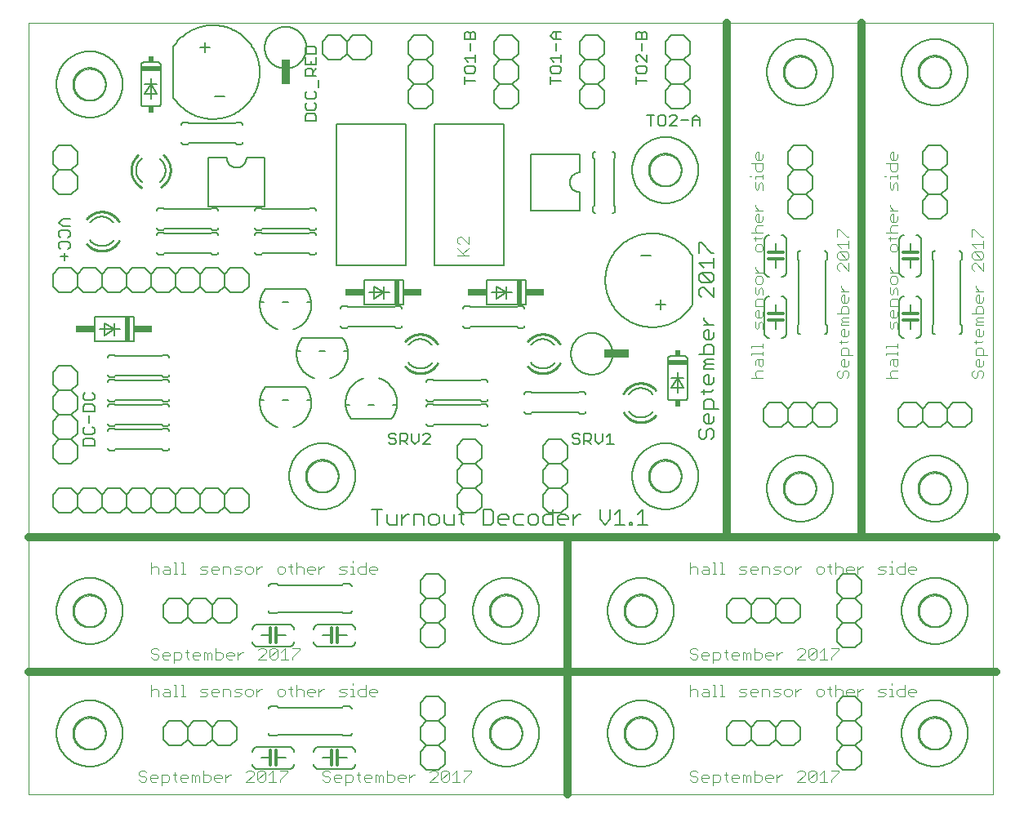
<source format=gto>
G75*
%MOIN*%
%OFA0B0*%
%FSLAX25Y25*%
%IPPOS*%
%LPD*%
%AMOC8*
5,1,8,0,0,1.08239X$1,22.5*
%
%ADD10C,0.00000*%
%ADD11C,0.00500*%
%ADD12C,0.03200*%
%ADD13C,0.00400*%
%ADD14C,0.00600*%
%ADD15R,0.02000X0.10000*%
%ADD16R,0.07500X0.03000*%
%ADD17R,0.08000X0.02000*%
%ADD18R,0.02000X0.02500*%
%ADD19R,0.03200X0.10200*%
%ADD20C,0.00800*%
%ADD21C,0.01000*%
%ADD22R,0.10200X0.03200*%
%ADD23C,0.01200*%
D10*
X0002600Y0002600D02*
X0002600Y0317561D01*
X0396301Y0317561D01*
X0396301Y0002600D01*
X0002600Y0002600D01*
X0021301Y0027600D02*
X0021303Y0027758D01*
X0021309Y0027916D01*
X0021319Y0028074D01*
X0021333Y0028232D01*
X0021351Y0028389D01*
X0021372Y0028546D01*
X0021398Y0028702D01*
X0021428Y0028858D01*
X0021461Y0029013D01*
X0021499Y0029166D01*
X0021540Y0029319D01*
X0021585Y0029471D01*
X0021634Y0029622D01*
X0021687Y0029771D01*
X0021743Y0029919D01*
X0021803Y0030065D01*
X0021867Y0030210D01*
X0021935Y0030353D01*
X0022006Y0030495D01*
X0022080Y0030635D01*
X0022158Y0030772D01*
X0022240Y0030908D01*
X0022324Y0031042D01*
X0022413Y0031173D01*
X0022504Y0031302D01*
X0022599Y0031429D01*
X0022696Y0031554D01*
X0022797Y0031676D01*
X0022901Y0031795D01*
X0023008Y0031912D01*
X0023118Y0032026D01*
X0023231Y0032137D01*
X0023346Y0032246D01*
X0023464Y0032351D01*
X0023585Y0032453D01*
X0023708Y0032553D01*
X0023834Y0032649D01*
X0023962Y0032742D01*
X0024092Y0032832D01*
X0024225Y0032918D01*
X0024360Y0033002D01*
X0024496Y0033081D01*
X0024635Y0033158D01*
X0024776Y0033230D01*
X0024918Y0033300D01*
X0025062Y0033365D01*
X0025208Y0033427D01*
X0025355Y0033485D01*
X0025504Y0033540D01*
X0025654Y0033591D01*
X0025805Y0033638D01*
X0025957Y0033681D01*
X0026110Y0033720D01*
X0026265Y0033756D01*
X0026420Y0033787D01*
X0026576Y0033815D01*
X0026732Y0033839D01*
X0026889Y0033859D01*
X0027047Y0033875D01*
X0027204Y0033887D01*
X0027363Y0033895D01*
X0027521Y0033899D01*
X0027679Y0033899D01*
X0027837Y0033895D01*
X0027996Y0033887D01*
X0028153Y0033875D01*
X0028311Y0033859D01*
X0028468Y0033839D01*
X0028624Y0033815D01*
X0028780Y0033787D01*
X0028935Y0033756D01*
X0029090Y0033720D01*
X0029243Y0033681D01*
X0029395Y0033638D01*
X0029546Y0033591D01*
X0029696Y0033540D01*
X0029845Y0033485D01*
X0029992Y0033427D01*
X0030138Y0033365D01*
X0030282Y0033300D01*
X0030424Y0033230D01*
X0030565Y0033158D01*
X0030704Y0033081D01*
X0030840Y0033002D01*
X0030975Y0032918D01*
X0031108Y0032832D01*
X0031238Y0032742D01*
X0031366Y0032649D01*
X0031492Y0032553D01*
X0031615Y0032453D01*
X0031736Y0032351D01*
X0031854Y0032246D01*
X0031969Y0032137D01*
X0032082Y0032026D01*
X0032192Y0031912D01*
X0032299Y0031795D01*
X0032403Y0031676D01*
X0032504Y0031554D01*
X0032601Y0031429D01*
X0032696Y0031302D01*
X0032787Y0031173D01*
X0032876Y0031042D01*
X0032960Y0030908D01*
X0033042Y0030772D01*
X0033120Y0030635D01*
X0033194Y0030495D01*
X0033265Y0030353D01*
X0033333Y0030210D01*
X0033397Y0030065D01*
X0033457Y0029919D01*
X0033513Y0029771D01*
X0033566Y0029622D01*
X0033615Y0029471D01*
X0033660Y0029319D01*
X0033701Y0029166D01*
X0033739Y0029013D01*
X0033772Y0028858D01*
X0033802Y0028702D01*
X0033828Y0028546D01*
X0033849Y0028389D01*
X0033867Y0028232D01*
X0033881Y0028074D01*
X0033891Y0027916D01*
X0033897Y0027758D01*
X0033899Y0027600D01*
X0033897Y0027442D01*
X0033891Y0027284D01*
X0033881Y0027126D01*
X0033867Y0026968D01*
X0033849Y0026811D01*
X0033828Y0026654D01*
X0033802Y0026498D01*
X0033772Y0026342D01*
X0033739Y0026187D01*
X0033701Y0026034D01*
X0033660Y0025881D01*
X0033615Y0025729D01*
X0033566Y0025578D01*
X0033513Y0025429D01*
X0033457Y0025281D01*
X0033397Y0025135D01*
X0033333Y0024990D01*
X0033265Y0024847D01*
X0033194Y0024705D01*
X0033120Y0024565D01*
X0033042Y0024428D01*
X0032960Y0024292D01*
X0032876Y0024158D01*
X0032787Y0024027D01*
X0032696Y0023898D01*
X0032601Y0023771D01*
X0032504Y0023646D01*
X0032403Y0023524D01*
X0032299Y0023405D01*
X0032192Y0023288D01*
X0032082Y0023174D01*
X0031969Y0023063D01*
X0031854Y0022954D01*
X0031736Y0022849D01*
X0031615Y0022747D01*
X0031492Y0022647D01*
X0031366Y0022551D01*
X0031238Y0022458D01*
X0031108Y0022368D01*
X0030975Y0022282D01*
X0030840Y0022198D01*
X0030704Y0022119D01*
X0030565Y0022042D01*
X0030424Y0021970D01*
X0030282Y0021900D01*
X0030138Y0021835D01*
X0029992Y0021773D01*
X0029845Y0021715D01*
X0029696Y0021660D01*
X0029546Y0021609D01*
X0029395Y0021562D01*
X0029243Y0021519D01*
X0029090Y0021480D01*
X0028935Y0021444D01*
X0028780Y0021413D01*
X0028624Y0021385D01*
X0028468Y0021361D01*
X0028311Y0021341D01*
X0028153Y0021325D01*
X0027996Y0021313D01*
X0027837Y0021305D01*
X0027679Y0021301D01*
X0027521Y0021301D01*
X0027363Y0021305D01*
X0027204Y0021313D01*
X0027047Y0021325D01*
X0026889Y0021341D01*
X0026732Y0021361D01*
X0026576Y0021385D01*
X0026420Y0021413D01*
X0026265Y0021444D01*
X0026110Y0021480D01*
X0025957Y0021519D01*
X0025805Y0021562D01*
X0025654Y0021609D01*
X0025504Y0021660D01*
X0025355Y0021715D01*
X0025208Y0021773D01*
X0025062Y0021835D01*
X0024918Y0021900D01*
X0024776Y0021970D01*
X0024635Y0022042D01*
X0024496Y0022119D01*
X0024360Y0022198D01*
X0024225Y0022282D01*
X0024092Y0022368D01*
X0023962Y0022458D01*
X0023834Y0022551D01*
X0023708Y0022647D01*
X0023585Y0022747D01*
X0023464Y0022849D01*
X0023346Y0022954D01*
X0023231Y0023063D01*
X0023118Y0023174D01*
X0023008Y0023288D01*
X0022901Y0023405D01*
X0022797Y0023524D01*
X0022696Y0023646D01*
X0022599Y0023771D01*
X0022504Y0023898D01*
X0022413Y0024027D01*
X0022324Y0024158D01*
X0022240Y0024292D01*
X0022158Y0024428D01*
X0022080Y0024565D01*
X0022006Y0024705D01*
X0021935Y0024847D01*
X0021867Y0024990D01*
X0021803Y0025135D01*
X0021743Y0025281D01*
X0021687Y0025429D01*
X0021634Y0025578D01*
X0021585Y0025729D01*
X0021540Y0025881D01*
X0021499Y0026034D01*
X0021461Y0026187D01*
X0021428Y0026342D01*
X0021398Y0026498D01*
X0021372Y0026654D01*
X0021351Y0026811D01*
X0021333Y0026968D01*
X0021319Y0027126D01*
X0021309Y0027284D01*
X0021303Y0027442D01*
X0021301Y0027600D01*
X0021301Y0077600D02*
X0021303Y0077758D01*
X0021309Y0077916D01*
X0021319Y0078074D01*
X0021333Y0078232D01*
X0021351Y0078389D01*
X0021372Y0078546D01*
X0021398Y0078702D01*
X0021428Y0078858D01*
X0021461Y0079013D01*
X0021499Y0079166D01*
X0021540Y0079319D01*
X0021585Y0079471D01*
X0021634Y0079622D01*
X0021687Y0079771D01*
X0021743Y0079919D01*
X0021803Y0080065D01*
X0021867Y0080210D01*
X0021935Y0080353D01*
X0022006Y0080495D01*
X0022080Y0080635D01*
X0022158Y0080772D01*
X0022240Y0080908D01*
X0022324Y0081042D01*
X0022413Y0081173D01*
X0022504Y0081302D01*
X0022599Y0081429D01*
X0022696Y0081554D01*
X0022797Y0081676D01*
X0022901Y0081795D01*
X0023008Y0081912D01*
X0023118Y0082026D01*
X0023231Y0082137D01*
X0023346Y0082246D01*
X0023464Y0082351D01*
X0023585Y0082453D01*
X0023708Y0082553D01*
X0023834Y0082649D01*
X0023962Y0082742D01*
X0024092Y0082832D01*
X0024225Y0082918D01*
X0024360Y0083002D01*
X0024496Y0083081D01*
X0024635Y0083158D01*
X0024776Y0083230D01*
X0024918Y0083300D01*
X0025062Y0083365D01*
X0025208Y0083427D01*
X0025355Y0083485D01*
X0025504Y0083540D01*
X0025654Y0083591D01*
X0025805Y0083638D01*
X0025957Y0083681D01*
X0026110Y0083720D01*
X0026265Y0083756D01*
X0026420Y0083787D01*
X0026576Y0083815D01*
X0026732Y0083839D01*
X0026889Y0083859D01*
X0027047Y0083875D01*
X0027204Y0083887D01*
X0027363Y0083895D01*
X0027521Y0083899D01*
X0027679Y0083899D01*
X0027837Y0083895D01*
X0027996Y0083887D01*
X0028153Y0083875D01*
X0028311Y0083859D01*
X0028468Y0083839D01*
X0028624Y0083815D01*
X0028780Y0083787D01*
X0028935Y0083756D01*
X0029090Y0083720D01*
X0029243Y0083681D01*
X0029395Y0083638D01*
X0029546Y0083591D01*
X0029696Y0083540D01*
X0029845Y0083485D01*
X0029992Y0083427D01*
X0030138Y0083365D01*
X0030282Y0083300D01*
X0030424Y0083230D01*
X0030565Y0083158D01*
X0030704Y0083081D01*
X0030840Y0083002D01*
X0030975Y0082918D01*
X0031108Y0082832D01*
X0031238Y0082742D01*
X0031366Y0082649D01*
X0031492Y0082553D01*
X0031615Y0082453D01*
X0031736Y0082351D01*
X0031854Y0082246D01*
X0031969Y0082137D01*
X0032082Y0082026D01*
X0032192Y0081912D01*
X0032299Y0081795D01*
X0032403Y0081676D01*
X0032504Y0081554D01*
X0032601Y0081429D01*
X0032696Y0081302D01*
X0032787Y0081173D01*
X0032876Y0081042D01*
X0032960Y0080908D01*
X0033042Y0080772D01*
X0033120Y0080635D01*
X0033194Y0080495D01*
X0033265Y0080353D01*
X0033333Y0080210D01*
X0033397Y0080065D01*
X0033457Y0079919D01*
X0033513Y0079771D01*
X0033566Y0079622D01*
X0033615Y0079471D01*
X0033660Y0079319D01*
X0033701Y0079166D01*
X0033739Y0079013D01*
X0033772Y0078858D01*
X0033802Y0078702D01*
X0033828Y0078546D01*
X0033849Y0078389D01*
X0033867Y0078232D01*
X0033881Y0078074D01*
X0033891Y0077916D01*
X0033897Y0077758D01*
X0033899Y0077600D01*
X0033897Y0077442D01*
X0033891Y0077284D01*
X0033881Y0077126D01*
X0033867Y0076968D01*
X0033849Y0076811D01*
X0033828Y0076654D01*
X0033802Y0076498D01*
X0033772Y0076342D01*
X0033739Y0076187D01*
X0033701Y0076034D01*
X0033660Y0075881D01*
X0033615Y0075729D01*
X0033566Y0075578D01*
X0033513Y0075429D01*
X0033457Y0075281D01*
X0033397Y0075135D01*
X0033333Y0074990D01*
X0033265Y0074847D01*
X0033194Y0074705D01*
X0033120Y0074565D01*
X0033042Y0074428D01*
X0032960Y0074292D01*
X0032876Y0074158D01*
X0032787Y0074027D01*
X0032696Y0073898D01*
X0032601Y0073771D01*
X0032504Y0073646D01*
X0032403Y0073524D01*
X0032299Y0073405D01*
X0032192Y0073288D01*
X0032082Y0073174D01*
X0031969Y0073063D01*
X0031854Y0072954D01*
X0031736Y0072849D01*
X0031615Y0072747D01*
X0031492Y0072647D01*
X0031366Y0072551D01*
X0031238Y0072458D01*
X0031108Y0072368D01*
X0030975Y0072282D01*
X0030840Y0072198D01*
X0030704Y0072119D01*
X0030565Y0072042D01*
X0030424Y0071970D01*
X0030282Y0071900D01*
X0030138Y0071835D01*
X0029992Y0071773D01*
X0029845Y0071715D01*
X0029696Y0071660D01*
X0029546Y0071609D01*
X0029395Y0071562D01*
X0029243Y0071519D01*
X0029090Y0071480D01*
X0028935Y0071444D01*
X0028780Y0071413D01*
X0028624Y0071385D01*
X0028468Y0071361D01*
X0028311Y0071341D01*
X0028153Y0071325D01*
X0027996Y0071313D01*
X0027837Y0071305D01*
X0027679Y0071301D01*
X0027521Y0071301D01*
X0027363Y0071305D01*
X0027204Y0071313D01*
X0027047Y0071325D01*
X0026889Y0071341D01*
X0026732Y0071361D01*
X0026576Y0071385D01*
X0026420Y0071413D01*
X0026265Y0071444D01*
X0026110Y0071480D01*
X0025957Y0071519D01*
X0025805Y0071562D01*
X0025654Y0071609D01*
X0025504Y0071660D01*
X0025355Y0071715D01*
X0025208Y0071773D01*
X0025062Y0071835D01*
X0024918Y0071900D01*
X0024776Y0071970D01*
X0024635Y0072042D01*
X0024496Y0072119D01*
X0024360Y0072198D01*
X0024225Y0072282D01*
X0024092Y0072368D01*
X0023962Y0072458D01*
X0023834Y0072551D01*
X0023708Y0072647D01*
X0023585Y0072747D01*
X0023464Y0072849D01*
X0023346Y0072954D01*
X0023231Y0073063D01*
X0023118Y0073174D01*
X0023008Y0073288D01*
X0022901Y0073405D01*
X0022797Y0073524D01*
X0022696Y0073646D01*
X0022599Y0073771D01*
X0022504Y0073898D01*
X0022413Y0074027D01*
X0022324Y0074158D01*
X0022240Y0074292D01*
X0022158Y0074428D01*
X0022080Y0074565D01*
X0022006Y0074705D01*
X0021935Y0074847D01*
X0021867Y0074990D01*
X0021803Y0075135D01*
X0021743Y0075281D01*
X0021687Y0075429D01*
X0021634Y0075578D01*
X0021585Y0075729D01*
X0021540Y0075881D01*
X0021499Y0076034D01*
X0021461Y0076187D01*
X0021428Y0076342D01*
X0021398Y0076498D01*
X0021372Y0076654D01*
X0021351Y0076811D01*
X0021333Y0076968D01*
X0021319Y0077126D01*
X0021309Y0077284D01*
X0021303Y0077442D01*
X0021301Y0077600D01*
X0116301Y0132600D02*
X0116303Y0132758D01*
X0116309Y0132916D01*
X0116319Y0133074D01*
X0116333Y0133232D01*
X0116351Y0133389D01*
X0116372Y0133546D01*
X0116398Y0133702D01*
X0116428Y0133858D01*
X0116461Y0134013D01*
X0116499Y0134166D01*
X0116540Y0134319D01*
X0116585Y0134471D01*
X0116634Y0134622D01*
X0116687Y0134771D01*
X0116743Y0134919D01*
X0116803Y0135065D01*
X0116867Y0135210D01*
X0116935Y0135353D01*
X0117006Y0135495D01*
X0117080Y0135635D01*
X0117158Y0135772D01*
X0117240Y0135908D01*
X0117324Y0136042D01*
X0117413Y0136173D01*
X0117504Y0136302D01*
X0117599Y0136429D01*
X0117696Y0136554D01*
X0117797Y0136676D01*
X0117901Y0136795D01*
X0118008Y0136912D01*
X0118118Y0137026D01*
X0118231Y0137137D01*
X0118346Y0137246D01*
X0118464Y0137351D01*
X0118585Y0137453D01*
X0118708Y0137553D01*
X0118834Y0137649D01*
X0118962Y0137742D01*
X0119092Y0137832D01*
X0119225Y0137918D01*
X0119360Y0138002D01*
X0119496Y0138081D01*
X0119635Y0138158D01*
X0119776Y0138230D01*
X0119918Y0138300D01*
X0120062Y0138365D01*
X0120208Y0138427D01*
X0120355Y0138485D01*
X0120504Y0138540D01*
X0120654Y0138591D01*
X0120805Y0138638D01*
X0120957Y0138681D01*
X0121110Y0138720D01*
X0121265Y0138756D01*
X0121420Y0138787D01*
X0121576Y0138815D01*
X0121732Y0138839D01*
X0121889Y0138859D01*
X0122047Y0138875D01*
X0122204Y0138887D01*
X0122363Y0138895D01*
X0122521Y0138899D01*
X0122679Y0138899D01*
X0122837Y0138895D01*
X0122996Y0138887D01*
X0123153Y0138875D01*
X0123311Y0138859D01*
X0123468Y0138839D01*
X0123624Y0138815D01*
X0123780Y0138787D01*
X0123935Y0138756D01*
X0124090Y0138720D01*
X0124243Y0138681D01*
X0124395Y0138638D01*
X0124546Y0138591D01*
X0124696Y0138540D01*
X0124845Y0138485D01*
X0124992Y0138427D01*
X0125138Y0138365D01*
X0125282Y0138300D01*
X0125424Y0138230D01*
X0125565Y0138158D01*
X0125704Y0138081D01*
X0125840Y0138002D01*
X0125975Y0137918D01*
X0126108Y0137832D01*
X0126238Y0137742D01*
X0126366Y0137649D01*
X0126492Y0137553D01*
X0126615Y0137453D01*
X0126736Y0137351D01*
X0126854Y0137246D01*
X0126969Y0137137D01*
X0127082Y0137026D01*
X0127192Y0136912D01*
X0127299Y0136795D01*
X0127403Y0136676D01*
X0127504Y0136554D01*
X0127601Y0136429D01*
X0127696Y0136302D01*
X0127787Y0136173D01*
X0127876Y0136042D01*
X0127960Y0135908D01*
X0128042Y0135772D01*
X0128120Y0135635D01*
X0128194Y0135495D01*
X0128265Y0135353D01*
X0128333Y0135210D01*
X0128397Y0135065D01*
X0128457Y0134919D01*
X0128513Y0134771D01*
X0128566Y0134622D01*
X0128615Y0134471D01*
X0128660Y0134319D01*
X0128701Y0134166D01*
X0128739Y0134013D01*
X0128772Y0133858D01*
X0128802Y0133702D01*
X0128828Y0133546D01*
X0128849Y0133389D01*
X0128867Y0133232D01*
X0128881Y0133074D01*
X0128891Y0132916D01*
X0128897Y0132758D01*
X0128899Y0132600D01*
X0128897Y0132442D01*
X0128891Y0132284D01*
X0128881Y0132126D01*
X0128867Y0131968D01*
X0128849Y0131811D01*
X0128828Y0131654D01*
X0128802Y0131498D01*
X0128772Y0131342D01*
X0128739Y0131187D01*
X0128701Y0131034D01*
X0128660Y0130881D01*
X0128615Y0130729D01*
X0128566Y0130578D01*
X0128513Y0130429D01*
X0128457Y0130281D01*
X0128397Y0130135D01*
X0128333Y0129990D01*
X0128265Y0129847D01*
X0128194Y0129705D01*
X0128120Y0129565D01*
X0128042Y0129428D01*
X0127960Y0129292D01*
X0127876Y0129158D01*
X0127787Y0129027D01*
X0127696Y0128898D01*
X0127601Y0128771D01*
X0127504Y0128646D01*
X0127403Y0128524D01*
X0127299Y0128405D01*
X0127192Y0128288D01*
X0127082Y0128174D01*
X0126969Y0128063D01*
X0126854Y0127954D01*
X0126736Y0127849D01*
X0126615Y0127747D01*
X0126492Y0127647D01*
X0126366Y0127551D01*
X0126238Y0127458D01*
X0126108Y0127368D01*
X0125975Y0127282D01*
X0125840Y0127198D01*
X0125704Y0127119D01*
X0125565Y0127042D01*
X0125424Y0126970D01*
X0125282Y0126900D01*
X0125138Y0126835D01*
X0124992Y0126773D01*
X0124845Y0126715D01*
X0124696Y0126660D01*
X0124546Y0126609D01*
X0124395Y0126562D01*
X0124243Y0126519D01*
X0124090Y0126480D01*
X0123935Y0126444D01*
X0123780Y0126413D01*
X0123624Y0126385D01*
X0123468Y0126361D01*
X0123311Y0126341D01*
X0123153Y0126325D01*
X0122996Y0126313D01*
X0122837Y0126305D01*
X0122679Y0126301D01*
X0122521Y0126301D01*
X0122363Y0126305D01*
X0122204Y0126313D01*
X0122047Y0126325D01*
X0121889Y0126341D01*
X0121732Y0126361D01*
X0121576Y0126385D01*
X0121420Y0126413D01*
X0121265Y0126444D01*
X0121110Y0126480D01*
X0120957Y0126519D01*
X0120805Y0126562D01*
X0120654Y0126609D01*
X0120504Y0126660D01*
X0120355Y0126715D01*
X0120208Y0126773D01*
X0120062Y0126835D01*
X0119918Y0126900D01*
X0119776Y0126970D01*
X0119635Y0127042D01*
X0119496Y0127119D01*
X0119360Y0127198D01*
X0119225Y0127282D01*
X0119092Y0127368D01*
X0118962Y0127458D01*
X0118834Y0127551D01*
X0118708Y0127647D01*
X0118585Y0127747D01*
X0118464Y0127849D01*
X0118346Y0127954D01*
X0118231Y0128063D01*
X0118118Y0128174D01*
X0118008Y0128288D01*
X0117901Y0128405D01*
X0117797Y0128524D01*
X0117696Y0128646D01*
X0117599Y0128771D01*
X0117504Y0128898D01*
X0117413Y0129027D01*
X0117324Y0129158D01*
X0117240Y0129292D01*
X0117158Y0129428D01*
X0117080Y0129565D01*
X0117006Y0129705D01*
X0116935Y0129847D01*
X0116867Y0129990D01*
X0116803Y0130135D01*
X0116743Y0130281D01*
X0116687Y0130429D01*
X0116634Y0130578D01*
X0116585Y0130729D01*
X0116540Y0130881D01*
X0116499Y0131034D01*
X0116461Y0131187D01*
X0116428Y0131342D01*
X0116398Y0131498D01*
X0116372Y0131654D01*
X0116351Y0131811D01*
X0116333Y0131968D01*
X0116319Y0132126D01*
X0116309Y0132284D01*
X0116303Y0132442D01*
X0116301Y0132600D01*
X0191301Y0077600D02*
X0191303Y0077758D01*
X0191309Y0077916D01*
X0191319Y0078074D01*
X0191333Y0078232D01*
X0191351Y0078389D01*
X0191372Y0078546D01*
X0191398Y0078702D01*
X0191428Y0078858D01*
X0191461Y0079013D01*
X0191499Y0079166D01*
X0191540Y0079319D01*
X0191585Y0079471D01*
X0191634Y0079622D01*
X0191687Y0079771D01*
X0191743Y0079919D01*
X0191803Y0080065D01*
X0191867Y0080210D01*
X0191935Y0080353D01*
X0192006Y0080495D01*
X0192080Y0080635D01*
X0192158Y0080772D01*
X0192240Y0080908D01*
X0192324Y0081042D01*
X0192413Y0081173D01*
X0192504Y0081302D01*
X0192599Y0081429D01*
X0192696Y0081554D01*
X0192797Y0081676D01*
X0192901Y0081795D01*
X0193008Y0081912D01*
X0193118Y0082026D01*
X0193231Y0082137D01*
X0193346Y0082246D01*
X0193464Y0082351D01*
X0193585Y0082453D01*
X0193708Y0082553D01*
X0193834Y0082649D01*
X0193962Y0082742D01*
X0194092Y0082832D01*
X0194225Y0082918D01*
X0194360Y0083002D01*
X0194496Y0083081D01*
X0194635Y0083158D01*
X0194776Y0083230D01*
X0194918Y0083300D01*
X0195062Y0083365D01*
X0195208Y0083427D01*
X0195355Y0083485D01*
X0195504Y0083540D01*
X0195654Y0083591D01*
X0195805Y0083638D01*
X0195957Y0083681D01*
X0196110Y0083720D01*
X0196265Y0083756D01*
X0196420Y0083787D01*
X0196576Y0083815D01*
X0196732Y0083839D01*
X0196889Y0083859D01*
X0197047Y0083875D01*
X0197204Y0083887D01*
X0197363Y0083895D01*
X0197521Y0083899D01*
X0197679Y0083899D01*
X0197837Y0083895D01*
X0197996Y0083887D01*
X0198153Y0083875D01*
X0198311Y0083859D01*
X0198468Y0083839D01*
X0198624Y0083815D01*
X0198780Y0083787D01*
X0198935Y0083756D01*
X0199090Y0083720D01*
X0199243Y0083681D01*
X0199395Y0083638D01*
X0199546Y0083591D01*
X0199696Y0083540D01*
X0199845Y0083485D01*
X0199992Y0083427D01*
X0200138Y0083365D01*
X0200282Y0083300D01*
X0200424Y0083230D01*
X0200565Y0083158D01*
X0200704Y0083081D01*
X0200840Y0083002D01*
X0200975Y0082918D01*
X0201108Y0082832D01*
X0201238Y0082742D01*
X0201366Y0082649D01*
X0201492Y0082553D01*
X0201615Y0082453D01*
X0201736Y0082351D01*
X0201854Y0082246D01*
X0201969Y0082137D01*
X0202082Y0082026D01*
X0202192Y0081912D01*
X0202299Y0081795D01*
X0202403Y0081676D01*
X0202504Y0081554D01*
X0202601Y0081429D01*
X0202696Y0081302D01*
X0202787Y0081173D01*
X0202876Y0081042D01*
X0202960Y0080908D01*
X0203042Y0080772D01*
X0203120Y0080635D01*
X0203194Y0080495D01*
X0203265Y0080353D01*
X0203333Y0080210D01*
X0203397Y0080065D01*
X0203457Y0079919D01*
X0203513Y0079771D01*
X0203566Y0079622D01*
X0203615Y0079471D01*
X0203660Y0079319D01*
X0203701Y0079166D01*
X0203739Y0079013D01*
X0203772Y0078858D01*
X0203802Y0078702D01*
X0203828Y0078546D01*
X0203849Y0078389D01*
X0203867Y0078232D01*
X0203881Y0078074D01*
X0203891Y0077916D01*
X0203897Y0077758D01*
X0203899Y0077600D01*
X0203897Y0077442D01*
X0203891Y0077284D01*
X0203881Y0077126D01*
X0203867Y0076968D01*
X0203849Y0076811D01*
X0203828Y0076654D01*
X0203802Y0076498D01*
X0203772Y0076342D01*
X0203739Y0076187D01*
X0203701Y0076034D01*
X0203660Y0075881D01*
X0203615Y0075729D01*
X0203566Y0075578D01*
X0203513Y0075429D01*
X0203457Y0075281D01*
X0203397Y0075135D01*
X0203333Y0074990D01*
X0203265Y0074847D01*
X0203194Y0074705D01*
X0203120Y0074565D01*
X0203042Y0074428D01*
X0202960Y0074292D01*
X0202876Y0074158D01*
X0202787Y0074027D01*
X0202696Y0073898D01*
X0202601Y0073771D01*
X0202504Y0073646D01*
X0202403Y0073524D01*
X0202299Y0073405D01*
X0202192Y0073288D01*
X0202082Y0073174D01*
X0201969Y0073063D01*
X0201854Y0072954D01*
X0201736Y0072849D01*
X0201615Y0072747D01*
X0201492Y0072647D01*
X0201366Y0072551D01*
X0201238Y0072458D01*
X0201108Y0072368D01*
X0200975Y0072282D01*
X0200840Y0072198D01*
X0200704Y0072119D01*
X0200565Y0072042D01*
X0200424Y0071970D01*
X0200282Y0071900D01*
X0200138Y0071835D01*
X0199992Y0071773D01*
X0199845Y0071715D01*
X0199696Y0071660D01*
X0199546Y0071609D01*
X0199395Y0071562D01*
X0199243Y0071519D01*
X0199090Y0071480D01*
X0198935Y0071444D01*
X0198780Y0071413D01*
X0198624Y0071385D01*
X0198468Y0071361D01*
X0198311Y0071341D01*
X0198153Y0071325D01*
X0197996Y0071313D01*
X0197837Y0071305D01*
X0197679Y0071301D01*
X0197521Y0071301D01*
X0197363Y0071305D01*
X0197204Y0071313D01*
X0197047Y0071325D01*
X0196889Y0071341D01*
X0196732Y0071361D01*
X0196576Y0071385D01*
X0196420Y0071413D01*
X0196265Y0071444D01*
X0196110Y0071480D01*
X0195957Y0071519D01*
X0195805Y0071562D01*
X0195654Y0071609D01*
X0195504Y0071660D01*
X0195355Y0071715D01*
X0195208Y0071773D01*
X0195062Y0071835D01*
X0194918Y0071900D01*
X0194776Y0071970D01*
X0194635Y0072042D01*
X0194496Y0072119D01*
X0194360Y0072198D01*
X0194225Y0072282D01*
X0194092Y0072368D01*
X0193962Y0072458D01*
X0193834Y0072551D01*
X0193708Y0072647D01*
X0193585Y0072747D01*
X0193464Y0072849D01*
X0193346Y0072954D01*
X0193231Y0073063D01*
X0193118Y0073174D01*
X0193008Y0073288D01*
X0192901Y0073405D01*
X0192797Y0073524D01*
X0192696Y0073646D01*
X0192599Y0073771D01*
X0192504Y0073898D01*
X0192413Y0074027D01*
X0192324Y0074158D01*
X0192240Y0074292D01*
X0192158Y0074428D01*
X0192080Y0074565D01*
X0192006Y0074705D01*
X0191935Y0074847D01*
X0191867Y0074990D01*
X0191803Y0075135D01*
X0191743Y0075281D01*
X0191687Y0075429D01*
X0191634Y0075578D01*
X0191585Y0075729D01*
X0191540Y0075881D01*
X0191499Y0076034D01*
X0191461Y0076187D01*
X0191428Y0076342D01*
X0191398Y0076498D01*
X0191372Y0076654D01*
X0191351Y0076811D01*
X0191333Y0076968D01*
X0191319Y0077126D01*
X0191309Y0077284D01*
X0191303Y0077442D01*
X0191301Y0077600D01*
X0191301Y0027600D02*
X0191303Y0027758D01*
X0191309Y0027916D01*
X0191319Y0028074D01*
X0191333Y0028232D01*
X0191351Y0028389D01*
X0191372Y0028546D01*
X0191398Y0028702D01*
X0191428Y0028858D01*
X0191461Y0029013D01*
X0191499Y0029166D01*
X0191540Y0029319D01*
X0191585Y0029471D01*
X0191634Y0029622D01*
X0191687Y0029771D01*
X0191743Y0029919D01*
X0191803Y0030065D01*
X0191867Y0030210D01*
X0191935Y0030353D01*
X0192006Y0030495D01*
X0192080Y0030635D01*
X0192158Y0030772D01*
X0192240Y0030908D01*
X0192324Y0031042D01*
X0192413Y0031173D01*
X0192504Y0031302D01*
X0192599Y0031429D01*
X0192696Y0031554D01*
X0192797Y0031676D01*
X0192901Y0031795D01*
X0193008Y0031912D01*
X0193118Y0032026D01*
X0193231Y0032137D01*
X0193346Y0032246D01*
X0193464Y0032351D01*
X0193585Y0032453D01*
X0193708Y0032553D01*
X0193834Y0032649D01*
X0193962Y0032742D01*
X0194092Y0032832D01*
X0194225Y0032918D01*
X0194360Y0033002D01*
X0194496Y0033081D01*
X0194635Y0033158D01*
X0194776Y0033230D01*
X0194918Y0033300D01*
X0195062Y0033365D01*
X0195208Y0033427D01*
X0195355Y0033485D01*
X0195504Y0033540D01*
X0195654Y0033591D01*
X0195805Y0033638D01*
X0195957Y0033681D01*
X0196110Y0033720D01*
X0196265Y0033756D01*
X0196420Y0033787D01*
X0196576Y0033815D01*
X0196732Y0033839D01*
X0196889Y0033859D01*
X0197047Y0033875D01*
X0197204Y0033887D01*
X0197363Y0033895D01*
X0197521Y0033899D01*
X0197679Y0033899D01*
X0197837Y0033895D01*
X0197996Y0033887D01*
X0198153Y0033875D01*
X0198311Y0033859D01*
X0198468Y0033839D01*
X0198624Y0033815D01*
X0198780Y0033787D01*
X0198935Y0033756D01*
X0199090Y0033720D01*
X0199243Y0033681D01*
X0199395Y0033638D01*
X0199546Y0033591D01*
X0199696Y0033540D01*
X0199845Y0033485D01*
X0199992Y0033427D01*
X0200138Y0033365D01*
X0200282Y0033300D01*
X0200424Y0033230D01*
X0200565Y0033158D01*
X0200704Y0033081D01*
X0200840Y0033002D01*
X0200975Y0032918D01*
X0201108Y0032832D01*
X0201238Y0032742D01*
X0201366Y0032649D01*
X0201492Y0032553D01*
X0201615Y0032453D01*
X0201736Y0032351D01*
X0201854Y0032246D01*
X0201969Y0032137D01*
X0202082Y0032026D01*
X0202192Y0031912D01*
X0202299Y0031795D01*
X0202403Y0031676D01*
X0202504Y0031554D01*
X0202601Y0031429D01*
X0202696Y0031302D01*
X0202787Y0031173D01*
X0202876Y0031042D01*
X0202960Y0030908D01*
X0203042Y0030772D01*
X0203120Y0030635D01*
X0203194Y0030495D01*
X0203265Y0030353D01*
X0203333Y0030210D01*
X0203397Y0030065D01*
X0203457Y0029919D01*
X0203513Y0029771D01*
X0203566Y0029622D01*
X0203615Y0029471D01*
X0203660Y0029319D01*
X0203701Y0029166D01*
X0203739Y0029013D01*
X0203772Y0028858D01*
X0203802Y0028702D01*
X0203828Y0028546D01*
X0203849Y0028389D01*
X0203867Y0028232D01*
X0203881Y0028074D01*
X0203891Y0027916D01*
X0203897Y0027758D01*
X0203899Y0027600D01*
X0203897Y0027442D01*
X0203891Y0027284D01*
X0203881Y0027126D01*
X0203867Y0026968D01*
X0203849Y0026811D01*
X0203828Y0026654D01*
X0203802Y0026498D01*
X0203772Y0026342D01*
X0203739Y0026187D01*
X0203701Y0026034D01*
X0203660Y0025881D01*
X0203615Y0025729D01*
X0203566Y0025578D01*
X0203513Y0025429D01*
X0203457Y0025281D01*
X0203397Y0025135D01*
X0203333Y0024990D01*
X0203265Y0024847D01*
X0203194Y0024705D01*
X0203120Y0024565D01*
X0203042Y0024428D01*
X0202960Y0024292D01*
X0202876Y0024158D01*
X0202787Y0024027D01*
X0202696Y0023898D01*
X0202601Y0023771D01*
X0202504Y0023646D01*
X0202403Y0023524D01*
X0202299Y0023405D01*
X0202192Y0023288D01*
X0202082Y0023174D01*
X0201969Y0023063D01*
X0201854Y0022954D01*
X0201736Y0022849D01*
X0201615Y0022747D01*
X0201492Y0022647D01*
X0201366Y0022551D01*
X0201238Y0022458D01*
X0201108Y0022368D01*
X0200975Y0022282D01*
X0200840Y0022198D01*
X0200704Y0022119D01*
X0200565Y0022042D01*
X0200424Y0021970D01*
X0200282Y0021900D01*
X0200138Y0021835D01*
X0199992Y0021773D01*
X0199845Y0021715D01*
X0199696Y0021660D01*
X0199546Y0021609D01*
X0199395Y0021562D01*
X0199243Y0021519D01*
X0199090Y0021480D01*
X0198935Y0021444D01*
X0198780Y0021413D01*
X0198624Y0021385D01*
X0198468Y0021361D01*
X0198311Y0021341D01*
X0198153Y0021325D01*
X0197996Y0021313D01*
X0197837Y0021305D01*
X0197679Y0021301D01*
X0197521Y0021301D01*
X0197363Y0021305D01*
X0197204Y0021313D01*
X0197047Y0021325D01*
X0196889Y0021341D01*
X0196732Y0021361D01*
X0196576Y0021385D01*
X0196420Y0021413D01*
X0196265Y0021444D01*
X0196110Y0021480D01*
X0195957Y0021519D01*
X0195805Y0021562D01*
X0195654Y0021609D01*
X0195504Y0021660D01*
X0195355Y0021715D01*
X0195208Y0021773D01*
X0195062Y0021835D01*
X0194918Y0021900D01*
X0194776Y0021970D01*
X0194635Y0022042D01*
X0194496Y0022119D01*
X0194360Y0022198D01*
X0194225Y0022282D01*
X0194092Y0022368D01*
X0193962Y0022458D01*
X0193834Y0022551D01*
X0193708Y0022647D01*
X0193585Y0022747D01*
X0193464Y0022849D01*
X0193346Y0022954D01*
X0193231Y0023063D01*
X0193118Y0023174D01*
X0193008Y0023288D01*
X0192901Y0023405D01*
X0192797Y0023524D01*
X0192696Y0023646D01*
X0192599Y0023771D01*
X0192504Y0023898D01*
X0192413Y0024027D01*
X0192324Y0024158D01*
X0192240Y0024292D01*
X0192158Y0024428D01*
X0192080Y0024565D01*
X0192006Y0024705D01*
X0191935Y0024847D01*
X0191867Y0024990D01*
X0191803Y0025135D01*
X0191743Y0025281D01*
X0191687Y0025429D01*
X0191634Y0025578D01*
X0191585Y0025729D01*
X0191540Y0025881D01*
X0191499Y0026034D01*
X0191461Y0026187D01*
X0191428Y0026342D01*
X0191398Y0026498D01*
X0191372Y0026654D01*
X0191351Y0026811D01*
X0191333Y0026968D01*
X0191319Y0027126D01*
X0191309Y0027284D01*
X0191303Y0027442D01*
X0191301Y0027600D01*
X0246301Y0027600D02*
X0246303Y0027758D01*
X0246309Y0027916D01*
X0246319Y0028074D01*
X0246333Y0028232D01*
X0246351Y0028389D01*
X0246372Y0028546D01*
X0246398Y0028702D01*
X0246428Y0028858D01*
X0246461Y0029013D01*
X0246499Y0029166D01*
X0246540Y0029319D01*
X0246585Y0029471D01*
X0246634Y0029622D01*
X0246687Y0029771D01*
X0246743Y0029919D01*
X0246803Y0030065D01*
X0246867Y0030210D01*
X0246935Y0030353D01*
X0247006Y0030495D01*
X0247080Y0030635D01*
X0247158Y0030772D01*
X0247240Y0030908D01*
X0247324Y0031042D01*
X0247413Y0031173D01*
X0247504Y0031302D01*
X0247599Y0031429D01*
X0247696Y0031554D01*
X0247797Y0031676D01*
X0247901Y0031795D01*
X0248008Y0031912D01*
X0248118Y0032026D01*
X0248231Y0032137D01*
X0248346Y0032246D01*
X0248464Y0032351D01*
X0248585Y0032453D01*
X0248708Y0032553D01*
X0248834Y0032649D01*
X0248962Y0032742D01*
X0249092Y0032832D01*
X0249225Y0032918D01*
X0249360Y0033002D01*
X0249496Y0033081D01*
X0249635Y0033158D01*
X0249776Y0033230D01*
X0249918Y0033300D01*
X0250062Y0033365D01*
X0250208Y0033427D01*
X0250355Y0033485D01*
X0250504Y0033540D01*
X0250654Y0033591D01*
X0250805Y0033638D01*
X0250957Y0033681D01*
X0251110Y0033720D01*
X0251265Y0033756D01*
X0251420Y0033787D01*
X0251576Y0033815D01*
X0251732Y0033839D01*
X0251889Y0033859D01*
X0252047Y0033875D01*
X0252204Y0033887D01*
X0252363Y0033895D01*
X0252521Y0033899D01*
X0252679Y0033899D01*
X0252837Y0033895D01*
X0252996Y0033887D01*
X0253153Y0033875D01*
X0253311Y0033859D01*
X0253468Y0033839D01*
X0253624Y0033815D01*
X0253780Y0033787D01*
X0253935Y0033756D01*
X0254090Y0033720D01*
X0254243Y0033681D01*
X0254395Y0033638D01*
X0254546Y0033591D01*
X0254696Y0033540D01*
X0254845Y0033485D01*
X0254992Y0033427D01*
X0255138Y0033365D01*
X0255282Y0033300D01*
X0255424Y0033230D01*
X0255565Y0033158D01*
X0255704Y0033081D01*
X0255840Y0033002D01*
X0255975Y0032918D01*
X0256108Y0032832D01*
X0256238Y0032742D01*
X0256366Y0032649D01*
X0256492Y0032553D01*
X0256615Y0032453D01*
X0256736Y0032351D01*
X0256854Y0032246D01*
X0256969Y0032137D01*
X0257082Y0032026D01*
X0257192Y0031912D01*
X0257299Y0031795D01*
X0257403Y0031676D01*
X0257504Y0031554D01*
X0257601Y0031429D01*
X0257696Y0031302D01*
X0257787Y0031173D01*
X0257876Y0031042D01*
X0257960Y0030908D01*
X0258042Y0030772D01*
X0258120Y0030635D01*
X0258194Y0030495D01*
X0258265Y0030353D01*
X0258333Y0030210D01*
X0258397Y0030065D01*
X0258457Y0029919D01*
X0258513Y0029771D01*
X0258566Y0029622D01*
X0258615Y0029471D01*
X0258660Y0029319D01*
X0258701Y0029166D01*
X0258739Y0029013D01*
X0258772Y0028858D01*
X0258802Y0028702D01*
X0258828Y0028546D01*
X0258849Y0028389D01*
X0258867Y0028232D01*
X0258881Y0028074D01*
X0258891Y0027916D01*
X0258897Y0027758D01*
X0258899Y0027600D01*
X0258897Y0027442D01*
X0258891Y0027284D01*
X0258881Y0027126D01*
X0258867Y0026968D01*
X0258849Y0026811D01*
X0258828Y0026654D01*
X0258802Y0026498D01*
X0258772Y0026342D01*
X0258739Y0026187D01*
X0258701Y0026034D01*
X0258660Y0025881D01*
X0258615Y0025729D01*
X0258566Y0025578D01*
X0258513Y0025429D01*
X0258457Y0025281D01*
X0258397Y0025135D01*
X0258333Y0024990D01*
X0258265Y0024847D01*
X0258194Y0024705D01*
X0258120Y0024565D01*
X0258042Y0024428D01*
X0257960Y0024292D01*
X0257876Y0024158D01*
X0257787Y0024027D01*
X0257696Y0023898D01*
X0257601Y0023771D01*
X0257504Y0023646D01*
X0257403Y0023524D01*
X0257299Y0023405D01*
X0257192Y0023288D01*
X0257082Y0023174D01*
X0256969Y0023063D01*
X0256854Y0022954D01*
X0256736Y0022849D01*
X0256615Y0022747D01*
X0256492Y0022647D01*
X0256366Y0022551D01*
X0256238Y0022458D01*
X0256108Y0022368D01*
X0255975Y0022282D01*
X0255840Y0022198D01*
X0255704Y0022119D01*
X0255565Y0022042D01*
X0255424Y0021970D01*
X0255282Y0021900D01*
X0255138Y0021835D01*
X0254992Y0021773D01*
X0254845Y0021715D01*
X0254696Y0021660D01*
X0254546Y0021609D01*
X0254395Y0021562D01*
X0254243Y0021519D01*
X0254090Y0021480D01*
X0253935Y0021444D01*
X0253780Y0021413D01*
X0253624Y0021385D01*
X0253468Y0021361D01*
X0253311Y0021341D01*
X0253153Y0021325D01*
X0252996Y0021313D01*
X0252837Y0021305D01*
X0252679Y0021301D01*
X0252521Y0021301D01*
X0252363Y0021305D01*
X0252204Y0021313D01*
X0252047Y0021325D01*
X0251889Y0021341D01*
X0251732Y0021361D01*
X0251576Y0021385D01*
X0251420Y0021413D01*
X0251265Y0021444D01*
X0251110Y0021480D01*
X0250957Y0021519D01*
X0250805Y0021562D01*
X0250654Y0021609D01*
X0250504Y0021660D01*
X0250355Y0021715D01*
X0250208Y0021773D01*
X0250062Y0021835D01*
X0249918Y0021900D01*
X0249776Y0021970D01*
X0249635Y0022042D01*
X0249496Y0022119D01*
X0249360Y0022198D01*
X0249225Y0022282D01*
X0249092Y0022368D01*
X0248962Y0022458D01*
X0248834Y0022551D01*
X0248708Y0022647D01*
X0248585Y0022747D01*
X0248464Y0022849D01*
X0248346Y0022954D01*
X0248231Y0023063D01*
X0248118Y0023174D01*
X0248008Y0023288D01*
X0247901Y0023405D01*
X0247797Y0023524D01*
X0247696Y0023646D01*
X0247599Y0023771D01*
X0247504Y0023898D01*
X0247413Y0024027D01*
X0247324Y0024158D01*
X0247240Y0024292D01*
X0247158Y0024428D01*
X0247080Y0024565D01*
X0247006Y0024705D01*
X0246935Y0024847D01*
X0246867Y0024990D01*
X0246803Y0025135D01*
X0246743Y0025281D01*
X0246687Y0025429D01*
X0246634Y0025578D01*
X0246585Y0025729D01*
X0246540Y0025881D01*
X0246499Y0026034D01*
X0246461Y0026187D01*
X0246428Y0026342D01*
X0246398Y0026498D01*
X0246372Y0026654D01*
X0246351Y0026811D01*
X0246333Y0026968D01*
X0246319Y0027126D01*
X0246309Y0027284D01*
X0246303Y0027442D01*
X0246301Y0027600D01*
X0246301Y0077600D02*
X0246303Y0077758D01*
X0246309Y0077916D01*
X0246319Y0078074D01*
X0246333Y0078232D01*
X0246351Y0078389D01*
X0246372Y0078546D01*
X0246398Y0078702D01*
X0246428Y0078858D01*
X0246461Y0079013D01*
X0246499Y0079166D01*
X0246540Y0079319D01*
X0246585Y0079471D01*
X0246634Y0079622D01*
X0246687Y0079771D01*
X0246743Y0079919D01*
X0246803Y0080065D01*
X0246867Y0080210D01*
X0246935Y0080353D01*
X0247006Y0080495D01*
X0247080Y0080635D01*
X0247158Y0080772D01*
X0247240Y0080908D01*
X0247324Y0081042D01*
X0247413Y0081173D01*
X0247504Y0081302D01*
X0247599Y0081429D01*
X0247696Y0081554D01*
X0247797Y0081676D01*
X0247901Y0081795D01*
X0248008Y0081912D01*
X0248118Y0082026D01*
X0248231Y0082137D01*
X0248346Y0082246D01*
X0248464Y0082351D01*
X0248585Y0082453D01*
X0248708Y0082553D01*
X0248834Y0082649D01*
X0248962Y0082742D01*
X0249092Y0082832D01*
X0249225Y0082918D01*
X0249360Y0083002D01*
X0249496Y0083081D01*
X0249635Y0083158D01*
X0249776Y0083230D01*
X0249918Y0083300D01*
X0250062Y0083365D01*
X0250208Y0083427D01*
X0250355Y0083485D01*
X0250504Y0083540D01*
X0250654Y0083591D01*
X0250805Y0083638D01*
X0250957Y0083681D01*
X0251110Y0083720D01*
X0251265Y0083756D01*
X0251420Y0083787D01*
X0251576Y0083815D01*
X0251732Y0083839D01*
X0251889Y0083859D01*
X0252047Y0083875D01*
X0252204Y0083887D01*
X0252363Y0083895D01*
X0252521Y0083899D01*
X0252679Y0083899D01*
X0252837Y0083895D01*
X0252996Y0083887D01*
X0253153Y0083875D01*
X0253311Y0083859D01*
X0253468Y0083839D01*
X0253624Y0083815D01*
X0253780Y0083787D01*
X0253935Y0083756D01*
X0254090Y0083720D01*
X0254243Y0083681D01*
X0254395Y0083638D01*
X0254546Y0083591D01*
X0254696Y0083540D01*
X0254845Y0083485D01*
X0254992Y0083427D01*
X0255138Y0083365D01*
X0255282Y0083300D01*
X0255424Y0083230D01*
X0255565Y0083158D01*
X0255704Y0083081D01*
X0255840Y0083002D01*
X0255975Y0082918D01*
X0256108Y0082832D01*
X0256238Y0082742D01*
X0256366Y0082649D01*
X0256492Y0082553D01*
X0256615Y0082453D01*
X0256736Y0082351D01*
X0256854Y0082246D01*
X0256969Y0082137D01*
X0257082Y0082026D01*
X0257192Y0081912D01*
X0257299Y0081795D01*
X0257403Y0081676D01*
X0257504Y0081554D01*
X0257601Y0081429D01*
X0257696Y0081302D01*
X0257787Y0081173D01*
X0257876Y0081042D01*
X0257960Y0080908D01*
X0258042Y0080772D01*
X0258120Y0080635D01*
X0258194Y0080495D01*
X0258265Y0080353D01*
X0258333Y0080210D01*
X0258397Y0080065D01*
X0258457Y0079919D01*
X0258513Y0079771D01*
X0258566Y0079622D01*
X0258615Y0079471D01*
X0258660Y0079319D01*
X0258701Y0079166D01*
X0258739Y0079013D01*
X0258772Y0078858D01*
X0258802Y0078702D01*
X0258828Y0078546D01*
X0258849Y0078389D01*
X0258867Y0078232D01*
X0258881Y0078074D01*
X0258891Y0077916D01*
X0258897Y0077758D01*
X0258899Y0077600D01*
X0258897Y0077442D01*
X0258891Y0077284D01*
X0258881Y0077126D01*
X0258867Y0076968D01*
X0258849Y0076811D01*
X0258828Y0076654D01*
X0258802Y0076498D01*
X0258772Y0076342D01*
X0258739Y0076187D01*
X0258701Y0076034D01*
X0258660Y0075881D01*
X0258615Y0075729D01*
X0258566Y0075578D01*
X0258513Y0075429D01*
X0258457Y0075281D01*
X0258397Y0075135D01*
X0258333Y0074990D01*
X0258265Y0074847D01*
X0258194Y0074705D01*
X0258120Y0074565D01*
X0258042Y0074428D01*
X0257960Y0074292D01*
X0257876Y0074158D01*
X0257787Y0074027D01*
X0257696Y0073898D01*
X0257601Y0073771D01*
X0257504Y0073646D01*
X0257403Y0073524D01*
X0257299Y0073405D01*
X0257192Y0073288D01*
X0257082Y0073174D01*
X0256969Y0073063D01*
X0256854Y0072954D01*
X0256736Y0072849D01*
X0256615Y0072747D01*
X0256492Y0072647D01*
X0256366Y0072551D01*
X0256238Y0072458D01*
X0256108Y0072368D01*
X0255975Y0072282D01*
X0255840Y0072198D01*
X0255704Y0072119D01*
X0255565Y0072042D01*
X0255424Y0071970D01*
X0255282Y0071900D01*
X0255138Y0071835D01*
X0254992Y0071773D01*
X0254845Y0071715D01*
X0254696Y0071660D01*
X0254546Y0071609D01*
X0254395Y0071562D01*
X0254243Y0071519D01*
X0254090Y0071480D01*
X0253935Y0071444D01*
X0253780Y0071413D01*
X0253624Y0071385D01*
X0253468Y0071361D01*
X0253311Y0071341D01*
X0253153Y0071325D01*
X0252996Y0071313D01*
X0252837Y0071305D01*
X0252679Y0071301D01*
X0252521Y0071301D01*
X0252363Y0071305D01*
X0252204Y0071313D01*
X0252047Y0071325D01*
X0251889Y0071341D01*
X0251732Y0071361D01*
X0251576Y0071385D01*
X0251420Y0071413D01*
X0251265Y0071444D01*
X0251110Y0071480D01*
X0250957Y0071519D01*
X0250805Y0071562D01*
X0250654Y0071609D01*
X0250504Y0071660D01*
X0250355Y0071715D01*
X0250208Y0071773D01*
X0250062Y0071835D01*
X0249918Y0071900D01*
X0249776Y0071970D01*
X0249635Y0072042D01*
X0249496Y0072119D01*
X0249360Y0072198D01*
X0249225Y0072282D01*
X0249092Y0072368D01*
X0248962Y0072458D01*
X0248834Y0072551D01*
X0248708Y0072647D01*
X0248585Y0072747D01*
X0248464Y0072849D01*
X0248346Y0072954D01*
X0248231Y0073063D01*
X0248118Y0073174D01*
X0248008Y0073288D01*
X0247901Y0073405D01*
X0247797Y0073524D01*
X0247696Y0073646D01*
X0247599Y0073771D01*
X0247504Y0073898D01*
X0247413Y0074027D01*
X0247324Y0074158D01*
X0247240Y0074292D01*
X0247158Y0074428D01*
X0247080Y0074565D01*
X0247006Y0074705D01*
X0246935Y0074847D01*
X0246867Y0074990D01*
X0246803Y0075135D01*
X0246743Y0075281D01*
X0246687Y0075429D01*
X0246634Y0075578D01*
X0246585Y0075729D01*
X0246540Y0075881D01*
X0246499Y0076034D01*
X0246461Y0076187D01*
X0246428Y0076342D01*
X0246398Y0076498D01*
X0246372Y0076654D01*
X0246351Y0076811D01*
X0246333Y0076968D01*
X0246319Y0077126D01*
X0246309Y0077284D01*
X0246303Y0077442D01*
X0246301Y0077600D01*
X0256301Y0132600D02*
X0256303Y0132758D01*
X0256309Y0132916D01*
X0256319Y0133074D01*
X0256333Y0133232D01*
X0256351Y0133389D01*
X0256372Y0133546D01*
X0256398Y0133702D01*
X0256428Y0133858D01*
X0256461Y0134013D01*
X0256499Y0134166D01*
X0256540Y0134319D01*
X0256585Y0134471D01*
X0256634Y0134622D01*
X0256687Y0134771D01*
X0256743Y0134919D01*
X0256803Y0135065D01*
X0256867Y0135210D01*
X0256935Y0135353D01*
X0257006Y0135495D01*
X0257080Y0135635D01*
X0257158Y0135772D01*
X0257240Y0135908D01*
X0257324Y0136042D01*
X0257413Y0136173D01*
X0257504Y0136302D01*
X0257599Y0136429D01*
X0257696Y0136554D01*
X0257797Y0136676D01*
X0257901Y0136795D01*
X0258008Y0136912D01*
X0258118Y0137026D01*
X0258231Y0137137D01*
X0258346Y0137246D01*
X0258464Y0137351D01*
X0258585Y0137453D01*
X0258708Y0137553D01*
X0258834Y0137649D01*
X0258962Y0137742D01*
X0259092Y0137832D01*
X0259225Y0137918D01*
X0259360Y0138002D01*
X0259496Y0138081D01*
X0259635Y0138158D01*
X0259776Y0138230D01*
X0259918Y0138300D01*
X0260062Y0138365D01*
X0260208Y0138427D01*
X0260355Y0138485D01*
X0260504Y0138540D01*
X0260654Y0138591D01*
X0260805Y0138638D01*
X0260957Y0138681D01*
X0261110Y0138720D01*
X0261265Y0138756D01*
X0261420Y0138787D01*
X0261576Y0138815D01*
X0261732Y0138839D01*
X0261889Y0138859D01*
X0262047Y0138875D01*
X0262204Y0138887D01*
X0262363Y0138895D01*
X0262521Y0138899D01*
X0262679Y0138899D01*
X0262837Y0138895D01*
X0262996Y0138887D01*
X0263153Y0138875D01*
X0263311Y0138859D01*
X0263468Y0138839D01*
X0263624Y0138815D01*
X0263780Y0138787D01*
X0263935Y0138756D01*
X0264090Y0138720D01*
X0264243Y0138681D01*
X0264395Y0138638D01*
X0264546Y0138591D01*
X0264696Y0138540D01*
X0264845Y0138485D01*
X0264992Y0138427D01*
X0265138Y0138365D01*
X0265282Y0138300D01*
X0265424Y0138230D01*
X0265565Y0138158D01*
X0265704Y0138081D01*
X0265840Y0138002D01*
X0265975Y0137918D01*
X0266108Y0137832D01*
X0266238Y0137742D01*
X0266366Y0137649D01*
X0266492Y0137553D01*
X0266615Y0137453D01*
X0266736Y0137351D01*
X0266854Y0137246D01*
X0266969Y0137137D01*
X0267082Y0137026D01*
X0267192Y0136912D01*
X0267299Y0136795D01*
X0267403Y0136676D01*
X0267504Y0136554D01*
X0267601Y0136429D01*
X0267696Y0136302D01*
X0267787Y0136173D01*
X0267876Y0136042D01*
X0267960Y0135908D01*
X0268042Y0135772D01*
X0268120Y0135635D01*
X0268194Y0135495D01*
X0268265Y0135353D01*
X0268333Y0135210D01*
X0268397Y0135065D01*
X0268457Y0134919D01*
X0268513Y0134771D01*
X0268566Y0134622D01*
X0268615Y0134471D01*
X0268660Y0134319D01*
X0268701Y0134166D01*
X0268739Y0134013D01*
X0268772Y0133858D01*
X0268802Y0133702D01*
X0268828Y0133546D01*
X0268849Y0133389D01*
X0268867Y0133232D01*
X0268881Y0133074D01*
X0268891Y0132916D01*
X0268897Y0132758D01*
X0268899Y0132600D01*
X0268897Y0132442D01*
X0268891Y0132284D01*
X0268881Y0132126D01*
X0268867Y0131968D01*
X0268849Y0131811D01*
X0268828Y0131654D01*
X0268802Y0131498D01*
X0268772Y0131342D01*
X0268739Y0131187D01*
X0268701Y0131034D01*
X0268660Y0130881D01*
X0268615Y0130729D01*
X0268566Y0130578D01*
X0268513Y0130429D01*
X0268457Y0130281D01*
X0268397Y0130135D01*
X0268333Y0129990D01*
X0268265Y0129847D01*
X0268194Y0129705D01*
X0268120Y0129565D01*
X0268042Y0129428D01*
X0267960Y0129292D01*
X0267876Y0129158D01*
X0267787Y0129027D01*
X0267696Y0128898D01*
X0267601Y0128771D01*
X0267504Y0128646D01*
X0267403Y0128524D01*
X0267299Y0128405D01*
X0267192Y0128288D01*
X0267082Y0128174D01*
X0266969Y0128063D01*
X0266854Y0127954D01*
X0266736Y0127849D01*
X0266615Y0127747D01*
X0266492Y0127647D01*
X0266366Y0127551D01*
X0266238Y0127458D01*
X0266108Y0127368D01*
X0265975Y0127282D01*
X0265840Y0127198D01*
X0265704Y0127119D01*
X0265565Y0127042D01*
X0265424Y0126970D01*
X0265282Y0126900D01*
X0265138Y0126835D01*
X0264992Y0126773D01*
X0264845Y0126715D01*
X0264696Y0126660D01*
X0264546Y0126609D01*
X0264395Y0126562D01*
X0264243Y0126519D01*
X0264090Y0126480D01*
X0263935Y0126444D01*
X0263780Y0126413D01*
X0263624Y0126385D01*
X0263468Y0126361D01*
X0263311Y0126341D01*
X0263153Y0126325D01*
X0262996Y0126313D01*
X0262837Y0126305D01*
X0262679Y0126301D01*
X0262521Y0126301D01*
X0262363Y0126305D01*
X0262204Y0126313D01*
X0262047Y0126325D01*
X0261889Y0126341D01*
X0261732Y0126361D01*
X0261576Y0126385D01*
X0261420Y0126413D01*
X0261265Y0126444D01*
X0261110Y0126480D01*
X0260957Y0126519D01*
X0260805Y0126562D01*
X0260654Y0126609D01*
X0260504Y0126660D01*
X0260355Y0126715D01*
X0260208Y0126773D01*
X0260062Y0126835D01*
X0259918Y0126900D01*
X0259776Y0126970D01*
X0259635Y0127042D01*
X0259496Y0127119D01*
X0259360Y0127198D01*
X0259225Y0127282D01*
X0259092Y0127368D01*
X0258962Y0127458D01*
X0258834Y0127551D01*
X0258708Y0127647D01*
X0258585Y0127747D01*
X0258464Y0127849D01*
X0258346Y0127954D01*
X0258231Y0128063D01*
X0258118Y0128174D01*
X0258008Y0128288D01*
X0257901Y0128405D01*
X0257797Y0128524D01*
X0257696Y0128646D01*
X0257599Y0128771D01*
X0257504Y0128898D01*
X0257413Y0129027D01*
X0257324Y0129158D01*
X0257240Y0129292D01*
X0257158Y0129428D01*
X0257080Y0129565D01*
X0257006Y0129705D01*
X0256935Y0129847D01*
X0256867Y0129990D01*
X0256803Y0130135D01*
X0256743Y0130281D01*
X0256687Y0130429D01*
X0256634Y0130578D01*
X0256585Y0130729D01*
X0256540Y0130881D01*
X0256499Y0131034D01*
X0256461Y0131187D01*
X0256428Y0131342D01*
X0256398Y0131498D01*
X0256372Y0131654D01*
X0256351Y0131811D01*
X0256333Y0131968D01*
X0256319Y0132126D01*
X0256309Y0132284D01*
X0256303Y0132442D01*
X0256301Y0132600D01*
X0311301Y0127600D02*
X0311303Y0127758D01*
X0311309Y0127916D01*
X0311319Y0128074D01*
X0311333Y0128232D01*
X0311351Y0128389D01*
X0311372Y0128546D01*
X0311398Y0128702D01*
X0311428Y0128858D01*
X0311461Y0129013D01*
X0311499Y0129166D01*
X0311540Y0129319D01*
X0311585Y0129471D01*
X0311634Y0129622D01*
X0311687Y0129771D01*
X0311743Y0129919D01*
X0311803Y0130065D01*
X0311867Y0130210D01*
X0311935Y0130353D01*
X0312006Y0130495D01*
X0312080Y0130635D01*
X0312158Y0130772D01*
X0312240Y0130908D01*
X0312324Y0131042D01*
X0312413Y0131173D01*
X0312504Y0131302D01*
X0312599Y0131429D01*
X0312696Y0131554D01*
X0312797Y0131676D01*
X0312901Y0131795D01*
X0313008Y0131912D01*
X0313118Y0132026D01*
X0313231Y0132137D01*
X0313346Y0132246D01*
X0313464Y0132351D01*
X0313585Y0132453D01*
X0313708Y0132553D01*
X0313834Y0132649D01*
X0313962Y0132742D01*
X0314092Y0132832D01*
X0314225Y0132918D01*
X0314360Y0133002D01*
X0314496Y0133081D01*
X0314635Y0133158D01*
X0314776Y0133230D01*
X0314918Y0133300D01*
X0315062Y0133365D01*
X0315208Y0133427D01*
X0315355Y0133485D01*
X0315504Y0133540D01*
X0315654Y0133591D01*
X0315805Y0133638D01*
X0315957Y0133681D01*
X0316110Y0133720D01*
X0316265Y0133756D01*
X0316420Y0133787D01*
X0316576Y0133815D01*
X0316732Y0133839D01*
X0316889Y0133859D01*
X0317047Y0133875D01*
X0317204Y0133887D01*
X0317363Y0133895D01*
X0317521Y0133899D01*
X0317679Y0133899D01*
X0317837Y0133895D01*
X0317996Y0133887D01*
X0318153Y0133875D01*
X0318311Y0133859D01*
X0318468Y0133839D01*
X0318624Y0133815D01*
X0318780Y0133787D01*
X0318935Y0133756D01*
X0319090Y0133720D01*
X0319243Y0133681D01*
X0319395Y0133638D01*
X0319546Y0133591D01*
X0319696Y0133540D01*
X0319845Y0133485D01*
X0319992Y0133427D01*
X0320138Y0133365D01*
X0320282Y0133300D01*
X0320424Y0133230D01*
X0320565Y0133158D01*
X0320704Y0133081D01*
X0320840Y0133002D01*
X0320975Y0132918D01*
X0321108Y0132832D01*
X0321238Y0132742D01*
X0321366Y0132649D01*
X0321492Y0132553D01*
X0321615Y0132453D01*
X0321736Y0132351D01*
X0321854Y0132246D01*
X0321969Y0132137D01*
X0322082Y0132026D01*
X0322192Y0131912D01*
X0322299Y0131795D01*
X0322403Y0131676D01*
X0322504Y0131554D01*
X0322601Y0131429D01*
X0322696Y0131302D01*
X0322787Y0131173D01*
X0322876Y0131042D01*
X0322960Y0130908D01*
X0323042Y0130772D01*
X0323120Y0130635D01*
X0323194Y0130495D01*
X0323265Y0130353D01*
X0323333Y0130210D01*
X0323397Y0130065D01*
X0323457Y0129919D01*
X0323513Y0129771D01*
X0323566Y0129622D01*
X0323615Y0129471D01*
X0323660Y0129319D01*
X0323701Y0129166D01*
X0323739Y0129013D01*
X0323772Y0128858D01*
X0323802Y0128702D01*
X0323828Y0128546D01*
X0323849Y0128389D01*
X0323867Y0128232D01*
X0323881Y0128074D01*
X0323891Y0127916D01*
X0323897Y0127758D01*
X0323899Y0127600D01*
X0323897Y0127442D01*
X0323891Y0127284D01*
X0323881Y0127126D01*
X0323867Y0126968D01*
X0323849Y0126811D01*
X0323828Y0126654D01*
X0323802Y0126498D01*
X0323772Y0126342D01*
X0323739Y0126187D01*
X0323701Y0126034D01*
X0323660Y0125881D01*
X0323615Y0125729D01*
X0323566Y0125578D01*
X0323513Y0125429D01*
X0323457Y0125281D01*
X0323397Y0125135D01*
X0323333Y0124990D01*
X0323265Y0124847D01*
X0323194Y0124705D01*
X0323120Y0124565D01*
X0323042Y0124428D01*
X0322960Y0124292D01*
X0322876Y0124158D01*
X0322787Y0124027D01*
X0322696Y0123898D01*
X0322601Y0123771D01*
X0322504Y0123646D01*
X0322403Y0123524D01*
X0322299Y0123405D01*
X0322192Y0123288D01*
X0322082Y0123174D01*
X0321969Y0123063D01*
X0321854Y0122954D01*
X0321736Y0122849D01*
X0321615Y0122747D01*
X0321492Y0122647D01*
X0321366Y0122551D01*
X0321238Y0122458D01*
X0321108Y0122368D01*
X0320975Y0122282D01*
X0320840Y0122198D01*
X0320704Y0122119D01*
X0320565Y0122042D01*
X0320424Y0121970D01*
X0320282Y0121900D01*
X0320138Y0121835D01*
X0319992Y0121773D01*
X0319845Y0121715D01*
X0319696Y0121660D01*
X0319546Y0121609D01*
X0319395Y0121562D01*
X0319243Y0121519D01*
X0319090Y0121480D01*
X0318935Y0121444D01*
X0318780Y0121413D01*
X0318624Y0121385D01*
X0318468Y0121361D01*
X0318311Y0121341D01*
X0318153Y0121325D01*
X0317996Y0121313D01*
X0317837Y0121305D01*
X0317679Y0121301D01*
X0317521Y0121301D01*
X0317363Y0121305D01*
X0317204Y0121313D01*
X0317047Y0121325D01*
X0316889Y0121341D01*
X0316732Y0121361D01*
X0316576Y0121385D01*
X0316420Y0121413D01*
X0316265Y0121444D01*
X0316110Y0121480D01*
X0315957Y0121519D01*
X0315805Y0121562D01*
X0315654Y0121609D01*
X0315504Y0121660D01*
X0315355Y0121715D01*
X0315208Y0121773D01*
X0315062Y0121835D01*
X0314918Y0121900D01*
X0314776Y0121970D01*
X0314635Y0122042D01*
X0314496Y0122119D01*
X0314360Y0122198D01*
X0314225Y0122282D01*
X0314092Y0122368D01*
X0313962Y0122458D01*
X0313834Y0122551D01*
X0313708Y0122647D01*
X0313585Y0122747D01*
X0313464Y0122849D01*
X0313346Y0122954D01*
X0313231Y0123063D01*
X0313118Y0123174D01*
X0313008Y0123288D01*
X0312901Y0123405D01*
X0312797Y0123524D01*
X0312696Y0123646D01*
X0312599Y0123771D01*
X0312504Y0123898D01*
X0312413Y0124027D01*
X0312324Y0124158D01*
X0312240Y0124292D01*
X0312158Y0124428D01*
X0312080Y0124565D01*
X0312006Y0124705D01*
X0311935Y0124847D01*
X0311867Y0124990D01*
X0311803Y0125135D01*
X0311743Y0125281D01*
X0311687Y0125429D01*
X0311634Y0125578D01*
X0311585Y0125729D01*
X0311540Y0125881D01*
X0311499Y0126034D01*
X0311461Y0126187D01*
X0311428Y0126342D01*
X0311398Y0126498D01*
X0311372Y0126654D01*
X0311351Y0126811D01*
X0311333Y0126968D01*
X0311319Y0127126D01*
X0311309Y0127284D01*
X0311303Y0127442D01*
X0311301Y0127600D01*
X0366301Y0127600D02*
X0366303Y0127758D01*
X0366309Y0127916D01*
X0366319Y0128074D01*
X0366333Y0128232D01*
X0366351Y0128389D01*
X0366372Y0128546D01*
X0366398Y0128702D01*
X0366428Y0128858D01*
X0366461Y0129013D01*
X0366499Y0129166D01*
X0366540Y0129319D01*
X0366585Y0129471D01*
X0366634Y0129622D01*
X0366687Y0129771D01*
X0366743Y0129919D01*
X0366803Y0130065D01*
X0366867Y0130210D01*
X0366935Y0130353D01*
X0367006Y0130495D01*
X0367080Y0130635D01*
X0367158Y0130772D01*
X0367240Y0130908D01*
X0367324Y0131042D01*
X0367413Y0131173D01*
X0367504Y0131302D01*
X0367599Y0131429D01*
X0367696Y0131554D01*
X0367797Y0131676D01*
X0367901Y0131795D01*
X0368008Y0131912D01*
X0368118Y0132026D01*
X0368231Y0132137D01*
X0368346Y0132246D01*
X0368464Y0132351D01*
X0368585Y0132453D01*
X0368708Y0132553D01*
X0368834Y0132649D01*
X0368962Y0132742D01*
X0369092Y0132832D01*
X0369225Y0132918D01*
X0369360Y0133002D01*
X0369496Y0133081D01*
X0369635Y0133158D01*
X0369776Y0133230D01*
X0369918Y0133300D01*
X0370062Y0133365D01*
X0370208Y0133427D01*
X0370355Y0133485D01*
X0370504Y0133540D01*
X0370654Y0133591D01*
X0370805Y0133638D01*
X0370957Y0133681D01*
X0371110Y0133720D01*
X0371265Y0133756D01*
X0371420Y0133787D01*
X0371576Y0133815D01*
X0371732Y0133839D01*
X0371889Y0133859D01*
X0372047Y0133875D01*
X0372204Y0133887D01*
X0372363Y0133895D01*
X0372521Y0133899D01*
X0372679Y0133899D01*
X0372837Y0133895D01*
X0372996Y0133887D01*
X0373153Y0133875D01*
X0373311Y0133859D01*
X0373468Y0133839D01*
X0373624Y0133815D01*
X0373780Y0133787D01*
X0373935Y0133756D01*
X0374090Y0133720D01*
X0374243Y0133681D01*
X0374395Y0133638D01*
X0374546Y0133591D01*
X0374696Y0133540D01*
X0374845Y0133485D01*
X0374992Y0133427D01*
X0375138Y0133365D01*
X0375282Y0133300D01*
X0375424Y0133230D01*
X0375565Y0133158D01*
X0375704Y0133081D01*
X0375840Y0133002D01*
X0375975Y0132918D01*
X0376108Y0132832D01*
X0376238Y0132742D01*
X0376366Y0132649D01*
X0376492Y0132553D01*
X0376615Y0132453D01*
X0376736Y0132351D01*
X0376854Y0132246D01*
X0376969Y0132137D01*
X0377082Y0132026D01*
X0377192Y0131912D01*
X0377299Y0131795D01*
X0377403Y0131676D01*
X0377504Y0131554D01*
X0377601Y0131429D01*
X0377696Y0131302D01*
X0377787Y0131173D01*
X0377876Y0131042D01*
X0377960Y0130908D01*
X0378042Y0130772D01*
X0378120Y0130635D01*
X0378194Y0130495D01*
X0378265Y0130353D01*
X0378333Y0130210D01*
X0378397Y0130065D01*
X0378457Y0129919D01*
X0378513Y0129771D01*
X0378566Y0129622D01*
X0378615Y0129471D01*
X0378660Y0129319D01*
X0378701Y0129166D01*
X0378739Y0129013D01*
X0378772Y0128858D01*
X0378802Y0128702D01*
X0378828Y0128546D01*
X0378849Y0128389D01*
X0378867Y0128232D01*
X0378881Y0128074D01*
X0378891Y0127916D01*
X0378897Y0127758D01*
X0378899Y0127600D01*
X0378897Y0127442D01*
X0378891Y0127284D01*
X0378881Y0127126D01*
X0378867Y0126968D01*
X0378849Y0126811D01*
X0378828Y0126654D01*
X0378802Y0126498D01*
X0378772Y0126342D01*
X0378739Y0126187D01*
X0378701Y0126034D01*
X0378660Y0125881D01*
X0378615Y0125729D01*
X0378566Y0125578D01*
X0378513Y0125429D01*
X0378457Y0125281D01*
X0378397Y0125135D01*
X0378333Y0124990D01*
X0378265Y0124847D01*
X0378194Y0124705D01*
X0378120Y0124565D01*
X0378042Y0124428D01*
X0377960Y0124292D01*
X0377876Y0124158D01*
X0377787Y0124027D01*
X0377696Y0123898D01*
X0377601Y0123771D01*
X0377504Y0123646D01*
X0377403Y0123524D01*
X0377299Y0123405D01*
X0377192Y0123288D01*
X0377082Y0123174D01*
X0376969Y0123063D01*
X0376854Y0122954D01*
X0376736Y0122849D01*
X0376615Y0122747D01*
X0376492Y0122647D01*
X0376366Y0122551D01*
X0376238Y0122458D01*
X0376108Y0122368D01*
X0375975Y0122282D01*
X0375840Y0122198D01*
X0375704Y0122119D01*
X0375565Y0122042D01*
X0375424Y0121970D01*
X0375282Y0121900D01*
X0375138Y0121835D01*
X0374992Y0121773D01*
X0374845Y0121715D01*
X0374696Y0121660D01*
X0374546Y0121609D01*
X0374395Y0121562D01*
X0374243Y0121519D01*
X0374090Y0121480D01*
X0373935Y0121444D01*
X0373780Y0121413D01*
X0373624Y0121385D01*
X0373468Y0121361D01*
X0373311Y0121341D01*
X0373153Y0121325D01*
X0372996Y0121313D01*
X0372837Y0121305D01*
X0372679Y0121301D01*
X0372521Y0121301D01*
X0372363Y0121305D01*
X0372204Y0121313D01*
X0372047Y0121325D01*
X0371889Y0121341D01*
X0371732Y0121361D01*
X0371576Y0121385D01*
X0371420Y0121413D01*
X0371265Y0121444D01*
X0371110Y0121480D01*
X0370957Y0121519D01*
X0370805Y0121562D01*
X0370654Y0121609D01*
X0370504Y0121660D01*
X0370355Y0121715D01*
X0370208Y0121773D01*
X0370062Y0121835D01*
X0369918Y0121900D01*
X0369776Y0121970D01*
X0369635Y0122042D01*
X0369496Y0122119D01*
X0369360Y0122198D01*
X0369225Y0122282D01*
X0369092Y0122368D01*
X0368962Y0122458D01*
X0368834Y0122551D01*
X0368708Y0122647D01*
X0368585Y0122747D01*
X0368464Y0122849D01*
X0368346Y0122954D01*
X0368231Y0123063D01*
X0368118Y0123174D01*
X0368008Y0123288D01*
X0367901Y0123405D01*
X0367797Y0123524D01*
X0367696Y0123646D01*
X0367599Y0123771D01*
X0367504Y0123898D01*
X0367413Y0124027D01*
X0367324Y0124158D01*
X0367240Y0124292D01*
X0367158Y0124428D01*
X0367080Y0124565D01*
X0367006Y0124705D01*
X0366935Y0124847D01*
X0366867Y0124990D01*
X0366803Y0125135D01*
X0366743Y0125281D01*
X0366687Y0125429D01*
X0366634Y0125578D01*
X0366585Y0125729D01*
X0366540Y0125881D01*
X0366499Y0126034D01*
X0366461Y0126187D01*
X0366428Y0126342D01*
X0366398Y0126498D01*
X0366372Y0126654D01*
X0366351Y0126811D01*
X0366333Y0126968D01*
X0366319Y0127126D01*
X0366309Y0127284D01*
X0366303Y0127442D01*
X0366301Y0127600D01*
X0366301Y0077600D02*
X0366303Y0077758D01*
X0366309Y0077916D01*
X0366319Y0078074D01*
X0366333Y0078232D01*
X0366351Y0078389D01*
X0366372Y0078546D01*
X0366398Y0078702D01*
X0366428Y0078858D01*
X0366461Y0079013D01*
X0366499Y0079166D01*
X0366540Y0079319D01*
X0366585Y0079471D01*
X0366634Y0079622D01*
X0366687Y0079771D01*
X0366743Y0079919D01*
X0366803Y0080065D01*
X0366867Y0080210D01*
X0366935Y0080353D01*
X0367006Y0080495D01*
X0367080Y0080635D01*
X0367158Y0080772D01*
X0367240Y0080908D01*
X0367324Y0081042D01*
X0367413Y0081173D01*
X0367504Y0081302D01*
X0367599Y0081429D01*
X0367696Y0081554D01*
X0367797Y0081676D01*
X0367901Y0081795D01*
X0368008Y0081912D01*
X0368118Y0082026D01*
X0368231Y0082137D01*
X0368346Y0082246D01*
X0368464Y0082351D01*
X0368585Y0082453D01*
X0368708Y0082553D01*
X0368834Y0082649D01*
X0368962Y0082742D01*
X0369092Y0082832D01*
X0369225Y0082918D01*
X0369360Y0083002D01*
X0369496Y0083081D01*
X0369635Y0083158D01*
X0369776Y0083230D01*
X0369918Y0083300D01*
X0370062Y0083365D01*
X0370208Y0083427D01*
X0370355Y0083485D01*
X0370504Y0083540D01*
X0370654Y0083591D01*
X0370805Y0083638D01*
X0370957Y0083681D01*
X0371110Y0083720D01*
X0371265Y0083756D01*
X0371420Y0083787D01*
X0371576Y0083815D01*
X0371732Y0083839D01*
X0371889Y0083859D01*
X0372047Y0083875D01*
X0372204Y0083887D01*
X0372363Y0083895D01*
X0372521Y0083899D01*
X0372679Y0083899D01*
X0372837Y0083895D01*
X0372996Y0083887D01*
X0373153Y0083875D01*
X0373311Y0083859D01*
X0373468Y0083839D01*
X0373624Y0083815D01*
X0373780Y0083787D01*
X0373935Y0083756D01*
X0374090Y0083720D01*
X0374243Y0083681D01*
X0374395Y0083638D01*
X0374546Y0083591D01*
X0374696Y0083540D01*
X0374845Y0083485D01*
X0374992Y0083427D01*
X0375138Y0083365D01*
X0375282Y0083300D01*
X0375424Y0083230D01*
X0375565Y0083158D01*
X0375704Y0083081D01*
X0375840Y0083002D01*
X0375975Y0082918D01*
X0376108Y0082832D01*
X0376238Y0082742D01*
X0376366Y0082649D01*
X0376492Y0082553D01*
X0376615Y0082453D01*
X0376736Y0082351D01*
X0376854Y0082246D01*
X0376969Y0082137D01*
X0377082Y0082026D01*
X0377192Y0081912D01*
X0377299Y0081795D01*
X0377403Y0081676D01*
X0377504Y0081554D01*
X0377601Y0081429D01*
X0377696Y0081302D01*
X0377787Y0081173D01*
X0377876Y0081042D01*
X0377960Y0080908D01*
X0378042Y0080772D01*
X0378120Y0080635D01*
X0378194Y0080495D01*
X0378265Y0080353D01*
X0378333Y0080210D01*
X0378397Y0080065D01*
X0378457Y0079919D01*
X0378513Y0079771D01*
X0378566Y0079622D01*
X0378615Y0079471D01*
X0378660Y0079319D01*
X0378701Y0079166D01*
X0378739Y0079013D01*
X0378772Y0078858D01*
X0378802Y0078702D01*
X0378828Y0078546D01*
X0378849Y0078389D01*
X0378867Y0078232D01*
X0378881Y0078074D01*
X0378891Y0077916D01*
X0378897Y0077758D01*
X0378899Y0077600D01*
X0378897Y0077442D01*
X0378891Y0077284D01*
X0378881Y0077126D01*
X0378867Y0076968D01*
X0378849Y0076811D01*
X0378828Y0076654D01*
X0378802Y0076498D01*
X0378772Y0076342D01*
X0378739Y0076187D01*
X0378701Y0076034D01*
X0378660Y0075881D01*
X0378615Y0075729D01*
X0378566Y0075578D01*
X0378513Y0075429D01*
X0378457Y0075281D01*
X0378397Y0075135D01*
X0378333Y0074990D01*
X0378265Y0074847D01*
X0378194Y0074705D01*
X0378120Y0074565D01*
X0378042Y0074428D01*
X0377960Y0074292D01*
X0377876Y0074158D01*
X0377787Y0074027D01*
X0377696Y0073898D01*
X0377601Y0073771D01*
X0377504Y0073646D01*
X0377403Y0073524D01*
X0377299Y0073405D01*
X0377192Y0073288D01*
X0377082Y0073174D01*
X0376969Y0073063D01*
X0376854Y0072954D01*
X0376736Y0072849D01*
X0376615Y0072747D01*
X0376492Y0072647D01*
X0376366Y0072551D01*
X0376238Y0072458D01*
X0376108Y0072368D01*
X0375975Y0072282D01*
X0375840Y0072198D01*
X0375704Y0072119D01*
X0375565Y0072042D01*
X0375424Y0071970D01*
X0375282Y0071900D01*
X0375138Y0071835D01*
X0374992Y0071773D01*
X0374845Y0071715D01*
X0374696Y0071660D01*
X0374546Y0071609D01*
X0374395Y0071562D01*
X0374243Y0071519D01*
X0374090Y0071480D01*
X0373935Y0071444D01*
X0373780Y0071413D01*
X0373624Y0071385D01*
X0373468Y0071361D01*
X0373311Y0071341D01*
X0373153Y0071325D01*
X0372996Y0071313D01*
X0372837Y0071305D01*
X0372679Y0071301D01*
X0372521Y0071301D01*
X0372363Y0071305D01*
X0372204Y0071313D01*
X0372047Y0071325D01*
X0371889Y0071341D01*
X0371732Y0071361D01*
X0371576Y0071385D01*
X0371420Y0071413D01*
X0371265Y0071444D01*
X0371110Y0071480D01*
X0370957Y0071519D01*
X0370805Y0071562D01*
X0370654Y0071609D01*
X0370504Y0071660D01*
X0370355Y0071715D01*
X0370208Y0071773D01*
X0370062Y0071835D01*
X0369918Y0071900D01*
X0369776Y0071970D01*
X0369635Y0072042D01*
X0369496Y0072119D01*
X0369360Y0072198D01*
X0369225Y0072282D01*
X0369092Y0072368D01*
X0368962Y0072458D01*
X0368834Y0072551D01*
X0368708Y0072647D01*
X0368585Y0072747D01*
X0368464Y0072849D01*
X0368346Y0072954D01*
X0368231Y0073063D01*
X0368118Y0073174D01*
X0368008Y0073288D01*
X0367901Y0073405D01*
X0367797Y0073524D01*
X0367696Y0073646D01*
X0367599Y0073771D01*
X0367504Y0073898D01*
X0367413Y0074027D01*
X0367324Y0074158D01*
X0367240Y0074292D01*
X0367158Y0074428D01*
X0367080Y0074565D01*
X0367006Y0074705D01*
X0366935Y0074847D01*
X0366867Y0074990D01*
X0366803Y0075135D01*
X0366743Y0075281D01*
X0366687Y0075429D01*
X0366634Y0075578D01*
X0366585Y0075729D01*
X0366540Y0075881D01*
X0366499Y0076034D01*
X0366461Y0076187D01*
X0366428Y0076342D01*
X0366398Y0076498D01*
X0366372Y0076654D01*
X0366351Y0076811D01*
X0366333Y0076968D01*
X0366319Y0077126D01*
X0366309Y0077284D01*
X0366303Y0077442D01*
X0366301Y0077600D01*
X0366301Y0027600D02*
X0366303Y0027758D01*
X0366309Y0027916D01*
X0366319Y0028074D01*
X0366333Y0028232D01*
X0366351Y0028389D01*
X0366372Y0028546D01*
X0366398Y0028702D01*
X0366428Y0028858D01*
X0366461Y0029013D01*
X0366499Y0029166D01*
X0366540Y0029319D01*
X0366585Y0029471D01*
X0366634Y0029622D01*
X0366687Y0029771D01*
X0366743Y0029919D01*
X0366803Y0030065D01*
X0366867Y0030210D01*
X0366935Y0030353D01*
X0367006Y0030495D01*
X0367080Y0030635D01*
X0367158Y0030772D01*
X0367240Y0030908D01*
X0367324Y0031042D01*
X0367413Y0031173D01*
X0367504Y0031302D01*
X0367599Y0031429D01*
X0367696Y0031554D01*
X0367797Y0031676D01*
X0367901Y0031795D01*
X0368008Y0031912D01*
X0368118Y0032026D01*
X0368231Y0032137D01*
X0368346Y0032246D01*
X0368464Y0032351D01*
X0368585Y0032453D01*
X0368708Y0032553D01*
X0368834Y0032649D01*
X0368962Y0032742D01*
X0369092Y0032832D01*
X0369225Y0032918D01*
X0369360Y0033002D01*
X0369496Y0033081D01*
X0369635Y0033158D01*
X0369776Y0033230D01*
X0369918Y0033300D01*
X0370062Y0033365D01*
X0370208Y0033427D01*
X0370355Y0033485D01*
X0370504Y0033540D01*
X0370654Y0033591D01*
X0370805Y0033638D01*
X0370957Y0033681D01*
X0371110Y0033720D01*
X0371265Y0033756D01*
X0371420Y0033787D01*
X0371576Y0033815D01*
X0371732Y0033839D01*
X0371889Y0033859D01*
X0372047Y0033875D01*
X0372204Y0033887D01*
X0372363Y0033895D01*
X0372521Y0033899D01*
X0372679Y0033899D01*
X0372837Y0033895D01*
X0372996Y0033887D01*
X0373153Y0033875D01*
X0373311Y0033859D01*
X0373468Y0033839D01*
X0373624Y0033815D01*
X0373780Y0033787D01*
X0373935Y0033756D01*
X0374090Y0033720D01*
X0374243Y0033681D01*
X0374395Y0033638D01*
X0374546Y0033591D01*
X0374696Y0033540D01*
X0374845Y0033485D01*
X0374992Y0033427D01*
X0375138Y0033365D01*
X0375282Y0033300D01*
X0375424Y0033230D01*
X0375565Y0033158D01*
X0375704Y0033081D01*
X0375840Y0033002D01*
X0375975Y0032918D01*
X0376108Y0032832D01*
X0376238Y0032742D01*
X0376366Y0032649D01*
X0376492Y0032553D01*
X0376615Y0032453D01*
X0376736Y0032351D01*
X0376854Y0032246D01*
X0376969Y0032137D01*
X0377082Y0032026D01*
X0377192Y0031912D01*
X0377299Y0031795D01*
X0377403Y0031676D01*
X0377504Y0031554D01*
X0377601Y0031429D01*
X0377696Y0031302D01*
X0377787Y0031173D01*
X0377876Y0031042D01*
X0377960Y0030908D01*
X0378042Y0030772D01*
X0378120Y0030635D01*
X0378194Y0030495D01*
X0378265Y0030353D01*
X0378333Y0030210D01*
X0378397Y0030065D01*
X0378457Y0029919D01*
X0378513Y0029771D01*
X0378566Y0029622D01*
X0378615Y0029471D01*
X0378660Y0029319D01*
X0378701Y0029166D01*
X0378739Y0029013D01*
X0378772Y0028858D01*
X0378802Y0028702D01*
X0378828Y0028546D01*
X0378849Y0028389D01*
X0378867Y0028232D01*
X0378881Y0028074D01*
X0378891Y0027916D01*
X0378897Y0027758D01*
X0378899Y0027600D01*
X0378897Y0027442D01*
X0378891Y0027284D01*
X0378881Y0027126D01*
X0378867Y0026968D01*
X0378849Y0026811D01*
X0378828Y0026654D01*
X0378802Y0026498D01*
X0378772Y0026342D01*
X0378739Y0026187D01*
X0378701Y0026034D01*
X0378660Y0025881D01*
X0378615Y0025729D01*
X0378566Y0025578D01*
X0378513Y0025429D01*
X0378457Y0025281D01*
X0378397Y0025135D01*
X0378333Y0024990D01*
X0378265Y0024847D01*
X0378194Y0024705D01*
X0378120Y0024565D01*
X0378042Y0024428D01*
X0377960Y0024292D01*
X0377876Y0024158D01*
X0377787Y0024027D01*
X0377696Y0023898D01*
X0377601Y0023771D01*
X0377504Y0023646D01*
X0377403Y0023524D01*
X0377299Y0023405D01*
X0377192Y0023288D01*
X0377082Y0023174D01*
X0376969Y0023063D01*
X0376854Y0022954D01*
X0376736Y0022849D01*
X0376615Y0022747D01*
X0376492Y0022647D01*
X0376366Y0022551D01*
X0376238Y0022458D01*
X0376108Y0022368D01*
X0375975Y0022282D01*
X0375840Y0022198D01*
X0375704Y0022119D01*
X0375565Y0022042D01*
X0375424Y0021970D01*
X0375282Y0021900D01*
X0375138Y0021835D01*
X0374992Y0021773D01*
X0374845Y0021715D01*
X0374696Y0021660D01*
X0374546Y0021609D01*
X0374395Y0021562D01*
X0374243Y0021519D01*
X0374090Y0021480D01*
X0373935Y0021444D01*
X0373780Y0021413D01*
X0373624Y0021385D01*
X0373468Y0021361D01*
X0373311Y0021341D01*
X0373153Y0021325D01*
X0372996Y0021313D01*
X0372837Y0021305D01*
X0372679Y0021301D01*
X0372521Y0021301D01*
X0372363Y0021305D01*
X0372204Y0021313D01*
X0372047Y0021325D01*
X0371889Y0021341D01*
X0371732Y0021361D01*
X0371576Y0021385D01*
X0371420Y0021413D01*
X0371265Y0021444D01*
X0371110Y0021480D01*
X0370957Y0021519D01*
X0370805Y0021562D01*
X0370654Y0021609D01*
X0370504Y0021660D01*
X0370355Y0021715D01*
X0370208Y0021773D01*
X0370062Y0021835D01*
X0369918Y0021900D01*
X0369776Y0021970D01*
X0369635Y0022042D01*
X0369496Y0022119D01*
X0369360Y0022198D01*
X0369225Y0022282D01*
X0369092Y0022368D01*
X0368962Y0022458D01*
X0368834Y0022551D01*
X0368708Y0022647D01*
X0368585Y0022747D01*
X0368464Y0022849D01*
X0368346Y0022954D01*
X0368231Y0023063D01*
X0368118Y0023174D01*
X0368008Y0023288D01*
X0367901Y0023405D01*
X0367797Y0023524D01*
X0367696Y0023646D01*
X0367599Y0023771D01*
X0367504Y0023898D01*
X0367413Y0024027D01*
X0367324Y0024158D01*
X0367240Y0024292D01*
X0367158Y0024428D01*
X0367080Y0024565D01*
X0367006Y0024705D01*
X0366935Y0024847D01*
X0366867Y0024990D01*
X0366803Y0025135D01*
X0366743Y0025281D01*
X0366687Y0025429D01*
X0366634Y0025578D01*
X0366585Y0025729D01*
X0366540Y0025881D01*
X0366499Y0026034D01*
X0366461Y0026187D01*
X0366428Y0026342D01*
X0366398Y0026498D01*
X0366372Y0026654D01*
X0366351Y0026811D01*
X0366333Y0026968D01*
X0366319Y0027126D01*
X0366309Y0027284D01*
X0366303Y0027442D01*
X0366301Y0027600D01*
X0256301Y0257600D02*
X0256303Y0257758D01*
X0256309Y0257916D01*
X0256319Y0258074D01*
X0256333Y0258232D01*
X0256351Y0258389D01*
X0256372Y0258546D01*
X0256398Y0258702D01*
X0256428Y0258858D01*
X0256461Y0259013D01*
X0256499Y0259166D01*
X0256540Y0259319D01*
X0256585Y0259471D01*
X0256634Y0259622D01*
X0256687Y0259771D01*
X0256743Y0259919D01*
X0256803Y0260065D01*
X0256867Y0260210D01*
X0256935Y0260353D01*
X0257006Y0260495D01*
X0257080Y0260635D01*
X0257158Y0260772D01*
X0257240Y0260908D01*
X0257324Y0261042D01*
X0257413Y0261173D01*
X0257504Y0261302D01*
X0257599Y0261429D01*
X0257696Y0261554D01*
X0257797Y0261676D01*
X0257901Y0261795D01*
X0258008Y0261912D01*
X0258118Y0262026D01*
X0258231Y0262137D01*
X0258346Y0262246D01*
X0258464Y0262351D01*
X0258585Y0262453D01*
X0258708Y0262553D01*
X0258834Y0262649D01*
X0258962Y0262742D01*
X0259092Y0262832D01*
X0259225Y0262918D01*
X0259360Y0263002D01*
X0259496Y0263081D01*
X0259635Y0263158D01*
X0259776Y0263230D01*
X0259918Y0263300D01*
X0260062Y0263365D01*
X0260208Y0263427D01*
X0260355Y0263485D01*
X0260504Y0263540D01*
X0260654Y0263591D01*
X0260805Y0263638D01*
X0260957Y0263681D01*
X0261110Y0263720D01*
X0261265Y0263756D01*
X0261420Y0263787D01*
X0261576Y0263815D01*
X0261732Y0263839D01*
X0261889Y0263859D01*
X0262047Y0263875D01*
X0262204Y0263887D01*
X0262363Y0263895D01*
X0262521Y0263899D01*
X0262679Y0263899D01*
X0262837Y0263895D01*
X0262996Y0263887D01*
X0263153Y0263875D01*
X0263311Y0263859D01*
X0263468Y0263839D01*
X0263624Y0263815D01*
X0263780Y0263787D01*
X0263935Y0263756D01*
X0264090Y0263720D01*
X0264243Y0263681D01*
X0264395Y0263638D01*
X0264546Y0263591D01*
X0264696Y0263540D01*
X0264845Y0263485D01*
X0264992Y0263427D01*
X0265138Y0263365D01*
X0265282Y0263300D01*
X0265424Y0263230D01*
X0265565Y0263158D01*
X0265704Y0263081D01*
X0265840Y0263002D01*
X0265975Y0262918D01*
X0266108Y0262832D01*
X0266238Y0262742D01*
X0266366Y0262649D01*
X0266492Y0262553D01*
X0266615Y0262453D01*
X0266736Y0262351D01*
X0266854Y0262246D01*
X0266969Y0262137D01*
X0267082Y0262026D01*
X0267192Y0261912D01*
X0267299Y0261795D01*
X0267403Y0261676D01*
X0267504Y0261554D01*
X0267601Y0261429D01*
X0267696Y0261302D01*
X0267787Y0261173D01*
X0267876Y0261042D01*
X0267960Y0260908D01*
X0268042Y0260772D01*
X0268120Y0260635D01*
X0268194Y0260495D01*
X0268265Y0260353D01*
X0268333Y0260210D01*
X0268397Y0260065D01*
X0268457Y0259919D01*
X0268513Y0259771D01*
X0268566Y0259622D01*
X0268615Y0259471D01*
X0268660Y0259319D01*
X0268701Y0259166D01*
X0268739Y0259013D01*
X0268772Y0258858D01*
X0268802Y0258702D01*
X0268828Y0258546D01*
X0268849Y0258389D01*
X0268867Y0258232D01*
X0268881Y0258074D01*
X0268891Y0257916D01*
X0268897Y0257758D01*
X0268899Y0257600D01*
X0268897Y0257442D01*
X0268891Y0257284D01*
X0268881Y0257126D01*
X0268867Y0256968D01*
X0268849Y0256811D01*
X0268828Y0256654D01*
X0268802Y0256498D01*
X0268772Y0256342D01*
X0268739Y0256187D01*
X0268701Y0256034D01*
X0268660Y0255881D01*
X0268615Y0255729D01*
X0268566Y0255578D01*
X0268513Y0255429D01*
X0268457Y0255281D01*
X0268397Y0255135D01*
X0268333Y0254990D01*
X0268265Y0254847D01*
X0268194Y0254705D01*
X0268120Y0254565D01*
X0268042Y0254428D01*
X0267960Y0254292D01*
X0267876Y0254158D01*
X0267787Y0254027D01*
X0267696Y0253898D01*
X0267601Y0253771D01*
X0267504Y0253646D01*
X0267403Y0253524D01*
X0267299Y0253405D01*
X0267192Y0253288D01*
X0267082Y0253174D01*
X0266969Y0253063D01*
X0266854Y0252954D01*
X0266736Y0252849D01*
X0266615Y0252747D01*
X0266492Y0252647D01*
X0266366Y0252551D01*
X0266238Y0252458D01*
X0266108Y0252368D01*
X0265975Y0252282D01*
X0265840Y0252198D01*
X0265704Y0252119D01*
X0265565Y0252042D01*
X0265424Y0251970D01*
X0265282Y0251900D01*
X0265138Y0251835D01*
X0264992Y0251773D01*
X0264845Y0251715D01*
X0264696Y0251660D01*
X0264546Y0251609D01*
X0264395Y0251562D01*
X0264243Y0251519D01*
X0264090Y0251480D01*
X0263935Y0251444D01*
X0263780Y0251413D01*
X0263624Y0251385D01*
X0263468Y0251361D01*
X0263311Y0251341D01*
X0263153Y0251325D01*
X0262996Y0251313D01*
X0262837Y0251305D01*
X0262679Y0251301D01*
X0262521Y0251301D01*
X0262363Y0251305D01*
X0262204Y0251313D01*
X0262047Y0251325D01*
X0261889Y0251341D01*
X0261732Y0251361D01*
X0261576Y0251385D01*
X0261420Y0251413D01*
X0261265Y0251444D01*
X0261110Y0251480D01*
X0260957Y0251519D01*
X0260805Y0251562D01*
X0260654Y0251609D01*
X0260504Y0251660D01*
X0260355Y0251715D01*
X0260208Y0251773D01*
X0260062Y0251835D01*
X0259918Y0251900D01*
X0259776Y0251970D01*
X0259635Y0252042D01*
X0259496Y0252119D01*
X0259360Y0252198D01*
X0259225Y0252282D01*
X0259092Y0252368D01*
X0258962Y0252458D01*
X0258834Y0252551D01*
X0258708Y0252647D01*
X0258585Y0252747D01*
X0258464Y0252849D01*
X0258346Y0252954D01*
X0258231Y0253063D01*
X0258118Y0253174D01*
X0258008Y0253288D01*
X0257901Y0253405D01*
X0257797Y0253524D01*
X0257696Y0253646D01*
X0257599Y0253771D01*
X0257504Y0253898D01*
X0257413Y0254027D01*
X0257324Y0254158D01*
X0257240Y0254292D01*
X0257158Y0254428D01*
X0257080Y0254565D01*
X0257006Y0254705D01*
X0256935Y0254847D01*
X0256867Y0254990D01*
X0256803Y0255135D01*
X0256743Y0255281D01*
X0256687Y0255429D01*
X0256634Y0255578D01*
X0256585Y0255729D01*
X0256540Y0255881D01*
X0256499Y0256034D01*
X0256461Y0256187D01*
X0256428Y0256342D01*
X0256398Y0256498D01*
X0256372Y0256654D01*
X0256351Y0256811D01*
X0256333Y0256968D01*
X0256319Y0257126D01*
X0256309Y0257284D01*
X0256303Y0257442D01*
X0256301Y0257600D01*
X0311301Y0297600D02*
X0311303Y0297758D01*
X0311309Y0297916D01*
X0311319Y0298074D01*
X0311333Y0298232D01*
X0311351Y0298389D01*
X0311372Y0298546D01*
X0311398Y0298702D01*
X0311428Y0298858D01*
X0311461Y0299013D01*
X0311499Y0299166D01*
X0311540Y0299319D01*
X0311585Y0299471D01*
X0311634Y0299622D01*
X0311687Y0299771D01*
X0311743Y0299919D01*
X0311803Y0300065D01*
X0311867Y0300210D01*
X0311935Y0300353D01*
X0312006Y0300495D01*
X0312080Y0300635D01*
X0312158Y0300772D01*
X0312240Y0300908D01*
X0312324Y0301042D01*
X0312413Y0301173D01*
X0312504Y0301302D01*
X0312599Y0301429D01*
X0312696Y0301554D01*
X0312797Y0301676D01*
X0312901Y0301795D01*
X0313008Y0301912D01*
X0313118Y0302026D01*
X0313231Y0302137D01*
X0313346Y0302246D01*
X0313464Y0302351D01*
X0313585Y0302453D01*
X0313708Y0302553D01*
X0313834Y0302649D01*
X0313962Y0302742D01*
X0314092Y0302832D01*
X0314225Y0302918D01*
X0314360Y0303002D01*
X0314496Y0303081D01*
X0314635Y0303158D01*
X0314776Y0303230D01*
X0314918Y0303300D01*
X0315062Y0303365D01*
X0315208Y0303427D01*
X0315355Y0303485D01*
X0315504Y0303540D01*
X0315654Y0303591D01*
X0315805Y0303638D01*
X0315957Y0303681D01*
X0316110Y0303720D01*
X0316265Y0303756D01*
X0316420Y0303787D01*
X0316576Y0303815D01*
X0316732Y0303839D01*
X0316889Y0303859D01*
X0317047Y0303875D01*
X0317204Y0303887D01*
X0317363Y0303895D01*
X0317521Y0303899D01*
X0317679Y0303899D01*
X0317837Y0303895D01*
X0317996Y0303887D01*
X0318153Y0303875D01*
X0318311Y0303859D01*
X0318468Y0303839D01*
X0318624Y0303815D01*
X0318780Y0303787D01*
X0318935Y0303756D01*
X0319090Y0303720D01*
X0319243Y0303681D01*
X0319395Y0303638D01*
X0319546Y0303591D01*
X0319696Y0303540D01*
X0319845Y0303485D01*
X0319992Y0303427D01*
X0320138Y0303365D01*
X0320282Y0303300D01*
X0320424Y0303230D01*
X0320565Y0303158D01*
X0320704Y0303081D01*
X0320840Y0303002D01*
X0320975Y0302918D01*
X0321108Y0302832D01*
X0321238Y0302742D01*
X0321366Y0302649D01*
X0321492Y0302553D01*
X0321615Y0302453D01*
X0321736Y0302351D01*
X0321854Y0302246D01*
X0321969Y0302137D01*
X0322082Y0302026D01*
X0322192Y0301912D01*
X0322299Y0301795D01*
X0322403Y0301676D01*
X0322504Y0301554D01*
X0322601Y0301429D01*
X0322696Y0301302D01*
X0322787Y0301173D01*
X0322876Y0301042D01*
X0322960Y0300908D01*
X0323042Y0300772D01*
X0323120Y0300635D01*
X0323194Y0300495D01*
X0323265Y0300353D01*
X0323333Y0300210D01*
X0323397Y0300065D01*
X0323457Y0299919D01*
X0323513Y0299771D01*
X0323566Y0299622D01*
X0323615Y0299471D01*
X0323660Y0299319D01*
X0323701Y0299166D01*
X0323739Y0299013D01*
X0323772Y0298858D01*
X0323802Y0298702D01*
X0323828Y0298546D01*
X0323849Y0298389D01*
X0323867Y0298232D01*
X0323881Y0298074D01*
X0323891Y0297916D01*
X0323897Y0297758D01*
X0323899Y0297600D01*
X0323897Y0297442D01*
X0323891Y0297284D01*
X0323881Y0297126D01*
X0323867Y0296968D01*
X0323849Y0296811D01*
X0323828Y0296654D01*
X0323802Y0296498D01*
X0323772Y0296342D01*
X0323739Y0296187D01*
X0323701Y0296034D01*
X0323660Y0295881D01*
X0323615Y0295729D01*
X0323566Y0295578D01*
X0323513Y0295429D01*
X0323457Y0295281D01*
X0323397Y0295135D01*
X0323333Y0294990D01*
X0323265Y0294847D01*
X0323194Y0294705D01*
X0323120Y0294565D01*
X0323042Y0294428D01*
X0322960Y0294292D01*
X0322876Y0294158D01*
X0322787Y0294027D01*
X0322696Y0293898D01*
X0322601Y0293771D01*
X0322504Y0293646D01*
X0322403Y0293524D01*
X0322299Y0293405D01*
X0322192Y0293288D01*
X0322082Y0293174D01*
X0321969Y0293063D01*
X0321854Y0292954D01*
X0321736Y0292849D01*
X0321615Y0292747D01*
X0321492Y0292647D01*
X0321366Y0292551D01*
X0321238Y0292458D01*
X0321108Y0292368D01*
X0320975Y0292282D01*
X0320840Y0292198D01*
X0320704Y0292119D01*
X0320565Y0292042D01*
X0320424Y0291970D01*
X0320282Y0291900D01*
X0320138Y0291835D01*
X0319992Y0291773D01*
X0319845Y0291715D01*
X0319696Y0291660D01*
X0319546Y0291609D01*
X0319395Y0291562D01*
X0319243Y0291519D01*
X0319090Y0291480D01*
X0318935Y0291444D01*
X0318780Y0291413D01*
X0318624Y0291385D01*
X0318468Y0291361D01*
X0318311Y0291341D01*
X0318153Y0291325D01*
X0317996Y0291313D01*
X0317837Y0291305D01*
X0317679Y0291301D01*
X0317521Y0291301D01*
X0317363Y0291305D01*
X0317204Y0291313D01*
X0317047Y0291325D01*
X0316889Y0291341D01*
X0316732Y0291361D01*
X0316576Y0291385D01*
X0316420Y0291413D01*
X0316265Y0291444D01*
X0316110Y0291480D01*
X0315957Y0291519D01*
X0315805Y0291562D01*
X0315654Y0291609D01*
X0315504Y0291660D01*
X0315355Y0291715D01*
X0315208Y0291773D01*
X0315062Y0291835D01*
X0314918Y0291900D01*
X0314776Y0291970D01*
X0314635Y0292042D01*
X0314496Y0292119D01*
X0314360Y0292198D01*
X0314225Y0292282D01*
X0314092Y0292368D01*
X0313962Y0292458D01*
X0313834Y0292551D01*
X0313708Y0292647D01*
X0313585Y0292747D01*
X0313464Y0292849D01*
X0313346Y0292954D01*
X0313231Y0293063D01*
X0313118Y0293174D01*
X0313008Y0293288D01*
X0312901Y0293405D01*
X0312797Y0293524D01*
X0312696Y0293646D01*
X0312599Y0293771D01*
X0312504Y0293898D01*
X0312413Y0294027D01*
X0312324Y0294158D01*
X0312240Y0294292D01*
X0312158Y0294428D01*
X0312080Y0294565D01*
X0312006Y0294705D01*
X0311935Y0294847D01*
X0311867Y0294990D01*
X0311803Y0295135D01*
X0311743Y0295281D01*
X0311687Y0295429D01*
X0311634Y0295578D01*
X0311585Y0295729D01*
X0311540Y0295881D01*
X0311499Y0296034D01*
X0311461Y0296187D01*
X0311428Y0296342D01*
X0311398Y0296498D01*
X0311372Y0296654D01*
X0311351Y0296811D01*
X0311333Y0296968D01*
X0311319Y0297126D01*
X0311309Y0297284D01*
X0311303Y0297442D01*
X0311301Y0297600D01*
X0366301Y0297600D02*
X0366303Y0297758D01*
X0366309Y0297916D01*
X0366319Y0298074D01*
X0366333Y0298232D01*
X0366351Y0298389D01*
X0366372Y0298546D01*
X0366398Y0298702D01*
X0366428Y0298858D01*
X0366461Y0299013D01*
X0366499Y0299166D01*
X0366540Y0299319D01*
X0366585Y0299471D01*
X0366634Y0299622D01*
X0366687Y0299771D01*
X0366743Y0299919D01*
X0366803Y0300065D01*
X0366867Y0300210D01*
X0366935Y0300353D01*
X0367006Y0300495D01*
X0367080Y0300635D01*
X0367158Y0300772D01*
X0367240Y0300908D01*
X0367324Y0301042D01*
X0367413Y0301173D01*
X0367504Y0301302D01*
X0367599Y0301429D01*
X0367696Y0301554D01*
X0367797Y0301676D01*
X0367901Y0301795D01*
X0368008Y0301912D01*
X0368118Y0302026D01*
X0368231Y0302137D01*
X0368346Y0302246D01*
X0368464Y0302351D01*
X0368585Y0302453D01*
X0368708Y0302553D01*
X0368834Y0302649D01*
X0368962Y0302742D01*
X0369092Y0302832D01*
X0369225Y0302918D01*
X0369360Y0303002D01*
X0369496Y0303081D01*
X0369635Y0303158D01*
X0369776Y0303230D01*
X0369918Y0303300D01*
X0370062Y0303365D01*
X0370208Y0303427D01*
X0370355Y0303485D01*
X0370504Y0303540D01*
X0370654Y0303591D01*
X0370805Y0303638D01*
X0370957Y0303681D01*
X0371110Y0303720D01*
X0371265Y0303756D01*
X0371420Y0303787D01*
X0371576Y0303815D01*
X0371732Y0303839D01*
X0371889Y0303859D01*
X0372047Y0303875D01*
X0372204Y0303887D01*
X0372363Y0303895D01*
X0372521Y0303899D01*
X0372679Y0303899D01*
X0372837Y0303895D01*
X0372996Y0303887D01*
X0373153Y0303875D01*
X0373311Y0303859D01*
X0373468Y0303839D01*
X0373624Y0303815D01*
X0373780Y0303787D01*
X0373935Y0303756D01*
X0374090Y0303720D01*
X0374243Y0303681D01*
X0374395Y0303638D01*
X0374546Y0303591D01*
X0374696Y0303540D01*
X0374845Y0303485D01*
X0374992Y0303427D01*
X0375138Y0303365D01*
X0375282Y0303300D01*
X0375424Y0303230D01*
X0375565Y0303158D01*
X0375704Y0303081D01*
X0375840Y0303002D01*
X0375975Y0302918D01*
X0376108Y0302832D01*
X0376238Y0302742D01*
X0376366Y0302649D01*
X0376492Y0302553D01*
X0376615Y0302453D01*
X0376736Y0302351D01*
X0376854Y0302246D01*
X0376969Y0302137D01*
X0377082Y0302026D01*
X0377192Y0301912D01*
X0377299Y0301795D01*
X0377403Y0301676D01*
X0377504Y0301554D01*
X0377601Y0301429D01*
X0377696Y0301302D01*
X0377787Y0301173D01*
X0377876Y0301042D01*
X0377960Y0300908D01*
X0378042Y0300772D01*
X0378120Y0300635D01*
X0378194Y0300495D01*
X0378265Y0300353D01*
X0378333Y0300210D01*
X0378397Y0300065D01*
X0378457Y0299919D01*
X0378513Y0299771D01*
X0378566Y0299622D01*
X0378615Y0299471D01*
X0378660Y0299319D01*
X0378701Y0299166D01*
X0378739Y0299013D01*
X0378772Y0298858D01*
X0378802Y0298702D01*
X0378828Y0298546D01*
X0378849Y0298389D01*
X0378867Y0298232D01*
X0378881Y0298074D01*
X0378891Y0297916D01*
X0378897Y0297758D01*
X0378899Y0297600D01*
X0378897Y0297442D01*
X0378891Y0297284D01*
X0378881Y0297126D01*
X0378867Y0296968D01*
X0378849Y0296811D01*
X0378828Y0296654D01*
X0378802Y0296498D01*
X0378772Y0296342D01*
X0378739Y0296187D01*
X0378701Y0296034D01*
X0378660Y0295881D01*
X0378615Y0295729D01*
X0378566Y0295578D01*
X0378513Y0295429D01*
X0378457Y0295281D01*
X0378397Y0295135D01*
X0378333Y0294990D01*
X0378265Y0294847D01*
X0378194Y0294705D01*
X0378120Y0294565D01*
X0378042Y0294428D01*
X0377960Y0294292D01*
X0377876Y0294158D01*
X0377787Y0294027D01*
X0377696Y0293898D01*
X0377601Y0293771D01*
X0377504Y0293646D01*
X0377403Y0293524D01*
X0377299Y0293405D01*
X0377192Y0293288D01*
X0377082Y0293174D01*
X0376969Y0293063D01*
X0376854Y0292954D01*
X0376736Y0292849D01*
X0376615Y0292747D01*
X0376492Y0292647D01*
X0376366Y0292551D01*
X0376238Y0292458D01*
X0376108Y0292368D01*
X0375975Y0292282D01*
X0375840Y0292198D01*
X0375704Y0292119D01*
X0375565Y0292042D01*
X0375424Y0291970D01*
X0375282Y0291900D01*
X0375138Y0291835D01*
X0374992Y0291773D01*
X0374845Y0291715D01*
X0374696Y0291660D01*
X0374546Y0291609D01*
X0374395Y0291562D01*
X0374243Y0291519D01*
X0374090Y0291480D01*
X0373935Y0291444D01*
X0373780Y0291413D01*
X0373624Y0291385D01*
X0373468Y0291361D01*
X0373311Y0291341D01*
X0373153Y0291325D01*
X0372996Y0291313D01*
X0372837Y0291305D01*
X0372679Y0291301D01*
X0372521Y0291301D01*
X0372363Y0291305D01*
X0372204Y0291313D01*
X0372047Y0291325D01*
X0371889Y0291341D01*
X0371732Y0291361D01*
X0371576Y0291385D01*
X0371420Y0291413D01*
X0371265Y0291444D01*
X0371110Y0291480D01*
X0370957Y0291519D01*
X0370805Y0291562D01*
X0370654Y0291609D01*
X0370504Y0291660D01*
X0370355Y0291715D01*
X0370208Y0291773D01*
X0370062Y0291835D01*
X0369918Y0291900D01*
X0369776Y0291970D01*
X0369635Y0292042D01*
X0369496Y0292119D01*
X0369360Y0292198D01*
X0369225Y0292282D01*
X0369092Y0292368D01*
X0368962Y0292458D01*
X0368834Y0292551D01*
X0368708Y0292647D01*
X0368585Y0292747D01*
X0368464Y0292849D01*
X0368346Y0292954D01*
X0368231Y0293063D01*
X0368118Y0293174D01*
X0368008Y0293288D01*
X0367901Y0293405D01*
X0367797Y0293524D01*
X0367696Y0293646D01*
X0367599Y0293771D01*
X0367504Y0293898D01*
X0367413Y0294027D01*
X0367324Y0294158D01*
X0367240Y0294292D01*
X0367158Y0294428D01*
X0367080Y0294565D01*
X0367006Y0294705D01*
X0366935Y0294847D01*
X0366867Y0294990D01*
X0366803Y0295135D01*
X0366743Y0295281D01*
X0366687Y0295429D01*
X0366634Y0295578D01*
X0366585Y0295729D01*
X0366540Y0295881D01*
X0366499Y0296034D01*
X0366461Y0296187D01*
X0366428Y0296342D01*
X0366398Y0296498D01*
X0366372Y0296654D01*
X0366351Y0296811D01*
X0366333Y0296968D01*
X0366319Y0297126D01*
X0366309Y0297284D01*
X0366303Y0297442D01*
X0366301Y0297600D01*
X0021301Y0292600D02*
X0021303Y0292758D01*
X0021309Y0292916D01*
X0021319Y0293074D01*
X0021333Y0293232D01*
X0021351Y0293389D01*
X0021372Y0293546D01*
X0021398Y0293702D01*
X0021428Y0293858D01*
X0021461Y0294013D01*
X0021499Y0294166D01*
X0021540Y0294319D01*
X0021585Y0294471D01*
X0021634Y0294622D01*
X0021687Y0294771D01*
X0021743Y0294919D01*
X0021803Y0295065D01*
X0021867Y0295210D01*
X0021935Y0295353D01*
X0022006Y0295495D01*
X0022080Y0295635D01*
X0022158Y0295772D01*
X0022240Y0295908D01*
X0022324Y0296042D01*
X0022413Y0296173D01*
X0022504Y0296302D01*
X0022599Y0296429D01*
X0022696Y0296554D01*
X0022797Y0296676D01*
X0022901Y0296795D01*
X0023008Y0296912D01*
X0023118Y0297026D01*
X0023231Y0297137D01*
X0023346Y0297246D01*
X0023464Y0297351D01*
X0023585Y0297453D01*
X0023708Y0297553D01*
X0023834Y0297649D01*
X0023962Y0297742D01*
X0024092Y0297832D01*
X0024225Y0297918D01*
X0024360Y0298002D01*
X0024496Y0298081D01*
X0024635Y0298158D01*
X0024776Y0298230D01*
X0024918Y0298300D01*
X0025062Y0298365D01*
X0025208Y0298427D01*
X0025355Y0298485D01*
X0025504Y0298540D01*
X0025654Y0298591D01*
X0025805Y0298638D01*
X0025957Y0298681D01*
X0026110Y0298720D01*
X0026265Y0298756D01*
X0026420Y0298787D01*
X0026576Y0298815D01*
X0026732Y0298839D01*
X0026889Y0298859D01*
X0027047Y0298875D01*
X0027204Y0298887D01*
X0027363Y0298895D01*
X0027521Y0298899D01*
X0027679Y0298899D01*
X0027837Y0298895D01*
X0027996Y0298887D01*
X0028153Y0298875D01*
X0028311Y0298859D01*
X0028468Y0298839D01*
X0028624Y0298815D01*
X0028780Y0298787D01*
X0028935Y0298756D01*
X0029090Y0298720D01*
X0029243Y0298681D01*
X0029395Y0298638D01*
X0029546Y0298591D01*
X0029696Y0298540D01*
X0029845Y0298485D01*
X0029992Y0298427D01*
X0030138Y0298365D01*
X0030282Y0298300D01*
X0030424Y0298230D01*
X0030565Y0298158D01*
X0030704Y0298081D01*
X0030840Y0298002D01*
X0030975Y0297918D01*
X0031108Y0297832D01*
X0031238Y0297742D01*
X0031366Y0297649D01*
X0031492Y0297553D01*
X0031615Y0297453D01*
X0031736Y0297351D01*
X0031854Y0297246D01*
X0031969Y0297137D01*
X0032082Y0297026D01*
X0032192Y0296912D01*
X0032299Y0296795D01*
X0032403Y0296676D01*
X0032504Y0296554D01*
X0032601Y0296429D01*
X0032696Y0296302D01*
X0032787Y0296173D01*
X0032876Y0296042D01*
X0032960Y0295908D01*
X0033042Y0295772D01*
X0033120Y0295635D01*
X0033194Y0295495D01*
X0033265Y0295353D01*
X0033333Y0295210D01*
X0033397Y0295065D01*
X0033457Y0294919D01*
X0033513Y0294771D01*
X0033566Y0294622D01*
X0033615Y0294471D01*
X0033660Y0294319D01*
X0033701Y0294166D01*
X0033739Y0294013D01*
X0033772Y0293858D01*
X0033802Y0293702D01*
X0033828Y0293546D01*
X0033849Y0293389D01*
X0033867Y0293232D01*
X0033881Y0293074D01*
X0033891Y0292916D01*
X0033897Y0292758D01*
X0033899Y0292600D01*
X0033897Y0292442D01*
X0033891Y0292284D01*
X0033881Y0292126D01*
X0033867Y0291968D01*
X0033849Y0291811D01*
X0033828Y0291654D01*
X0033802Y0291498D01*
X0033772Y0291342D01*
X0033739Y0291187D01*
X0033701Y0291034D01*
X0033660Y0290881D01*
X0033615Y0290729D01*
X0033566Y0290578D01*
X0033513Y0290429D01*
X0033457Y0290281D01*
X0033397Y0290135D01*
X0033333Y0289990D01*
X0033265Y0289847D01*
X0033194Y0289705D01*
X0033120Y0289565D01*
X0033042Y0289428D01*
X0032960Y0289292D01*
X0032876Y0289158D01*
X0032787Y0289027D01*
X0032696Y0288898D01*
X0032601Y0288771D01*
X0032504Y0288646D01*
X0032403Y0288524D01*
X0032299Y0288405D01*
X0032192Y0288288D01*
X0032082Y0288174D01*
X0031969Y0288063D01*
X0031854Y0287954D01*
X0031736Y0287849D01*
X0031615Y0287747D01*
X0031492Y0287647D01*
X0031366Y0287551D01*
X0031238Y0287458D01*
X0031108Y0287368D01*
X0030975Y0287282D01*
X0030840Y0287198D01*
X0030704Y0287119D01*
X0030565Y0287042D01*
X0030424Y0286970D01*
X0030282Y0286900D01*
X0030138Y0286835D01*
X0029992Y0286773D01*
X0029845Y0286715D01*
X0029696Y0286660D01*
X0029546Y0286609D01*
X0029395Y0286562D01*
X0029243Y0286519D01*
X0029090Y0286480D01*
X0028935Y0286444D01*
X0028780Y0286413D01*
X0028624Y0286385D01*
X0028468Y0286361D01*
X0028311Y0286341D01*
X0028153Y0286325D01*
X0027996Y0286313D01*
X0027837Y0286305D01*
X0027679Y0286301D01*
X0027521Y0286301D01*
X0027363Y0286305D01*
X0027204Y0286313D01*
X0027047Y0286325D01*
X0026889Y0286341D01*
X0026732Y0286361D01*
X0026576Y0286385D01*
X0026420Y0286413D01*
X0026265Y0286444D01*
X0026110Y0286480D01*
X0025957Y0286519D01*
X0025805Y0286562D01*
X0025654Y0286609D01*
X0025504Y0286660D01*
X0025355Y0286715D01*
X0025208Y0286773D01*
X0025062Y0286835D01*
X0024918Y0286900D01*
X0024776Y0286970D01*
X0024635Y0287042D01*
X0024496Y0287119D01*
X0024360Y0287198D01*
X0024225Y0287282D01*
X0024092Y0287368D01*
X0023962Y0287458D01*
X0023834Y0287551D01*
X0023708Y0287647D01*
X0023585Y0287747D01*
X0023464Y0287849D01*
X0023346Y0287954D01*
X0023231Y0288063D01*
X0023118Y0288174D01*
X0023008Y0288288D01*
X0022901Y0288405D01*
X0022797Y0288524D01*
X0022696Y0288646D01*
X0022599Y0288771D01*
X0022504Y0288898D01*
X0022413Y0289027D01*
X0022324Y0289158D01*
X0022240Y0289292D01*
X0022158Y0289428D01*
X0022080Y0289565D01*
X0022006Y0289705D01*
X0021935Y0289847D01*
X0021867Y0289990D01*
X0021803Y0290135D01*
X0021743Y0290281D01*
X0021687Y0290429D01*
X0021634Y0290578D01*
X0021585Y0290729D01*
X0021540Y0290881D01*
X0021499Y0291034D01*
X0021461Y0291187D01*
X0021428Y0291342D01*
X0021398Y0291498D01*
X0021372Y0291654D01*
X0021351Y0291811D01*
X0021333Y0291968D01*
X0021319Y0292126D01*
X0021309Y0292284D01*
X0021303Y0292442D01*
X0021301Y0292600D01*
D11*
X0019554Y0237650D02*
X0016551Y0237650D01*
X0015050Y0236149D01*
X0016551Y0234647D01*
X0019554Y0234647D01*
X0018803Y0233046D02*
X0015801Y0233046D01*
X0015050Y0232295D01*
X0015050Y0230794D01*
X0015801Y0230044D01*
X0015801Y0228442D02*
X0015050Y0227692D01*
X0015050Y0226190D01*
X0015801Y0225440D01*
X0017302Y0223838D02*
X0017302Y0220836D01*
X0018803Y0222337D02*
X0015801Y0222337D01*
X0018803Y0225440D02*
X0019554Y0226190D01*
X0019554Y0227692D01*
X0018803Y0228442D01*
X0015801Y0228442D01*
X0018803Y0230044D02*
X0019554Y0230794D01*
X0019554Y0232295D01*
X0018803Y0233046D01*
X0025797Y0166549D02*
X0025046Y0165798D01*
X0025046Y0164297D01*
X0025797Y0163546D01*
X0028799Y0163546D01*
X0029550Y0164297D01*
X0029550Y0165798D01*
X0028799Y0166549D01*
X0028799Y0161945D02*
X0025797Y0161945D01*
X0025046Y0161194D01*
X0025046Y0158942D01*
X0029550Y0158942D01*
X0029550Y0161194D01*
X0028799Y0161945D01*
X0027298Y0157341D02*
X0027298Y0154338D01*
X0025797Y0152737D02*
X0025046Y0151986D01*
X0025046Y0150485D01*
X0025797Y0149734D01*
X0028799Y0149734D01*
X0029550Y0150485D01*
X0029550Y0151986D01*
X0028799Y0152737D01*
X0028799Y0148133D02*
X0025797Y0148133D01*
X0025046Y0147382D01*
X0025046Y0145130D01*
X0029550Y0145130D01*
X0029550Y0147382D01*
X0028799Y0148133D01*
X0097148Y0163600D02*
X0098727Y0163600D01*
X0099354Y0169100D02*
X0115846Y0169100D01*
X0116473Y0163600D02*
X0118052Y0163600D01*
X0108727Y0163600D02*
X0106473Y0163600D01*
X0115846Y0169100D02*
X0115999Y0168901D01*
X0116147Y0168699D01*
X0116290Y0168494D01*
X0116428Y0168285D01*
X0116561Y0168073D01*
X0116689Y0167858D01*
X0116811Y0167640D01*
X0116929Y0167419D01*
X0117041Y0167195D01*
X0117148Y0166969D01*
X0117249Y0166740D01*
X0117345Y0166509D01*
X0117436Y0166275D01*
X0117521Y0166040D01*
X0117600Y0165802D01*
X0117673Y0165563D01*
X0117741Y0165322D01*
X0117803Y0165080D01*
X0117859Y0164836D01*
X0117910Y0164590D01*
X0117954Y0164344D01*
X0117993Y0164097D01*
X0118025Y0163849D01*
X0118052Y0163600D01*
X0118074Y0163345D01*
X0118089Y0163089D01*
X0118097Y0162833D01*
X0118100Y0162576D01*
X0118096Y0162320D01*
X0118086Y0162064D01*
X0118070Y0161808D01*
X0118048Y0161553D01*
X0118019Y0161298D01*
X0117984Y0161044D01*
X0117943Y0160791D01*
X0117896Y0160539D01*
X0117842Y0160289D01*
X0117783Y0160040D01*
X0117717Y0159792D01*
X0117646Y0159546D01*
X0117568Y0159301D01*
X0117485Y0159059D01*
X0117396Y0158819D01*
X0117300Y0158581D01*
X0117199Y0158345D01*
X0117093Y0158112D01*
X0116980Y0157882D01*
X0116862Y0157654D01*
X0116739Y0157430D01*
X0116610Y0157208D01*
X0116476Y0156990D01*
X0116336Y0156775D01*
X0116191Y0156564D01*
X0116041Y0156356D01*
X0115887Y0156152D01*
X0115727Y0155951D01*
X0115562Y0155755D01*
X0115393Y0155563D01*
X0115218Y0155374D01*
X0115040Y0155191D01*
X0114857Y0155011D01*
X0114669Y0154836D01*
X0114478Y0154666D01*
X0114282Y0154501D01*
X0114082Y0154340D01*
X0113879Y0154184D01*
X0113672Y0154034D01*
X0113461Y0153888D01*
X0113246Y0153747D01*
X0113029Y0153612D01*
X0112808Y0153482D01*
X0112584Y0153358D01*
X0112357Y0153239D01*
X0112127Y0153126D01*
X0111894Y0153018D01*
X0111659Y0152916D01*
X0111421Y0152820D01*
X0111182Y0152730D01*
X0110940Y0152645D01*
X0110696Y0152567D01*
X0104504Y0152567D02*
X0104262Y0152645D01*
X0104022Y0152729D01*
X0103784Y0152818D01*
X0103548Y0152913D01*
X0103314Y0153015D01*
X0103083Y0153121D01*
X0102855Y0153234D01*
X0102629Y0153351D01*
X0102406Y0153474D01*
X0102187Y0153603D01*
X0101970Y0153737D01*
X0101757Y0153876D01*
X0101547Y0154020D01*
X0101341Y0154169D01*
X0101139Y0154323D01*
X0100940Y0154482D01*
X0100745Y0154646D01*
X0100554Y0154815D01*
X0100368Y0154988D01*
X0100185Y0155165D01*
X0100007Y0155347D01*
X0099834Y0155533D01*
X0099665Y0155724D01*
X0099501Y0155918D01*
X0099341Y0156116D01*
X0099186Y0156318D01*
X0099037Y0156524D01*
X0098892Y0156733D01*
X0098752Y0156946D01*
X0098618Y0157162D01*
X0098489Y0157382D01*
X0098365Y0157604D01*
X0098246Y0157829D01*
X0098134Y0158057D01*
X0098026Y0158288D01*
X0097925Y0158521D01*
X0097829Y0158757D01*
X0097738Y0158995D01*
X0097654Y0159235D01*
X0097575Y0159477D01*
X0097502Y0159721D01*
X0097436Y0159967D01*
X0097375Y0160214D01*
X0097320Y0160462D01*
X0097271Y0160712D01*
X0097228Y0160963D01*
X0097192Y0161215D01*
X0097161Y0161467D01*
X0097137Y0161721D01*
X0097119Y0161974D01*
X0097107Y0162229D01*
X0097101Y0162483D01*
X0097101Y0162738D01*
X0097107Y0162992D01*
X0097120Y0163246D01*
X0097139Y0163500D01*
X0097164Y0163753D01*
X0097195Y0164006D01*
X0097232Y0164258D01*
X0097275Y0164508D01*
X0097324Y0164758D01*
X0097380Y0165007D01*
X0097441Y0165254D01*
X0097508Y0165499D01*
X0097581Y0165743D01*
X0097660Y0165985D01*
X0097745Y0166224D01*
X0097836Y0166462D01*
X0097933Y0166698D01*
X0098035Y0166931D01*
X0098143Y0167161D01*
X0098256Y0167389D01*
X0098375Y0167614D01*
X0098499Y0167836D01*
X0098629Y0168055D01*
X0098763Y0168271D01*
X0098903Y0168484D01*
X0099049Y0168693D01*
X0099199Y0168898D01*
X0099354Y0169100D01*
X0112148Y0183600D02*
X0113727Y0183600D01*
X0114354Y0189100D02*
X0130846Y0189100D01*
X0131473Y0183600D02*
X0133052Y0183600D01*
X0123727Y0183600D02*
X0121473Y0183600D01*
X0130846Y0189100D02*
X0130999Y0188901D01*
X0131147Y0188699D01*
X0131290Y0188494D01*
X0131428Y0188285D01*
X0131561Y0188073D01*
X0131689Y0187858D01*
X0131811Y0187640D01*
X0131929Y0187419D01*
X0132041Y0187195D01*
X0132148Y0186969D01*
X0132249Y0186740D01*
X0132345Y0186509D01*
X0132436Y0186275D01*
X0132521Y0186040D01*
X0132600Y0185802D01*
X0132673Y0185563D01*
X0132741Y0185322D01*
X0132803Y0185080D01*
X0132859Y0184836D01*
X0132910Y0184590D01*
X0132954Y0184344D01*
X0132993Y0184097D01*
X0133025Y0183849D01*
X0133052Y0183600D01*
X0133074Y0183345D01*
X0133089Y0183089D01*
X0133097Y0182833D01*
X0133100Y0182576D01*
X0133096Y0182320D01*
X0133086Y0182064D01*
X0133070Y0181808D01*
X0133048Y0181553D01*
X0133019Y0181298D01*
X0132984Y0181044D01*
X0132943Y0180791D01*
X0132896Y0180539D01*
X0132842Y0180289D01*
X0132783Y0180040D01*
X0132717Y0179792D01*
X0132646Y0179546D01*
X0132568Y0179301D01*
X0132485Y0179059D01*
X0132396Y0178819D01*
X0132300Y0178581D01*
X0132199Y0178345D01*
X0132093Y0178112D01*
X0131980Y0177882D01*
X0131862Y0177654D01*
X0131739Y0177430D01*
X0131610Y0177208D01*
X0131476Y0176990D01*
X0131336Y0176775D01*
X0131191Y0176564D01*
X0131041Y0176356D01*
X0130887Y0176152D01*
X0130727Y0175951D01*
X0130562Y0175755D01*
X0130393Y0175563D01*
X0130218Y0175374D01*
X0130040Y0175191D01*
X0129857Y0175011D01*
X0129669Y0174836D01*
X0129478Y0174666D01*
X0129282Y0174501D01*
X0129082Y0174340D01*
X0128879Y0174184D01*
X0128672Y0174034D01*
X0128461Y0173888D01*
X0128246Y0173747D01*
X0128029Y0173612D01*
X0127808Y0173482D01*
X0127584Y0173358D01*
X0127357Y0173239D01*
X0127127Y0173126D01*
X0126894Y0173018D01*
X0126659Y0172916D01*
X0126421Y0172820D01*
X0126182Y0172730D01*
X0125940Y0172645D01*
X0125696Y0172567D01*
X0132148Y0161600D02*
X0133727Y0161600D01*
X0134354Y0156100D02*
X0150846Y0156100D01*
X0151473Y0161600D02*
X0153052Y0161600D01*
X0143727Y0161600D02*
X0141473Y0161600D01*
X0134354Y0156100D02*
X0134201Y0156299D01*
X0134053Y0156501D01*
X0133910Y0156706D01*
X0133772Y0156915D01*
X0133639Y0157127D01*
X0133511Y0157342D01*
X0133389Y0157560D01*
X0133271Y0157781D01*
X0133159Y0158005D01*
X0133052Y0158231D01*
X0132951Y0158460D01*
X0132855Y0158691D01*
X0132764Y0158925D01*
X0132679Y0159160D01*
X0132600Y0159398D01*
X0132527Y0159637D01*
X0132459Y0159878D01*
X0132397Y0160120D01*
X0132341Y0160364D01*
X0132290Y0160610D01*
X0132246Y0160856D01*
X0132207Y0161103D01*
X0132175Y0161351D01*
X0132148Y0161600D01*
X0132126Y0161855D01*
X0132111Y0162111D01*
X0132103Y0162367D01*
X0132100Y0162624D01*
X0132104Y0162880D01*
X0132114Y0163136D01*
X0132130Y0163392D01*
X0132152Y0163647D01*
X0132181Y0163902D01*
X0132216Y0164156D01*
X0132257Y0164409D01*
X0132304Y0164661D01*
X0132358Y0164911D01*
X0132417Y0165160D01*
X0132483Y0165408D01*
X0132554Y0165654D01*
X0132632Y0165899D01*
X0132715Y0166141D01*
X0132804Y0166381D01*
X0132900Y0166619D01*
X0133001Y0166855D01*
X0133107Y0167088D01*
X0133220Y0167318D01*
X0133338Y0167546D01*
X0133461Y0167770D01*
X0133590Y0167992D01*
X0133724Y0168210D01*
X0133864Y0168425D01*
X0134009Y0168636D01*
X0134159Y0168844D01*
X0134313Y0169048D01*
X0134473Y0169249D01*
X0134638Y0169445D01*
X0134807Y0169637D01*
X0134982Y0169826D01*
X0135160Y0170009D01*
X0135343Y0170189D01*
X0135531Y0170364D01*
X0135722Y0170534D01*
X0135918Y0170699D01*
X0136118Y0170860D01*
X0136321Y0171016D01*
X0136528Y0171166D01*
X0136739Y0171312D01*
X0136954Y0171453D01*
X0137171Y0171588D01*
X0137392Y0171718D01*
X0137616Y0171842D01*
X0137843Y0171961D01*
X0138073Y0172074D01*
X0138306Y0172182D01*
X0138541Y0172284D01*
X0138779Y0172380D01*
X0139018Y0172470D01*
X0139260Y0172555D01*
X0139504Y0172633D01*
X0145696Y0172633D02*
X0145938Y0172555D01*
X0146178Y0172471D01*
X0146416Y0172382D01*
X0146652Y0172287D01*
X0146886Y0172185D01*
X0147117Y0172079D01*
X0147345Y0171966D01*
X0147571Y0171849D01*
X0147794Y0171726D01*
X0148013Y0171597D01*
X0148230Y0171463D01*
X0148443Y0171324D01*
X0148653Y0171180D01*
X0148859Y0171031D01*
X0149061Y0170877D01*
X0149260Y0170718D01*
X0149455Y0170554D01*
X0149646Y0170385D01*
X0149832Y0170212D01*
X0150015Y0170035D01*
X0150193Y0169853D01*
X0150366Y0169667D01*
X0150535Y0169476D01*
X0150699Y0169282D01*
X0150859Y0169084D01*
X0151014Y0168882D01*
X0151163Y0168676D01*
X0151308Y0168467D01*
X0151448Y0168254D01*
X0151582Y0168038D01*
X0151711Y0167818D01*
X0151835Y0167596D01*
X0151954Y0167371D01*
X0152066Y0167143D01*
X0152174Y0166912D01*
X0152275Y0166679D01*
X0152371Y0166443D01*
X0152462Y0166205D01*
X0152546Y0165965D01*
X0152625Y0165723D01*
X0152698Y0165479D01*
X0152764Y0165233D01*
X0152825Y0164986D01*
X0152880Y0164738D01*
X0152929Y0164488D01*
X0152972Y0164237D01*
X0153008Y0163985D01*
X0153039Y0163733D01*
X0153063Y0163479D01*
X0153081Y0163226D01*
X0153093Y0162971D01*
X0153099Y0162717D01*
X0153099Y0162462D01*
X0153093Y0162208D01*
X0153080Y0161954D01*
X0153061Y0161700D01*
X0153036Y0161447D01*
X0153005Y0161194D01*
X0152968Y0160942D01*
X0152925Y0160692D01*
X0152876Y0160442D01*
X0152820Y0160193D01*
X0152759Y0159946D01*
X0152692Y0159701D01*
X0152619Y0159457D01*
X0152540Y0159215D01*
X0152455Y0158976D01*
X0152364Y0158738D01*
X0152267Y0158502D01*
X0152165Y0158269D01*
X0152057Y0158039D01*
X0151944Y0157811D01*
X0151825Y0157586D01*
X0151701Y0157364D01*
X0151571Y0157145D01*
X0151437Y0156929D01*
X0151297Y0156716D01*
X0151151Y0156507D01*
X0151001Y0156302D01*
X0150846Y0156100D01*
X0150485Y0150154D02*
X0149734Y0149403D01*
X0149734Y0148653D01*
X0150485Y0147902D01*
X0151986Y0147902D01*
X0152737Y0147151D01*
X0152737Y0146401D01*
X0151986Y0145650D01*
X0150485Y0145650D01*
X0149734Y0146401D01*
X0150485Y0150154D02*
X0151986Y0150154D01*
X0152737Y0149403D01*
X0154338Y0150154D02*
X0156590Y0150154D01*
X0157341Y0149403D01*
X0157341Y0147902D01*
X0156590Y0147151D01*
X0154338Y0147151D01*
X0154338Y0145650D02*
X0154338Y0150154D01*
X0155839Y0147151D02*
X0157341Y0145650D01*
X0158942Y0147151D02*
X0160443Y0145650D01*
X0161945Y0147151D01*
X0161945Y0150154D01*
X0163546Y0149403D02*
X0164297Y0150154D01*
X0165798Y0150154D01*
X0166549Y0149403D01*
X0166549Y0148653D01*
X0163546Y0145650D01*
X0166549Y0145650D01*
X0158942Y0147151D02*
X0158942Y0150154D01*
X0146920Y0118955D02*
X0142850Y0118955D01*
X0144885Y0118955D02*
X0144885Y0112850D01*
X0148927Y0113868D02*
X0148927Y0116920D01*
X0148927Y0113868D02*
X0149945Y0112850D01*
X0152997Y0112850D01*
X0152997Y0116920D01*
X0155004Y0116920D02*
X0155004Y0112850D01*
X0155004Y0114885D02*
X0157039Y0116920D01*
X0158057Y0116920D01*
X0160069Y0116920D02*
X0163121Y0116920D01*
X0164139Y0115903D01*
X0164139Y0112850D01*
X0166146Y0113868D02*
X0167163Y0112850D01*
X0169198Y0112850D01*
X0170216Y0113868D01*
X0170216Y0115903D01*
X0169198Y0116920D01*
X0167163Y0116920D01*
X0166146Y0115903D01*
X0166146Y0113868D01*
X0172223Y0113868D02*
X0173241Y0112850D01*
X0176293Y0112850D01*
X0176293Y0116920D01*
X0178300Y0116920D02*
X0180335Y0116920D01*
X0179318Y0117938D02*
X0179318Y0113868D01*
X0180335Y0112850D01*
X0188429Y0112850D02*
X0188429Y0118955D01*
X0191482Y0118955D01*
X0192499Y0117938D01*
X0192499Y0113868D01*
X0191482Y0112850D01*
X0188429Y0112850D01*
X0194506Y0113868D02*
X0194506Y0115903D01*
X0195524Y0116920D01*
X0197559Y0116920D01*
X0198576Y0115903D01*
X0198576Y0114885D01*
X0194506Y0114885D01*
X0194506Y0113868D02*
X0195524Y0112850D01*
X0197559Y0112850D01*
X0200583Y0113868D02*
X0200583Y0115903D01*
X0201601Y0116920D01*
X0204653Y0116920D01*
X0206660Y0115903D02*
X0206660Y0113868D01*
X0207678Y0112850D01*
X0209713Y0112850D01*
X0210731Y0113868D01*
X0210731Y0115903D01*
X0209713Y0116920D01*
X0207678Y0116920D01*
X0206660Y0115903D01*
X0204653Y0112850D02*
X0201601Y0112850D01*
X0200583Y0113868D01*
X0212738Y0113868D02*
X0212738Y0115903D01*
X0213755Y0116920D01*
X0216808Y0116920D01*
X0216808Y0118955D02*
X0216808Y0112850D01*
X0213755Y0112850D01*
X0212738Y0113868D01*
X0218815Y0113868D02*
X0218815Y0115903D01*
X0219832Y0116920D01*
X0221867Y0116920D01*
X0222885Y0115903D01*
X0222885Y0114885D01*
X0218815Y0114885D01*
X0218815Y0113868D02*
X0219832Y0112850D01*
X0221867Y0112850D01*
X0224892Y0112850D02*
X0224892Y0116920D01*
X0224892Y0114885D02*
X0226927Y0116920D01*
X0227945Y0116920D01*
X0236034Y0114885D02*
X0238069Y0112850D01*
X0240104Y0114885D01*
X0240104Y0118955D01*
X0242111Y0116920D02*
X0244146Y0118955D01*
X0244146Y0112850D01*
X0242111Y0112850D02*
X0246181Y0112850D01*
X0248188Y0112850D02*
X0249205Y0112850D01*
X0249205Y0113868D01*
X0248188Y0113868D01*
X0248188Y0112850D01*
X0251227Y0112850D02*
X0255297Y0112850D01*
X0253262Y0112850D02*
X0253262Y0118955D01*
X0251227Y0116920D01*
X0236034Y0118955D02*
X0236034Y0114885D01*
X0235443Y0145650D02*
X0236945Y0147151D01*
X0236945Y0150154D01*
X0238546Y0148653D02*
X0240047Y0150154D01*
X0240047Y0145650D01*
X0238546Y0145650D02*
X0241549Y0145650D01*
X0235443Y0145650D02*
X0233942Y0147151D01*
X0233942Y0150154D01*
X0232341Y0149403D02*
X0232341Y0147902D01*
X0231590Y0147151D01*
X0229338Y0147151D01*
X0229338Y0145650D02*
X0229338Y0150154D01*
X0231590Y0150154D01*
X0232341Y0149403D01*
X0230839Y0147151D02*
X0232341Y0145650D01*
X0227737Y0146401D02*
X0226986Y0145650D01*
X0225485Y0145650D01*
X0224734Y0146401D01*
X0225485Y0147902D02*
X0226986Y0147902D01*
X0227737Y0147151D01*
X0227737Y0146401D01*
X0225485Y0147902D02*
X0224734Y0148653D01*
X0224734Y0149403D01*
X0225485Y0150154D01*
X0226986Y0150154D01*
X0227737Y0149403D01*
X0276245Y0148868D02*
X0277262Y0147850D01*
X0278280Y0147850D01*
X0279297Y0148868D01*
X0279297Y0150903D01*
X0280315Y0151920D01*
X0281332Y0151920D01*
X0282350Y0150903D01*
X0282350Y0148868D01*
X0281332Y0147850D01*
X0276245Y0148868D02*
X0276245Y0150903D01*
X0277262Y0151920D01*
X0279297Y0153927D02*
X0278280Y0154945D01*
X0278280Y0156980D01*
X0279297Y0157997D01*
X0280315Y0157997D01*
X0280315Y0153927D01*
X0281332Y0153927D02*
X0279297Y0153927D01*
X0281332Y0153927D02*
X0282350Y0154945D01*
X0282350Y0156980D01*
X0282350Y0160004D02*
X0282350Y0163057D01*
X0281332Y0164075D01*
X0279297Y0164075D01*
X0278280Y0163057D01*
X0278280Y0160004D01*
X0284385Y0160004D01*
X0278280Y0166082D02*
X0278280Y0168117D01*
X0277262Y0167099D02*
X0281332Y0167099D01*
X0282350Y0168117D01*
X0281332Y0170133D02*
X0279297Y0170133D01*
X0278280Y0171151D01*
X0278280Y0173186D01*
X0279297Y0174203D01*
X0280315Y0174203D01*
X0280315Y0170133D01*
X0281332Y0170133D02*
X0282350Y0171151D01*
X0282350Y0173186D01*
X0282350Y0176210D02*
X0278280Y0176210D01*
X0278280Y0177228D01*
X0279297Y0178245D01*
X0278280Y0179263D01*
X0279297Y0180280D01*
X0282350Y0180280D01*
X0282350Y0182287D02*
X0282350Y0185340D01*
X0281332Y0186358D01*
X0279297Y0186358D01*
X0278280Y0185340D01*
X0278280Y0182287D01*
X0276245Y0182287D02*
X0282350Y0182287D01*
X0282350Y0178245D02*
X0279297Y0178245D01*
X0279297Y0188365D02*
X0278280Y0189382D01*
X0278280Y0191417D01*
X0279297Y0192435D01*
X0280315Y0192435D01*
X0280315Y0188365D01*
X0281332Y0188365D02*
X0279297Y0188365D01*
X0281332Y0188365D02*
X0282350Y0189382D01*
X0282350Y0191417D01*
X0282350Y0194442D02*
X0278280Y0194442D01*
X0278280Y0196477D02*
X0278280Y0197494D01*
X0278280Y0196477D02*
X0280315Y0194442D01*
X0282350Y0205583D02*
X0278280Y0209653D01*
X0277262Y0209653D01*
X0276245Y0208636D01*
X0276245Y0206601D01*
X0277262Y0205583D01*
X0282350Y0205583D02*
X0282350Y0209653D01*
X0281332Y0211660D02*
X0277262Y0211660D01*
X0276245Y0212678D01*
X0276245Y0214713D01*
X0277262Y0215731D01*
X0281332Y0211660D01*
X0282350Y0212678D01*
X0282350Y0214713D01*
X0281332Y0215731D01*
X0277262Y0215731D01*
X0278280Y0217738D02*
X0276245Y0219773D01*
X0282350Y0219773D01*
X0282350Y0217738D02*
X0282350Y0221808D01*
X0282350Y0223815D02*
X0281332Y0223815D01*
X0277262Y0227885D01*
X0276245Y0227885D01*
X0276245Y0223815D01*
X0276549Y0275650D02*
X0276549Y0278653D01*
X0275047Y0280154D01*
X0273546Y0278653D01*
X0273546Y0275650D01*
X0273546Y0277902D02*
X0276549Y0277902D01*
X0271945Y0277902D02*
X0268942Y0277902D01*
X0267341Y0278653D02*
X0267341Y0279403D01*
X0266590Y0280154D01*
X0265089Y0280154D01*
X0264338Y0279403D01*
X0262737Y0279403D02*
X0262737Y0276401D01*
X0261986Y0275650D01*
X0260485Y0275650D01*
X0259734Y0276401D01*
X0259734Y0279403D01*
X0260485Y0280154D01*
X0261986Y0280154D01*
X0262737Y0279403D01*
X0264338Y0275650D02*
X0267341Y0278653D01*
X0267341Y0275650D02*
X0264338Y0275650D01*
X0258133Y0280154D02*
X0255130Y0280154D01*
X0256632Y0280154D02*
X0256632Y0275650D01*
X0250646Y0292550D02*
X0250646Y0295553D01*
X0250646Y0294051D02*
X0255150Y0294051D01*
X0254399Y0297154D02*
X0251397Y0297154D01*
X0250646Y0297905D01*
X0250646Y0299406D01*
X0251397Y0300156D01*
X0254399Y0300156D01*
X0255150Y0299406D01*
X0255150Y0297905D01*
X0254399Y0297154D01*
X0255150Y0301758D02*
X0252147Y0304760D01*
X0251397Y0304760D01*
X0250646Y0304010D01*
X0250646Y0302508D01*
X0251397Y0301758D01*
X0255150Y0301758D02*
X0255150Y0304760D01*
X0252898Y0306362D02*
X0252898Y0309364D01*
X0252898Y0310966D02*
X0252898Y0313218D01*
X0253649Y0313968D01*
X0254399Y0313968D01*
X0255150Y0313218D01*
X0255150Y0310966D01*
X0250646Y0310966D01*
X0250646Y0313218D01*
X0251397Y0313968D01*
X0252147Y0313968D01*
X0252898Y0313218D01*
X0220150Y0313968D02*
X0217147Y0313968D01*
X0215646Y0312467D01*
X0217147Y0310966D01*
X0220150Y0310966D01*
X0217898Y0310966D02*
X0217898Y0313968D01*
X0217898Y0309364D02*
X0217898Y0306362D01*
X0220150Y0304760D02*
X0220150Y0301758D01*
X0220150Y0303259D02*
X0215646Y0303259D01*
X0217147Y0301758D01*
X0216397Y0300156D02*
X0215646Y0299406D01*
X0215646Y0297905D01*
X0216397Y0297154D01*
X0219399Y0297154D01*
X0220150Y0297905D01*
X0220150Y0299406D01*
X0219399Y0300156D01*
X0216397Y0300156D01*
X0215646Y0295553D02*
X0215646Y0292550D01*
X0215646Y0294051D02*
X0220150Y0294051D01*
X0185150Y0294051D02*
X0180646Y0294051D01*
X0180646Y0292550D02*
X0180646Y0295553D01*
X0181397Y0297154D02*
X0184399Y0297154D01*
X0185150Y0297905D01*
X0185150Y0299406D01*
X0184399Y0300156D01*
X0181397Y0300156D01*
X0180646Y0299406D01*
X0180646Y0297905D01*
X0181397Y0297154D01*
X0182147Y0301758D02*
X0180646Y0303259D01*
X0185150Y0303259D01*
X0185150Y0301758D02*
X0185150Y0304760D01*
X0182898Y0306362D02*
X0182898Y0309364D01*
X0182898Y0310966D02*
X0182898Y0313218D01*
X0183649Y0313968D01*
X0184399Y0313968D01*
X0185150Y0313218D01*
X0185150Y0310966D01*
X0180646Y0310966D01*
X0180646Y0313218D01*
X0181397Y0313968D01*
X0182147Y0313968D01*
X0182898Y0313218D01*
X0120150Y0307425D02*
X0120150Y0305174D01*
X0115646Y0305174D01*
X0115646Y0307425D01*
X0116397Y0308176D01*
X0119399Y0308176D01*
X0120150Y0307425D01*
X0120150Y0303572D02*
X0120150Y0300570D01*
X0115646Y0300570D01*
X0115646Y0303572D01*
X0117898Y0302071D02*
X0117898Y0300570D01*
X0117898Y0298968D02*
X0118649Y0298218D01*
X0118649Y0295966D01*
X0118649Y0297467D02*
X0120150Y0298968D01*
X0117898Y0298968D02*
X0116397Y0298968D01*
X0115646Y0298218D01*
X0115646Y0295966D01*
X0120150Y0295966D01*
X0120901Y0294364D02*
X0120901Y0291362D01*
X0119399Y0289760D02*
X0120150Y0289010D01*
X0120150Y0287508D01*
X0119399Y0286758D01*
X0116397Y0286758D01*
X0115646Y0287508D01*
X0115646Y0289010D01*
X0116397Y0289760D01*
X0116397Y0285156D02*
X0115646Y0284406D01*
X0115646Y0282905D01*
X0116397Y0282154D01*
X0119399Y0282154D01*
X0120150Y0282905D01*
X0120150Y0284406D01*
X0119399Y0285156D01*
X0119399Y0280553D02*
X0116397Y0280553D01*
X0115646Y0279802D01*
X0115646Y0277550D01*
X0120150Y0277550D01*
X0120150Y0279802D01*
X0119399Y0280553D01*
X0115846Y0209100D02*
X0099354Y0209100D01*
X0098727Y0203600D02*
X0097148Y0203600D01*
X0106473Y0203600D02*
X0108727Y0203600D01*
X0115846Y0209100D02*
X0115999Y0208901D01*
X0116147Y0208699D01*
X0116290Y0208494D01*
X0116428Y0208285D01*
X0116561Y0208073D01*
X0116689Y0207858D01*
X0116811Y0207640D01*
X0116929Y0207419D01*
X0117041Y0207195D01*
X0117148Y0206969D01*
X0117249Y0206740D01*
X0117345Y0206509D01*
X0117436Y0206275D01*
X0117521Y0206040D01*
X0117600Y0205802D01*
X0117673Y0205563D01*
X0117741Y0205322D01*
X0117803Y0205080D01*
X0117859Y0204836D01*
X0117910Y0204590D01*
X0117954Y0204344D01*
X0117993Y0204097D01*
X0118025Y0203849D01*
X0118052Y0203600D01*
X0116473Y0203600D01*
X0118052Y0203600D02*
X0118074Y0203345D01*
X0118089Y0203089D01*
X0118097Y0202833D01*
X0118100Y0202576D01*
X0118096Y0202320D01*
X0118086Y0202064D01*
X0118070Y0201808D01*
X0118048Y0201553D01*
X0118019Y0201298D01*
X0117984Y0201044D01*
X0117943Y0200791D01*
X0117896Y0200539D01*
X0117842Y0200289D01*
X0117783Y0200040D01*
X0117717Y0199792D01*
X0117646Y0199546D01*
X0117568Y0199301D01*
X0117485Y0199059D01*
X0117396Y0198819D01*
X0117300Y0198581D01*
X0117199Y0198345D01*
X0117093Y0198112D01*
X0116980Y0197882D01*
X0116862Y0197654D01*
X0116739Y0197430D01*
X0116610Y0197208D01*
X0116476Y0196990D01*
X0116336Y0196775D01*
X0116191Y0196564D01*
X0116041Y0196356D01*
X0115887Y0196152D01*
X0115727Y0195951D01*
X0115562Y0195755D01*
X0115393Y0195563D01*
X0115218Y0195374D01*
X0115040Y0195191D01*
X0114857Y0195011D01*
X0114669Y0194836D01*
X0114478Y0194666D01*
X0114282Y0194501D01*
X0114082Y0194340D01*
X0113879Y0194184D01*
X0113672Y0194034D01*
X0113461Y0193888D01*
X0113246Y0193747D01*
X0113029Y0193612D01*
X0112808Y0193482D01*
X0112584Y0193358D01*
X0112357Y0193239D01*
X0112127Y0193126D01*
X0111894Y0193018D01*
X0111659Y0192916D01*
X0111421Y0192820D01*
X0111182Y0192730D01*
X0110940Y0192645D01*
X0110696Y0192567D01*
X0104504Y0192567D02*
X0104262Y0192645D01*
X0104022Y0192729D01*
X0103784Y0192818D01*
X0103548Y0192913D01*
X0103314Y0193015D01*
X0103083Y0193121D01*
X0102855Y0193234D01*
X0102629Y0193351D01*
X0102406Y0193474D01*
X0102187Y0193603D01*
X0101970Y0193737D01*
X0101757Y0193876D01*
X0101547Y0194020D01*
X0101341Y0194169D01*
X0101139Y0194323D01*
X0100940Y0194482D01*
X0100745Y0194646D01*
X0100554Y0194815D01*
X0100368Y0194988D01*
X0100185Y0195165D01*
X0100007Y0195347D01*
X0099834Y0195533D01*
X0099665Y0195724D01*
X0099501Y0195918D01*
X0099341Y0196116D01*
X0099186Y0196318D01*
X0099037Y0196524D01*
X0098892Y0196733D01*
X0098752Y0196946D01*
X0098618Y0197162D01*
X0098489Y0197382D01*
X0098365Y0197604D01*
X0098246Y0197829D01*
X0098134Y0198057D01*
X0098026Y0198288D01*
X0097925Y0198521D01*
X0097829Y0198757D01*
X0097738Y0198995D01*
X0097654Y0199235D01*
X0097575Y0199477D01*
X0097502Y0199721D01*
X0097436Y0199967D01*
X0097375Y0200214D01*
X0097320Y0200462D01*
X0097271Y0200712D01*
X0097228Y0200963D01*
X0097192Y0201215D01*
X0097161Y0201467D01*
X0097137Y0201721D01*
X0097119Y0201974D01*
X0097107Y0202229D01*
X0097101Y0202483D01*
X0097101Y0202738D01*
X0097107Y0202992D01*
X0097120Y0203246D01*
X0097139Y0203500D01*
X0097164Y0203753D01*
X0097195Y0204006D01*
X0097232Y0204258D01*
X0097275Y0204508D01*
X0097324Y0204758D01*
X0097380Y0205007D01*
X0097441Y0205254D01*
X0097508Y0205499D01*
X0097581Y0205743D01*
X0097660Y0205985D01*
X0097745Y0206224D01*
X0097836Y0206462D01*
X0097933Y0206698D01*
X0098035Y0206931D01*
X0098143Y0207161D01*
X0098256Y0207389D01*
X0098375Y0207614D01*
X0098499Y0207836D01*
X0098629Y0208055D01*
X0098763Y0208271D01*
X0098903Y0208484D01*
X0099049Y0208693D01*
X0099199Y0208898D01*
X0099354Y0209100D01*
X0114354Y0189100D02*
X0114199Y0188898D01*
X0114049Y0188693D01*
X0113903Y0188484D01*
X0113763Y0188271D01*
X0113629Y0188055D01*
X0113499Y0187836D01*
X0113375Y0187614D01*
X0113256Y0187389D01*
X0113143Y0187161D01*
X0113035Y0186931D01*
X0112933Y0186698D01*
X0112836Y0186462D01*
X0112745Y0186224D01*
X0112660Y0185985D01*
X0112581Y0185743D01*
X0112508Y0185499D01*
X0112441Y0185254D01*
X0112380Y0185007D01*
X0112324Y0184758D01*
X0112275Y0184508D01*
X0112232Y0184258D01*
X0112195Y0184006D01*
X0112164Y0183753D01*
X0112139Y0183500D01*
X0112120Y0183246D01*
X0112107Y0182992D01*
X0112101Y0182738D01*
X0112101Y0182483D01*
X0112107Y0182229D01*
X0112119Y0181974D01*
X0112137Y0181721D01*
X0112161Y0181467D01*
X0112192Y0181215D01*
X0112228Y0180963D01*
X0112271Y0180712D01*
X0112320Y0180462D01*
X0112375Y0180214D01*
X0112436Y0179967D01*
X0112502Y0179721D01*
X0112575Y0179477D01*
X0112654Y0179235D01*
X0112738Y0178995D01*
X0112829Y0178757D01*
X0112925Y0178521D01*
X0113026Y0178288D01*
X0113134Y0178057D01*
X0113246Y0177829D01*
X0113365Y0177604D01*
X0113489Y0177382D01*
X0113618Y0177162D01*
X0113752Y0176946D01*
X0113892Y0176733D01*
X0114037Y0176524D01*
X0114186Y0176318D01*
X0114341Y0176116D01*
X0114501Y0175918D01*
X0114665Y0175724D01*
X0114834Y0175533D01*
X0115007Y0175347D01*
X0115185Y0175165D01*
X0115368Y0174988D01*
X0115554Y0174815D01*
X0115745Y0174646D01*
X0115940Y0174482D01*
X0116139Y0174323D01*
X0116341Y0174169D01*
X0116547Y0174020D01*
X0116757Y0173876D01*
X0116970Y0173737D01*
X0117187Y0173603D01*
X0117406Y0173474D01*
X0117629Y0173351D01*
X0117855Y0173234D01*
X0118083Y0173121D01*
X0118314Y0173015D01*
X0118548Y0172913D01*
X0118784Y0172818D01*
X0119022Y0172729D01*
X0119262Y0172645D01*
X0119504Y0172567D01*
X0160069Y0116920D02*
X0160069Y0112850D01*
X0172223Y0113868D02*
X0172223Y0116920D01*
D12*
X0222600Y0107600D02*
X0222600Y0052600D01*
X0397600Y0052600D01*
X0397600Y0107600D02*
X0342600Y0107600D01*
X0342600Y0317600D01*
X0287600Y0317600D02*
X0287600Y0107600D01*
X0342600Y0107600D01*
X0287600Y0107600D02*
X0222600Y0107600D01*
X0002600Y0107600D01*
X0002600Y0052600D02*
X0222600Y0052600D01*
X0222600Y0002600D01*
D13*
X0183418Y0011637D02*
X0180349Y0008567D01*
X0180349Y0007800D01*
X0178814Y0007800D02*
X0175745Y0007800D01*
X0177280Y0007800D02*
X0177280Y0012404D01*
X0175745Y0010869D01*
X0174210Y0011637D02*
X0171141Y0008567D01*
X0171909Y0007800D01*
X0173443Y0007800D01*
X0174210Y0008567D01*
X0174210Y0011637D01*
X0173443Y0012404D01*
X0171909Y0012404D01*
X0171141Y0011637D01*
X0171141Y0008567D01*
X0169607Y0007800D02*
X0166537Y0007800D01*
X0169607Y0010869D01*
X0169607Y0011637D01*
X0168839Y0012404D01*
X0167305Y0012404D01*
X0166537Y0011637D01*
X0160399Y0010869D02*
X0159631Y0010869D01*
X0158097Y0009335D01*
X0158097Y0010869D02*
X0158097Y0007800D01*
X0156562Y0009335D02*
X0153493Y0009335D01*
X0153493Y0010102D02*
X0153493Y0008567D01*
X0154260Y0007800D01*
X0155795Y0007800D01*
X0156562Y0009335D02*
X0156562Y0010102D01*
X0155795Y0010869D01*
X0154260Y0010869D01*
X0153493Y0010102D01*
X0151958Y0010102D02*
X0151958Y0008567D01*
X0151191Y0007800D01*
X0148889Y0007800D01*
X0148889Y0012404D01*
X0148889Y0010869D02*
X0151191Y0010869D01*
X0151958Y0010102D01*
X0147354Y0010102D02*
X0147354Y0007800D01*
X0145820Y0007800D02*
X0145820Y0010102D01*
X0146587Y0010869D01*
X0147354Y0010102D01*
X0145820Y0010102D02*
X0145052Y0010869D01*
X0144285Y0010869D01*
X0144285Y0007800D01*
X0142750Y0009335D02*
X0142750Y0010102D01*
X0141983Y0010869D01*
X0140448Y0010869D01*
X0139681Y0010102D01*
X0139681Y0008567D01*
X0140448Y0007800D01*
X0141983Y0007800D01*
X0142750Y0009335D02*
X0139681Y0009335D01*
X0138146Y0010869D02*
X0136612Y0010869D01*
X0137379Y0011637D02*
X0137379Y0008567D01*
X0138146Y0007800D01*
X0135077Y0008567D02*
X0135077Y0010102D01*
X0134310Y0010869D01*
X0132008Y0010869D01*
X0132008Y0006265D01*
X0132008Y0007800D02*
X0134310Y0007800D01*
X0135077Y0008567D01*
X0130473Y0009335D02*
X0130473Y0010102D01*
X0129706Y0010869D01*
X0128171Y0010869D01*
X0127404Y0010102D01*
X0127404Y0008567D01*
X0128171Y0007800D01*
X0129706Y0007800D01*
X0130473Y0009335D02*
X0127404Y0009335D01*
X0125869Y0009335D02*
X0125869Y0008567D01*
X0125102Y0007800D01*
X0123567Y0007800D01*
X0122800Y0008567D01*
X0123567Y0010102D02*
X0125102Y0010102D01*
X0125869Y0009335D01*
X0125869Y0011637D02*
X0125102Y0012404D01*
X0123567Y0012404D01*
X0122800Y0011637D01*
X0122800Y0010869D01*
X0123567Y0010102D01*
X0108418Y0011637D02*
X0105349Y0008567D01*
X0105349Y0007800D01*
X0103814Y0007800D02*
X0100745Y0007800D01*
X0102280Y0007800D02*
X0102280Y0012404D01*
X0100745Y0010869D01*
X0099210Y0011637D02*
X0096141Y0008567D01*
X0096909Y0007800D01*
X0098443Y0007800D01*
X0099210Y0008567D01*
X0099210Y0011637D01*
X0098443Y0012404D01*
X0096909Y0012404D01*
X0096141Y0011637D01*
X0096141Y0008567D01*
X0094607Y0007800D02*
X0091537Y0007800D01*
X0094607Y0010869D01*
X0094607Y0011637D01*
X0093839Y0012404D01*
X0092305Y0012404D01*
X0091537Y0011637D01*
X0085399Y0010869D02*
X0084631Y0010869D01*
X0083097Y0009335D01*
X0083097Y0010869D02*
X0083097Y0007800D01*
X0081562Y0009335D02*
X0078493Y0009335D01*
X0078493Y0010102D02*
X0078493Y0008567D01*
X0079260Y0007800D01*
X0080795Y0007800D01*
X0081562Y0009335D02*
X0081562Y0010102D01*
X0080795Y0010869D01*
X0079260Y0010869D01*
X0078493Y0010102D01*
X0076958Y0010102D02*
X0076191Y0010869D01*
X0073889Y0010869D01*
X0073889Y0012404D02*
X0073889Y0007800D01*
X0076191Y0007800D01*
X0076958Y0008567D01*
X0076958Y0010102D01*
X0072354Y0010102D02*
X0072354Y0007800D01*
X0070820Y0007800D02*
X0070820Y0010102D01*
X0071587Y0010869D01*
X0072354Y0010102D01*
X0070820Y0010102D02*
X0070052Y0010869D01*
X0069285Y0010869D01*
X0069285Y0007800D01*
X0067750Y0009335D02*
X0067750Y0010102D01*
X0066983Y0010869D01*
X0065448Y0010869D01*
X0064681Y0010102D01*
X0064681Y0008567D01*
X0065448Y0007800D01*
X0066983Y0007800D01*
X0067750Y0009335D02*
X0064681Y0009335D01*
X0063146Y0010869D02*
X0061612Y0010869D01*
X0062379Y0011637D02*
X0062379Y0008567D01*
X0063146Y0007800D01*
X0060077Y0008567D02*
X0059310Y0007800D01*
X0057008Y0007800D01*
X0057008Y0006265D02*
X0057008Y0010869D01*
X0059310Y0010869D01*
X0060077Y0010102D01*
X0060077Y0008567D01*
X0055473Y0009335D02*
X0052404Y0009335D01*
X0052404Y0010102D02*
X0052404Y0008567D01*
X0053171Y0007800D01*
X0054706Y0007800D01*
X0055473Y0009335D02*
X0055473Y0010102D01*
X0054706Y0010869D01*
X0053171Y0010869D01*
X0052404Y0010102D01*
X0050869Y0009335D02*
X0050869Y0008567D01*
X0050102Y0007800D01*
X0048567Y0007800D01*
X0047800Y0008567D01*
X0048567Y0010102D02*
X0047800Y0010869D01*
X0047800Y0011637D01*
X0048567Y0012404D01*
X0050102Y0012404D01*
X0050869Y0011637D01*
X0050102Y0010102D02*
X0050869Y0009335D01*
X0050102Y0010102D02*
X0048567Y0010102D01*
X0052800Y0042800D02*
X0052800Y0047404D01*
X0053567Y0045869D02*
X0055102Y0045869D01*
X0055869Y0045102D01*
X0055869Y0042800D01*
X0057404Y0043567D02*
X0058171Y0044335D01*
X0060473Y0044335D01*
X0060473Y0045102D02*
X0060473Y0042800D01*
X0058171Y0042800D01*
X0057404Y0043567D01*
X0058171Y0045869D02*
X0059706Y0045869D01*
X0060473Y0045102D01*
X0062008Y0047404D02*
X0062775Y0047404D01*
X0062775Y0042800D01*
X0062008Y0042800D02*
X0063542Y0042800D01*
X0065077Y0042800D02*
X0066612Y0042800D01*
X0065844Y0042800D02*
X0065844Y0047404D01*
X0065077Y0047404D01*
X0072750Y0045102D02*
X0073518Y0044335D01*
X0075052Y0044335D01*
X0075820Y0043567D01*
X0075052Y0042800D01*
X0072750Y0042800D01*
X0072750Y0045102D02*
X0073518Y0045869D01*
X0075820Y0045869D01*
X0077354Y0045102D02*
X0077354Y0043567D01*
X0078122Y0042800D01*
X0079656Y0042800D01*
X0080424Y0044335D02*
X0077354Y0044335D01*
X0077354Y0045102D02*
X0078122Y0045869D01*
X0079656Y0045869D01*
X0080424Y0045102D01*
X0080424Y0044335D01*
X0081958Y0045869D02*
X0081958Y0042800D01*
X0081958Y0045869D02*
X0084260Y0045869D01*
X0085027Y0045102D01*
X0085027Y0042800D01*
X0086562Y0042800D02*
X0088864Y0042800D01*
X0089631Y0043567D01*
X0088864Y0044335D01*
X0087329Y0044335D01*
X0086562Y0045102D01*
X0087329Y0045869D01*
X0089631Y0045869D01*
X0091166Y0045102D02*
X0091166Y0043567D01*
X0091933Y0042800D01*
X0093468Y0042800D01*
X0094235Y0043567D01*
X0094235Y0045102D01*
X0093468Y0045869D01*
X0091933Y0045869D01*
X0091166Y0045102D01*
X0095770Y0045869D02*
X0095770Y0042800D01*
X0095770Y0044335D02*
X0097305Y0045869D01*
X0098072Y0045869D01*
X0104210Y0045102D02*
X0104210Y0043567D01*
X0104978Y0042800D01*
X0106512Y0042800D01*
X0107280Y0043567D01*
X0107280Y0045102D01*
X0106512Y0045869D01*
X0104978Y0045869D01*
X0104210Y0045102D01*
X0108814Y0045869D02*
X0110349Y0045869D01*
X0109582Y0046637D02*
X0109582Y0043567D01*
X0110349Y0042800D01*
X0111884Y0042800D02*
X0111884Y0047404D01*
X0112651Y0045869D02*
X0111884Y0045102D01*
X0112651Y0045869D02*
X0114186Y0045869D01*
X0114953Y0045102D01*
X0114953Y0042800D01*
X0116488Y0043567D02*
X0116488Y0045102D01*
X0117255Y0045869D01*
X0118790Y0045869D01*
X0119557Y0045102D01*
X0119557Y0044335D01*
X0116488Y0044335D01*
X0116488Y0043567D02*
X0117255Y0042800D01*
X0118790Y0042800D01*
X0121092Y0042800D02*
X0121092Y0045869D01*
X0122626Y0045869D02*
X0123393Y0045869D01*
X0122626Y0045869D02*
X0121092Y0044335D01*
X0129532Y0045102D02*
X0130299Y0044335D01*
X0131834Y0044335D01*
X0132601Y0043567D01*
X0131834Y0042800D01*
X0129532Y0042800D01*
X0129532Y0045102D02*
X0130299Y0045869D01*
X0132601Y0045869D01*
X0134136Y0045869D02*
X0134903Y0045869D01*
X0134903Y0042800D01*
X0134136Y0042800D02*
X0135671Y0042800D01*
X0137205Y0043567D02*
X0137205Y0045102D01*
X0137973Y0045869D01*
X0140275Y0045869D01*
X0140275Y0047404D02*
X0140275Y0042800D01*
X0137973Y0042800D01*
X0137205Y0043567D01*
X0134903Y0047404D02*
X0134903Y0048171D01*
X0141809Y0045102D02*
X0141809Y0043567D01*
X0142577Y0042800D01*
X0144111Y0042800D01*
X0144878Y0044335D02*
X0141809Y0044335D01*
X0141809Y0045102D02*
X0142577Y0045869D01*
X0144111Y0045869D01*
X0144878Y0045102D01*
X0144878Y0044335D01*
X0113418Y0061637D02*
X0110349Y0058567D01*
X0110349Y0057800D01*
X0108814Y0057800D02*
X0105745Y0057800D01*
X0107280Y0057800D02*
X0107280Y0062404D01*
X0105745Y0060869D01*
X0104210Y0061637D02*
X0101141Y0058567D01*
X0101909Y0057800D01*
X0103443Y0057800D01*
X0104210Y0058567D01*
X0104210Y0061637D01*
X0103443Y0062404D01*
X0101909Y0062404D01*
X0101141Y0061637D01*
X0101141Y0058567D01*
X0099607Y0057800D02*
X0096537Y0057800D01*
X0099607Y0060869D01*
X0099607Y0061637D01*
X0098839Y0062404D01*
X0097305Y0062404D01*
X0096537Y0061637D01*
X0090399Y0060869D02*
X0089631Y0060869D01*
X0088097Y0059335D01*
X0088097Y0060869D02*
X0088097Y0057800D01*
X0086562Y0059335D02*
X0083493Y0059335D01*
X0083493Y0060102D02*
X0084260Y0060869D01*
X0085795Y0060869D01*
X0086562Y0060102D01*
X0086562Y0059335D01*
X0085795Y0057800D02*
X0084260Y0057800D01*
X0083493Y0058567D01*
X0083493Y0060102D01*
X0081958Y0060102D02*
X0081191Y0060869D01*
X0078889Y0060869D01*
X0078889Y0062404D02*
X0078889Y0057800D01*
X0081191Y0057800D01*
X0081958Y0058567D01*
X0081958Y0060102D01*
X0077354Y0060102D02*
X0076587Y0060869D01*
X0075820Y0060102D01*
X0075820Y0057800D01*
X0077354Y0057800D02*
X0077354Y0060102D01*
X0075820Y0060102D02*
X0075052Y0060869D01*
X0074285Y0060869D01*
X0074285Y0057800D01*
X0072750Y0059335D02*
X0069681Y0059335D01*
X0069681Y0060102D02*
X0070448Y0060869D01*
X0071983Y0060869D01*
X0072750Y0060102D01*
X0072750Y0059335D01*
X0071983Y0057800D02*
X0070448Y0057800D01*
X0069681Y0058567D01*
X0069681Y0060102D01*
X0068146Y0060869D02*
X0066612Y0060869D01*
X0067379Y0061637D02*
X0067379Y0058567D01*
X0068146Y0057800D01*
X0065077Y0058567D02*
X0064310Y0057800D01*
X0062008Y0057800D01*
X0062008Y0056265D02*
X0062008Y0060869D01*
X0064310Y0060869D01*
X0065077Y0060102D01*
X0065077Y0058567D01*
X0060473Y0059335D02*
X0057404Y0059335D01*
X0057404Y0060102D02*
X0058171Y0060869D01*
X0059706Y0060869D01*
X0060473Y0060102D01*
X0060473Y0059335D01*
X0059706Y0057800D02*
X0058171Y0057800D01*
X0057404Y0058567D01*
X0057404Y0060102D01*
X0055869Y0059335D02*
X0055869Y0058567D01*
X0055102Y0057800D01*
X0053567Y0057800D01*
X0052800Y0058567D01*
X0053567Y0060102D02*
X0055102Y0060102D01*
X0055869Y0059335D01*
X0055869Y0061637D02*
X0055102Y0062404D01*
X0053567Y0062404D01*
X0052800Y0061637D01*
X0052800Y0060869D01*
X0053567Y0060102D01*
X0053567Y0045869D02*
X0052800Y0045102D01*
X0105349Y0012404D02*
X0108418Y0012404D01*
X0108418Y0011637D01*
X0113418Y0061637D02*
X0113418Y0062404D01*
X0110349Y0062404D01*
X0110349Y0092800D02*
X0109582Y0093567D01*
X0109582Y0096637D01*
X0110349Y0095869D02*
X0108814Y0095869D01*
X0107280Y0095102D02*
X0106512Y0095869D01*
X0104978Y0095869D01*
X0104210Y0095102D01*
X0104210Y0093567D01*
X0104978Y0092800D01*
X0106512Y0092800D01*
X0107280Y0093567D01*
X0107280Y0095102D01*
X0111884Y0095102D02*
X0112651Y0095869D01*
X0114186Y0095869D01*
X0114953Y0095102D01*
X0114953Y0092800D01*
X0116488Y0093567D02*
X0116488Y0095102D01*
X0117255Y0095869D01*
X0118790Y0095869D01*
X0119557Y0095102D01*
X0119557Y0094335D01*
X0116488Y0094335D01*
X0116488Y0093567D02*
X0117255Y0092800D01*
X0118790Y0092800D01*
X0121092Y0092800D02*
X0121092Y0095869D01*
X0122626Y0095869D02*
X0123393Y0095869D01*
X0122626Y0095869D02*
X0121092Y0094335D01*
X0129532Y0095102D02*
X0130299Y0095869D01*
X0132601Y0095869D01*
X0134136Y0095869D02*
X0134903Y0095869D01*
X0134903Y0092800D01*
X0134136Y0092800D02*
X0135671Y0092800D01*
X0137205Y0093567D02*
X0137205Y0095102D01*
X0137973Y0095869D01*
X0140275Y0095869D01*
X0140275Y0097404D02*
X0140275Y0092800D01*
X0137973Y0092800D01*
X0137205Y0093567D01*
X0134903Y0097404D02*
X0134903Y0098171D01*
X0131834Y0094335D02*
X0130299Y0094335D01*
X0129532Y0095102D01*
X0129532Y0092800D02*
X0131834Y0092800D01*
X0132601Y0093567D01*
X0131834Y0094335D01*
X0141809Y0094335D02*
X0144878Y0094335D01*
X0144878Y0095102D01*
X0144111Y0095869D01*
X0142577Y0095869D01*
X0141809Y0095102D01*
X0141809Y0093567D01*
X0142577Y0092800D01*
X0144111Y0092800D01*
X0111884Y0092800D02*
X0111884Y0097404D01*
X0098072Y0095869D02*
X0097305Y0095869D01*
X0095770Y0094335D01*
X0095770Y0095869D02*
X0095770Y0092800D01*
X0094235Y0093567D02*
X0093468Y0092800D01*
X0091933Y0092800D01*
X0091166Y0093567D01*
X0091166Y0095102D01*
X0091933Y0095869D01*
X0093468Y0095869D01*
X0094235Y0095102D01*
X0094235Y0093567D01*
X0089631Y0093567D02*
X0088864Y0092800D01*
X0086562Y0092800D01*
X0085027Y0092800D02*
X0085027Y0095102D01*
X0084260Y0095869D01*
X0081958Y0095869D01*
X0081958Y0092800D01*
X0080424Y0094335D02*
X0077354Y0094335D01*
X0077354Y0095102D02*
X0078122Y0095869D01*
X0079656Y0095869D01*
X0080424Y0095102D01*
X0080424Y0094335D01*
X0079656Y0092800D02*
X0078122Y0092800D01*
X0077354Y0093567D01*
X0077354Y0095102D01*
X0075820Y0095869D02*
X0073518Y0095869D01*
X0072750Y0095102D01*
X0073518Y0094335D01*
X0075052Y0094335D01*
X0075820Y0093567D01*
X0075052Y0092800D01*
X0072750Y0092800D01*
X0066612Y0092800D02*
X0065077Y0092800D01*
X0065844Y0092800D02*
X0065844Y0097404D01*
X0065077Y0097404D01*
X0062775Y0097404D02*
X0062775Y0092800D01*
X0062008Y0092800D02*
X0063542Y0092800D01*
X0060473Y0092800D02*
X0058171Y0092800D01*
X0057404Y0093567D01*
X0058171Y0094335D01*
X0060473Y0094335D01*
X0060473Y0095102D02*
X0060473Y0092800D01*
X0060473Y0095102D02*
X0059706Y0095869D01*
X0058171Y0095869D01*
X0055869Y0095102D02*
X0055869Y0092800D01*
X0055869Y0095102D02*
X0055102Y0095869D01*
X0053567Y0095869D01*
X0052800Y0095102D01*
X0052800Y0097404D02*
X0052800Y0092800D01*
X0062008Y0097404D02*
X0062775Y0097404D01*
X0086562Y0095102D02*
X0087329Y0095869D01*
X0089631Y0095869D01*
X0088864Y0094335D02*
X0087329Y0094335D01*
X0086562Y0095102D01*
X0088864Y0094335D02*
X0089631Y0093567D01*
X0180349Y0012404D02*
X0183418Y0012404D01*
X0183418Y0011637D01*
X0272800Y0011637D02*
X0272800Y0010869D01*
X0273567Y0010102D01*
X0275102Y0010102D01*
X0275869Y0009335D01*
X0275869Y0008567D01*
X0275102Y0007800D01*
X0273567Y0007800D01*
X0272800Y0008567D01*
X0272800Y0011637D02*
X0273567Y0012404D01*
X0275102Y0012404D01*
X0275869Y0011637D01*
X0277404Y0010102D02*
X0277404Y0008567D01*
X0278171Y0007800D01*
X0279706Y0007800D01*
X0280473Y0009335D02*
X0277404Y0009335D01*
X0277404Y0010102D02*
X0278171Y0010869D01*
X0279706Y0010869D01*
X0280473Y0010102D01*
X0280473Y0009335D01*
X0282008Y0010869D02*
X0282008Y0006265D01*
X0282008Y0007800D02*
X0284310Y0007800D01*
X0285077Y0008567D01*
X0285077Y0010102D01*
X0284310Y0010869D01*
X0282008Y0010869D01*
X0286612Y0010869D02*
X0288146Y0010869D01*
X0287379Y0011637D02*
X0287379Y0008567D01*
X0288146Y0007800D01*
X0289681Y0008567D02*
X0289681Y0010102D01*
X0290448Y0010869D01*
X0291983Y0010869D01*
X0292750Y0010102D01*
X0292750Y0009335D01*
X0289681Y0009335D01*
X0289681Y0008567D02*
X0290448Y0007800D01*
X0291983Y0007800D01*
X0294285Y0007800D02*
X0294285Y0010869D01*
X0295052Y0010869D01*
X0295820Y0010102D01*
X0296587Y0010869D01*
X0297354Y0010102D01*
X0297354Y0007800D01*
X0295820Y0007800D02*
X0295820Y0010102D01*
X0298889Y0010869D02*
X0301191Y0010869D01*
X0301958Y0010102D01*
X0301958Y0008567D01*
X0301191Y0007800D01*
X0298889Y0007800D01*
X0298889Y0012404D01*
X0303493Y0010102D02*
X0303493Y0008567D01*
X0304260Y0007800D01*
X0305795Y0007800D01*
X0306562Y0009335D02*
X0303493Y0009335D01*
X0303493Y0010102D02*
X0304260Y0010869D01*
X0305795Y0010869D01*
X0306562Y0010102D01*
X0306562Y0009335D01*
X0308097Y0009335D02*
X0309631Y0010869D01*
X0310399Y0010869D01*
X0308097Y0010869D02*
X0308097Y0007800D01*
X0316537Y0007800D02*
X0319607Y0010869D01*
X0319607Y0011637D01*
X0318839Y0012404D01*
X0317305Y0012404D01*
X0316537Y0011637D01*
X0316537Y0007800D02*
X0319607Y0007800D01*
X0321141Y0008567D02*
X0321141Y0011637D01*
X0321909Y0012404D01*
X0323443Y0012404D01*
X0324210Y0011637D01*
X0321141Y0008567D01*
X0321909Y0007800D01*
X0323443Y0007800D01*
X0324210Y0008567D01*
X0324210Y0011637D01*
X0325745Y0010869D02*
X0327280Y0012404D01*
X0327280Y0007800D01*
X0328814Y0007800D02*
X0325745Y0007800D01*
X0330349Y0007800D02*
X0330349Y0008567D01*
X0333418Y0011637D01*
X0333418Y0012404D01*
X0330349Y0012404D01*
X0330349Y0042800D02*
X0329582Y0043567D01*
X0329582Y0046637D01*
X0330349Y0045869D02*
X0328814Y0045869D01*
X0327280Y0045102D02*
X0327280Y0043567D01*
X0326512Y0042800D01*
X0324978Y0042800D01*
X0324210Y0043567D01*
X0324210Y0045102D01*
X0324978Y0045869D01*
X0326512Y0045869D01*
X0327280Y0045102D01*
X0331884Y0045102D02*
X0332651Y0045869D01*
X0334186Y0045869D01*
X0334953Y0045102D01*
X0334953Y0042800D01*
X0336488Y0043567D02*
X0336488Y0045102D01*
X0337255Y0045869D01*
X0338790Y0045869D01*
X0339557Y0045102D01*
X0339557Y0044335D01*
X0336488Y0044335D01*
X0336488Y0043567D02*
X0337255Y0042800D01*
X0338790Y0042800D01*
X0341092Y0042800D02*
X0341092Y0045869D01*
X0342626Y0045869D02*
X0343393Y0045869D01*
X0342626Y0045869D02*
X0341092Y0044335D01*
X0349532Y0045102D02*
X0350299Y0044335D01*
X0351834Y0044335D01*
X0352601Y0043567D01*
X0351834Y0042800D01*
X0349532Y0042800D01*
X0349532Y0045102D02*
X0350299Y0045869D01*
X0352601Y0045869D01*
X0354136Y0045869D02*
X0354903Y0045869D01*
X0354903Y0042800D01*
X0354136Y0042800D02*
X0355671Y0042800D01*
X0357205Y0043567D02*
X0357205Y0045102D01*
X0357973Y0045869D01*
X0360275Y0045869D01*
X0360275Y0047404D02*
X0360275Y0042800D01*
X0357973Y0042800D01*
X0357205Y0043567D01*
X0354903Y0047404D02*
X0354903Y0048171D01*
X0361809Y0045102D02*
X0361809Y0043567D01*
X0362577Y0042800D01*
X0364111Y0042800D01*
X0364878Y0044335D02*
X0361809Y0044335D01*
X0361809Y0045102D02*
X0362577Y0045869D01*
X0364111Y0045869D01*
X0364878Y0045102D01*
X0364878Y0044335D01*
X0333418Y0061637D02*
X0330349Y0058567D01*
X0330349Y0057800D01*
X0328814Y0057800D02*
X0325745Y0057800D01*
X0327280Y0057800D02*
X0327280Y0062404D01*
X0325745Y0060869D01*
X0324210Y0061637D02*
X0321141Y0058567D01*
X0321909Y0057800D01*
X0323443Y0057800D01*
X0324210Y0058567D01*
X0324210Y0061637D01*
X0323443Y0062404D01*
X0321909Y0062404D01*
X0321141Y0061637D01*
X0321141Y0058567D01*
X0319607Y0057800D02*
X0316537Y0057800D01*
X0319607Y0060869D01*
X0319607Y0061637D01*
X0318839Y0062404D01*
X0317305Y0062404D01*
X0316537Y0061637D01*
X0310399Y0060869D02*
X0309631Y0060869D01*
X0308097Y0059335D01*
X0308097Y0060869D02*
X0308097Y0057800D01*
X0306562Y0059335D02*
X0303493Y0059335D01*
X0303493Y0060102D02*
X0304260Y0060869D01*
X0305795Y0060869D01*
X0306562Y0060102D01*
X0306562Y0059335D01*
X0305795Y0057800D02*
X0304260Y0057800D01*
X0303493Y0058567D01*
X0303493Y0060102D01*
X0301958Y0060102D02*
X0301191Y0060869D01*
X0298889Y0060869D01*
X0298889Y0062404D02*
X0298889Y0057800D01*
X0301191Y0057800D01*
X0301958Y0058567D01*
X0301958Y0060102D01*
X0297354Y0060102D02*
X0296587Y0060869D01*
X0295820Y0060102D01*
X0295820Y0057800D01*
X0297354Y0057800D02*
X0297354Y0060102D01*
X0295820Y0060102D02*
X0295052Y0060869D01*
X0294285Y0060869D01*
X0294285Y0057800D01*
X0292750Y0059335D02*
X0289681Y0059335D01*
X0289681Y0060102D02*
X0290448Y0060869D01*
X0291983Y0060869D01*
X0292750Y0060102D01*
X0292750Y0059335D01*
X0291983Y0057800D02*
X0290448Y0057800D01*
X0289681Y0058567D01*
X0289681Y0060102D01*
X0288146Y0060869D02*
X0286612Y0060869D01*
X0287379Y0061637D02*
X0287379Y0058567D01*
X0288146Y0057800D01*
X0285077Y0058567D02*
X0284310Y0057800D01*
X0282008Y0057800D01*
X0282008Y0056265D02*
X0282008Y0060869D01*
X0284310Y0060869D01*
X0285077Y0060102D01*
X0285077Y0058567D01*
X0280473Y0059335D02*
X0277404Y0059335D01*
X0277404Y0060102D02*
X0278171Y0060869D01*
X0279706Y0060869D01*
X0280473Y0060102D01*
X0280473Y0059335D01*
X0279706Y0057800D02*
X0278171Y0057800D01*
X0277404Y0058567D01*
X0277404Y0060102D01*
X0275869Y0059335D02*
X0275869Y0058567D01*
X0275102Y0057800D01*
X0273567Y0057800D01*
X0272800Y0058567D01*
X0273567Y0060102D02*
X0275102Y0060102D01*
X0275869Y0059335D01*
X0275869Y0061637D02*
X0275102Y0062404D01*
X0273567Y0062404D01*
X0272800Y0061637D01*
X0272800Y0060869D01*
X0273567Y0060102D01*
X0272800Y0047404D02*
X0272800Y0042800D01*
X0272800Y0045102D02*
X0273567Y0045869D01*
X0275102Y0045869D01*
X0275869Y0045102D01*
X0275869Y0042800D01*
X0277404Y0043567D02*
X0278171Y0044335D01*
X0280473Y0044335D01*
X0280473Y0045102D02*
X0280473Y0042800D01*
X0278171Y0042800D01*
X0277404Y0043567D01*
X0278171Y0045869D02*
X0279706Y0045869D01*
X0280473Y0045102D01*
X0282008Y0047404D02*
X0282775Y0047404D01*
X0282775Y0042800D01*
X0282008Y0042800D02*
X0283542Y0042800D01*
X0285077Y0042800D02*
X0286612Y0042800D01*
X0285844Y0042800D02*
X0285844Y0047404D01*
X0285077Y0047404D01*
X0292750Y0045102D02*
X0293518Y0044335D01*
X0295052Y0044335D01*
X0295820Y0043567D01*
X0295052Y0042800D01*
X0292750Y0042800D01*
X0292750Y0045102D02*
X0293518Y0045869D01*
X0295820Y0045869D01*
X0297354Y0045102D02*
X0297354Y0043567D01*
X0298122Y0042800D01*
X0299656Y0042800D01*
X0300424Y0044335D02*
X0297354Y0044335D01*
X0297354Y0045102D02*
X0298122Y0045869D01*
X0299656Y0045869D01*
X0300424Y0045102D01*
X0300424Y0044335D01*
X0301958Y0045869D02*
X0301958Y0042800D01*
X0301958Y0045869D02*
X0304260Y0045869D01*
X0305027Y0045102D01*
X0305027Y0042800D01*
X0306562Y0042800D02*
X0308864Y0042800D01*
X0309631Y0043567D01*
X0308864Y0044335D01*
X0307329Y0044335D01*
X0306562Y0045102D01*
X0307329Y0045869D01*
X0309631Y0045869D01*
X0311166Y0045102D02*
X0311166Y0043567D01*
X0311933Y0042800D01*
X0313468Y0042800D01*
X0314235Y0043567D01*
X0314235Y0045102D01*
X0313468Y0045869D01*
X0311933Y0045869D01*
X0311166Y0045102D01*
X0315770Y0045869D02*
X0315770Y0042800D01*
X0315770Y0044335D02*
X0317305Y0045869D01*
X0318072Y0045869D01*
X0331884Y0047404D02*
X0331884Y0042800D01*
X0333418Y0061637D02*
X0333418Y0062404D01*
X0330349Y0062404D01*
X0330349Y0092800D02*
X0329582Y0093567D01*
X0329582Y0096637D01*
X0330349Y0095869D02*
X0328814Y0095869D01*
X0327280Y0095102D02*
X0326512Y0095869D01*
X0324978Y0095869D01*
X0324210Y0095102D01*
X0324210Y0093567D01*
X0324978Y0092800D01*
X0326512Y0092800D01*
X0327280Y0093567D01*
X0327280Y0095102D01*
X0331884Y0095102D02*
X0332651Y0095869D01*
X0334186Y0095869D01*
X0334953Y0095102D01*
X0334953Y0092800D01*
X0336488Y0093567D02*
X0336488Y0095102D01*
X0337255Y0095869D01*
X0338790Y0095869D01*
X0339557Y0095102D01*
X0339557Y0094335D01*
X0336488Y0094335D01*
X0336488Y0093567D02*
X0337255Y0092800D01*
X0338790Y0092800D01*
X0341092Y0092800D02*
X0341092Y0095869D01*
X0342626Y0095869D02*
X0343393Y0095869D01*
X0342626Y0095869D02*
X0341092Y0094335D01*
X0349532Y0095102D02*
X0350299Y0095869D01*
X0352601Y0095869D01*
X0354136Y0095869D02*
X0354903Y0095869D01*
X0354903Y0092800D01*
X0354136Y0092800D02*
X0355671Y0092800D01*
X0357205Y0093567D02*
X0357205Y0095102D01*
X0357973Y0095869D01*
X0360275Y0095869D01*
X0360275Y0097404D02*
X0360275Y0092800D01*
X0357973Y0092800D01*
X0357205Y0093567D01*
X0354903Y0097404D02*
X0354903Y0098171D01*
X0351834Y0094335D02*
X0350299Y0094335D01*
X0349532Y0095102D01*
X0349532Y0092800D02*
X0351834Y0092800D01*
X0352601Y0093567D01*
X0351834Y0094335D01*
X0361809Y0094335D02*
X0364878Y0094335D01*
X0364878Y0095102D01*
X0364111Y0095869D01*
X0362577Y0095869D01*
X0361809Y0095102D01*
X0361809Y0093567D01*
X0362577Y0092800D01*
X0364111Y0092800D01*
X0331884Y0092800D02*
X0331884Y0097404D01*
X0318072Y0095869D02*
X0317305Y0095869D01*
X0315770Y0094335D01*
X0315770Y0095869D02*
X0315770Y0092800D01*
X0314235Y0093567D02*
X0313468Y0092800D01*
X0311933Y0092800D01*
X0311166Y0093567D01*
X0311166Y0095102D01*
X0311933Y0095869D01*
X0313468Y0095869D01*
X0314235Y0095102D01*
X0314235Y0093567D01*
X0309631Y0093567D02*
X0308864Y0092800D01*
X0306562Y0092800D01*
X0305027Y0092800D02*
X0305027Y0095102D01*
X0304260Y0095869D01*
X0301958Y0095869D01*
X0301958Y0092800D01*
X0300424Y0094335D02*
X0297354Y0094335D01*
X0297354Y0095102D02*
X0298122Y0095869D01*
X0299656Y0095869D01*
X0300424Y0095102D01*
X0300424Y0094335D01*
X0299656Y0092800D02*
X0298122Y0092800D01*
X0297354Y0093567D01*
X0297354Y0095102D01*
X0295820Y0095869D02*
X0293518Y0095869D01*
X0292750Y0095102D01*
X0293518Y0094335D01*
X0295052Y0094335D01*
X0295820Y0093567D01*
X0295052Y0092800D01*
X0292750Y0092800D01*
X0286612Y0092800D02*
X0285077Y0092800D01*
X0285844Y0092800D02*
X0285844Y0097404D01*
X0285077Y0097404D01*
X0282775Y0097404D02*
X0282775Y0092800D01*
X0282008Y0092800D02*
X0283542Y0092800D01*
X0280473Y0092800D02*
X0278171Y0092800D01*
X0277404Y0093567D01*
X0278171Y0094335D01*
X0280473Y0094335D01*
X0280473Y0095102D02*
X0280473Y0092800D01*
X0280473Y0095102D02*
X0279706Y0095869D01*
X0278171Y0095869D01*
X0275869Y0095102D02*
X0275869Y0092800D01*
X0275869Y0095102D02*
X0275102Y0095869D01*
X0273567Y0095869D01*
X0272800Y0095102D01*
X0272800Y0097404D02*
X0272800Y0092800D01*
X0282008Y0097404D02*
X0282775Y0097404D01*
X0306562Y0095102D02*
X0307329Y0095869D01*
X0309631Y0095869D01*
X0308864Y0094335D02*
X0307329Y0094335D01*
X0306562Y0095102D01*
X0308864Y0094335D02*
X0309631Y0093567D01*
X0302400Y0172800D02*
X0297796Y0172800D01*
X0299331Y0173567D02*
X0300098Y0172800D01*
X0299331Y0173567D02*
X0299331Y0175102D01*
X0300098Y0175869D01*
X0302400Y0175869D01*
X0301633Y0177404D02*
X0300865Y0178171D01*
X0300865Y0180473D01*
X0300098Y0180473D02*
X0302400Y0180473D01*
X0302400Y0178171D01*
X0301633Y0177404D01*
X0299331Y0178171D02*
X0299331Y0179706D01*
X0300098Y0180473D01*
X0297796Y0182008D02*
X0297796Y0182775D01*
X0302400Y0182775D01*
X0302400Y0182008D02*
X0302400Y0183542D01*
X0302400Y0185077D02*
X0302400Y0186612D01*
X0302400Y0185844D02*
X0297796Y0185844D01*
X0297796Y0185077D01*
X0300098Y0192750D02*
X0299331Y0193518D01*
X0299331Y0195820D01*
X0300098Y0197354D02*
X0299331Y0198122D01*
X0299331Y0199656D01*
X0300098Y0200424D01*
X0300865Y0200424D01*
X0300865Y0197354D01*
X0300098Y0197354D02*
X0301633Y0197354D01*
X0302400Y0198122D01*
X0302400Y0199656D01*
X0302400Y0201958D02*
X0299331Y0201958D01*
X0299331Y0204260D01*
X0300098Y0205027D01*
X0302400Y0205027D01*
X0302400Y0206562D02*
X0302400Y0208864D01*
X0301633Y0209631D01*
X0300865Y0208864D01*
X0300865Y0207329D01*
X0300098Y0206562D01*
X0299331Y0207329D01*
X0299331Y0209631D01*
X0300098Y0211166D02*
X0301633Y0211166D01*
X0302400Y0211933D01*
X0302400Y0213468D01*
X0301633Y0214235D01*
X0300098Y0214235D01*
X0299331Y0213468D01*
X0299331Y0211933D01*
X0300098Y0211166D01*
X0299331Y0215770D02*
X0302400Y0215770D01*
X0300865Y0215770D02*
X0299331Y0217305D01*
X0299331Y0218072D01*
X0300098Y0224210D02*
X0301633Y0224210D01*
X0302400Y0224978D01*
X0302400Y0226512D01*
X0301633Y0227280D01*
X0300098Y0227280D01*
X0299331Y0226512D01*
X0299331Y0224978D01*
X0300098Y0224210D01*
X0299331Y0228814D02*
X0299331Y0230349D01*
X0298563Y0229582D02*
X0301633Y0229582D01*
X0302400Y0230349D01*
X0302400Y0231884D02*
X0297796Y0231884D01*
X0299331Y0232651D02*
X0299331Y0234186D01*
X0300098Y0234953D01*
X0302400Y0234953D01*
X0301633Y0236488D02*
X0300098Y0236488D01*
X0299331Y0237255D01*
X0299331Y0238790D01*
X0300098Y0239557D01*
X0300865Y0239557D01*
X0300865Y0236488D01*
X0301633Y0236488D02*
X0302400Y0237255D01*
X0302400Y0238790D01*
X0302400Y0241092D02*
X0299331Y0241092D01*
X0299331Y0242626D02*
X0299331Y0243393D01*
X0299331Y0242626D02*
X0300865Y0241092D01*
X0300098Y0249532D02*
X0299331Y0250299D01*
X0299331Y0252601D01*
X0299331Y0254136D02*
X0299331Y0254903D01*
X0302400Y0254903D01*
X0302400Y0254136D02*
X0302400Y0255671D01*
X0301633Y0257205D02*
X0300098Y0257205D01*
X0299331Y0257973D01*
X0299331Y0260275D01*
X0297796Y0260275D02*
X0302400Y0260275D01*
X0302400Y0257973D01*
X0301633Y0257205D01*
X0297796Y0254903D02*
X0297029Y0254903D01*
X0300865Y0251834D02*
X0300865Y0250299D01*
X0300098Y0249532D01*
X0302400Y0249532D02*
X0302400Y0251834D01*
X0301633Y0252601D01*
X0300865Y0251834D01*
X0300865Y0261809D02*
X0300865Y0264878D01*
X0300098Y0264878D01*
X0299331Y0264111D01*
X0299331Y0262577D01*
X0300098Y0261809D01*
X0301633Y0261809D01*
X0302400Y0262577D01*
X0302400Y0264111D01*
X0299331Y0232651D02*
X0300098Y0231884D01*
X0332796Y0233418D02*
X0332796Y0230349D01*
X0332796Y0227280D02*
X0337400Y0227280D01*
X0337400Y0228814D02*
X0337400Y0225745D01*
X0336633Y0224210D02*
X0337400Y0223443D01*
X0337400Y0221909D01*
X0336633Y0221141D01*
X0333563Y0224210D01*
X0336633Y0224210D01*
X0334331Y0225745D02*
X0332796Y0227280D01*
X0333563Y0224210D02*
X0332796Y0223443D01*
X0332796Y0221909D01*
X0333563Y0221141D01*
X0336633Y0221141D01*
X0337400Y0219607D02*
X0337400Y0216537D01*
X0334331Y0219607D01*
X0333563Y0219607D01*
X0332796Y0218839D01*
X0332796Y0217305D01*
X0333563Y0216537D01*
X0334331Y0210399D02*
X0334331Y0209631D01*
X0335865Y0208097D01*
X0334331Y0208097D02*
X0337400Y0208097D01*
X0335865Y0206562D02*
X0335865Y0203493D01*
X0335098Y0203493D02*
X0334331Y0204260D01*
X0334331Y0205795D01*
X0335098Y0206562D01*
X0335865Y0206562D01*
X0337400Y0205795D02*
X0337400Y0204260D01*
X0336633Y0203493D01*
X0335098Y0203493D01*
X0335098Y0201958D02*
X0334331Y0201191D01*
X0334331Y0198889D01*
X0332796Y0198889D02*
X0337400Y0198889D01*
X0337400Y0201191D01*
X0336633Y0201958D01*
X0335098Y0201958D01*
X0335098Y0197354D02*
X0337400Y0197354D01*
X0337400Y0195820D02*
X0335098Y0195820D01*
X0334331Y0196587D01*
X0335098Y0197354D01*
X0335098Y0195820D02*
X0334331Y0195052D01*
X0334331Y0194285D01*
X0337400Y0194285D01*
X0335865Y0192750D02*
X0335865Y0189681D01*
X0335098Y0189681D02*
X0334331Y0190448D01*
X0334331Y0191983D01*
X0335098Y0192750D01*
X0335865Y0192750D01*
X0337400Y0191983D02*
X0337400Y0190448D01*
X0336633Y0189681D01*
X0335098Y0189681D01*
X0334331Y0188146D02*
X0334331Y0186612D01*
X0333563Y0187379D02*
X0336633Y0187379D01*
X0337400Y0188146D01*
X0336633Y0185077D02*
X0335098Y0185077D01*
X0334331Y0184310D01*
X0334331Y0182008D01*
X0338935Y0182008D01*
X0337400Y0182008D02*
X0337400Y0184310D01*
X0336633Y0185077D01*
X0335865Y0180473D02*
X0335865Y0177404D01*
X0335098Y0177404D02*
X0334331Y0178171D01*
X0334331Y0179706D01*
X0335098Y0180473D01*
X0335865Y0180473D01*
X0337400Y0179706D02*
X0337400Y0178171D01*
X0336633Y0177404D01*
X0335098Y0177404D01*
X0335865Y0175869D02*
X0336633Y0175869D01*
X0337400Y0175102D01*
X0337400Y0173567D01*
X0336633Y0172800D01*
X0335098Y0173567D02*
X0335098Y0175102D01*
X0335865Y0175869D01*
X0333563Y0175869D02*
X0332796Y0175102D01*
X0332796Y0173567D01*
X0333563Y0172800D01*
X0334331Y0172800D01*
X0335098Y0173567D01*
X0352796Y0172800D02*
X0357400Y0172800D01*
X0355098Y0172800D02*
X0354331Y0173567D01*
X0354331Y0175102D01*
X0355098Y0175869D01*
X0357400Y0175869D01*
X0356633Y0177404D02*
X0355865Y0178171D01*
X0355865Y0180473D01*
X0355098Y0180473D02*
X0357400Y0180473D01*
X0357400Y0178171D01*
X0356633Y0177404D01*
X0354331Y0178171D02*
X0354331Y0179706D01*
X0355098Y0180473D01*
X0352796Y0182008D02*
X0352796Y0182775D01*
X0357400Y0182775D01*
X0357400Y0182008D02*
X0357400Y0183542D01*
X0357400Y0185077D02*
X0357400Y0186612D01*
X0357400Y0185844D02*
X0352796Y0185844D01*
X0352796Y0185077D01*
X0355098Y0192750D02*
X0354331Y0193518D01*
X0354331Y0195820D01*
X0355098Y0197354D02*
X0354331Y0198122D01*
X0354331Y0199656D01*
X0355098Y0200424D01*
X0355865Y0200424D01*
X0355865Y0197354D01*
X0355098Y0197354D02*
X0356633Y0197354D01*
X0357400Y0198122D01*
X0357400Y0199656D01*
X0357400Y0201958D02*
X0354331Y0201958D01*
X0354331Y0204260D01*
X0355098Y0205027D01*
X0357400Y0205027D01*
X0357400Y0206562D02*
X0357400Y0208864D01*
X0356633Y0209631D01*
X0355865Y0208864D01*
X0355865Y0207329D01*
X0355098Y0206562D01*
X0354331Y0207329D01*
X0354331Y0209631D01*
X0355098Y0211166D02*
X0356633Y0211166D01*
X0357400Y0211933D01*
X0357400Y0213468D01*
X0356633Y0214235D01*
X0355098Y0214235D01*
X0354331Y0213468D01*
X0354331Y0211933D01*
X0355098Y0211166D01*
X0354331Y0215770D02*
X0357400Y0215770D01*
X0355865Y0215770D02*
X0354331Y0217305D01*
X0354331Y0218072D01*
X0355098Y0224210D02*
X0356633Y0224210D01*
X0357400Y0224978D01*
X0357400Y0226512D01*
X0356633Y0227280D01*
X0355098Y0227280D01*
X0354331Y0226512D01*
X0354331Y0224978D01*
X0355098Y0224210D01*
X0354331Y0228814D02*
X0354331Y0230349D01*
X0353563Y0229582D02*
X0356633Y0229582D01*
X0357400Y0230349D01*
X0357400Y0231884D02*
X0352796Y0231884D01*
X0354331Y0232651D02*
X0354331Y0234186D01*
X0355098Y0234953D01*
X0357400Y0234953D01*
X0356633Y0236488D02*
X0355098Y0236488D01*
X0354331Y0237255D01*
X0354331Y0238790D01*
X0355098Y0239557D01*
X0355865Y0239557D01*
X0355865Y0236488D01*
X0356633Y0236488D02*
X0357400Y0237255D01*
X0357400Y0238790D01*
X0357400Y0241092D02*
X0354331Y0241092D01*
X0354331Y0242626D02*
X0354331Y0243393D01*
X0354331Y0242626D02*
X0355865Y0241092D01*
X0355098Y0249532D02*
X0354331Y0250299D01*
X0354331Y0252601D01*
X0354331Y0254136D02*
X0354331Y0254903D01*
X0357400Y0254903D01*
X0357400Y0254136D02*
X0357400Y0255671D01*
X0356633Y0257205D02*
X0355098Y0257205D01*
X0354331Y0257973D01*
X0354331Y0260275D01*
X0352796Y0260275D02*
X0357400Y0260275D01*
X0357400Y0257973D01*
X0356633Y0257205D01*
X0352796Y0254903D02*
X0352029Y0254903D01*
X0355865Y0251834D02*
X0355865Y0250299D01*
X0355098Y0249532D01*
X0357400Y0249532D02*
X0357400Y0251834D01*
X0356633Y0252601D01*
X0355865Y0251834D01*
X0355865Y0261809D02*
X0355865Y0264878D01*
X0355098Y0264878D01*
X0354331Y0264111D01*
X0354331Y0262577D01*
X0355098Y0261809D01*
X0356633Y0261809D01*
X0357400Y0262577D01*
X0357400Y0264111D01*
X0354331Y0232651D02*
X0355098Y0231884D01*
X0337400Y0230349D02*
X0336633Y0230349D01*
X0333563Y0233418D01*
X0332796Y0233418D01*
X0356633Y0195820D02*
X0355865Y0195052D01*
X0355865Y0193518D01*
X0355098Y0192750D01*
X0357400Y0192750D02*
X0357400Y0195052D01*
X0356633Y0195820D01*
X0387796Y0198889D02*
X0392400Y0198889D01*
X0392400Y0201191D01*
X0391633Y0201958D01*
X0390098Y0201958D01*
X0389331Y0201191D01*
X0389331Y0198889D01*
X0390098Y0197354D02*
X0392400Y0197354D01*
X0392400Y0195820D02*
X0390098Y0195820D01*
X0389331Y0196587D01*
X0390098Y0197354D01*
X0390098Y0195820D02*
X0389331Y0195052D01*
X0389331Y0194285D01*
X0392400Y0194285D01*
X0390865Y0192750D02*
X0390865Y0189681D01*
X0390098Y0189681D02*
X0389331Y0190448D01*
X0389331Y0191983D01*
X0390098Y0192750D01*
X0390865Y0192750D01*
X0392400Y0191983D02*
X0392400Y0190448D01*
X0391633Y0189681D01*
X0390098Y0189681D01*
X0389331Y0188146D02*
X0389331Y0186612D01*
X0388563Y0187379D02*
X0391633Y0187379D01*
X0392400Y0188146D01*
X0391633Y0185077D02*
X0392400Y0184310D01*
X0392400Y0182008D01*
X0393935Y0182008D02*
X0389331Y0182008D01*
X0389331Y0184310D01*
X0390098Y0185077D01*
X0391633Y0185077D01*
X0390865Y0180473D02*
X0390865Y0177404D01*
X0390098Y0177404D02*
X0389331Y0178171D01*
X0389331Y0179706D01*
X0390098Y0180473D01*
X0390865Y0180473D01*
X0392400Y0179706D02*
X0392400Y0178171D01*
X0391633Y0177404D01*
X0390098Y0177404D01*
X0390865Y0175869D02*
X0391633Y0175869D01*
X0392400Y0175102D01*
X0392400Y0173567D01*
X0391633Y0172800D01*
X0390098Y0173567D02*
X0389331Y0172800D01*
X0388563Y0172800D01*
X0387796Y0173567D01*
X0387796Y0175102D01*
X0388563Y0175869D01*
X0390098Y0175102D02*
X0390865Y0175869D01*
X0390098Y0175102D02*
X0390098Y0173567D01*
X0390098Y0203493D02*
X0389331Y0204260D01*
X0389331Y0205795D01*
X0390098Y0206562D01*
X0390865Y0206562D01*
X0390865Y0203493D01*
X0390098Y0203493D02*
X0391633Y0203493D01*
X0392400Y0204260D01*
X0392400Y0205795D01*
X0392400Y0208097D02*
X0389331Y0208097D01*
X0390865Y0208097D02*
X0389331Y0209631D01*
X0389331Y0210399D01*
X0388563Y0216537D02*
X0387796Y0217305D01*
X0387796Y0218839D01*
X0388563Y0219607D01*
X0389331Y0219607D01*
X0392400Y0216537D01*
X0392400Y0219607D01*
X0391633Y0221141D02*
X0388563Y0224210D01*
X0391633Y0224210D01*
X0392400Y0223443D01*
X0392400Y0221909D01*
X0391633Y0221141D01*
X0388563Y0221141D01*
X0387796Y0221909D01*
X0387796Y0223443D01*
X0388563Y0224210D01*
X0389331Y0225745D02*
X0387796Y0227280D01*
X0392400Y0227280D01*
X0392400Y0228814D02*
X0392400Y0225745D01*
X0392400Y0230349D02*
X0391633Y0230349D01*
X0388563Y0233418D01*
X0387796Y0233418D01*
X0387796Y0230349D01*
X0302400Y0195052D02*
X0301633Y0195820D01*
X0300865Y0195052D01*
X0300865Y0193518D01*
X0300098Y0192750D01*
X0302400Y0192750D02*
X0302400Y0195052D01*
X0182400Y0222800D02*
X0177796Y0222800D01*
X0180098Y0223567D02*
X0182400Y0225869D01*
X0182400Y0227404D02*
X0179331Y0230473D01*
X0178563Y0230473D01*
X0177796Y0229706D01*
X0177796Y0228171D01*
X0178563Y0227404D01*
X0177796Y0225869D02*
X0180865Y0222800D01*
X0182400Y0227404D02*
X0182400Y0230473D01*
D14*
X0189600Y0212600D02*
X0189600Y0202600D01*
X0205600Y0202600D01*
X0205600Y0212600D01*
X0189600Y0212600D01*
X0193600Y0210100D02*
X0197600Y0207600D01*
X0197600Y0210100D01*
X0197600Y0207600D02*
X0193600Y0205100D01*
X0193600Y0210100D01*
X0191600Y0207600D02*
X0197600Y0207600D01*
X0197600Y0205100D01*
X0197600Y0207600D02*
X0200100Y0207600D01*
X0202600Y0202100D02*
X0202100Y0201600D01*
X0183100Y0201600D01*
X0182600Y0202100D01*
X0181100Y0202100D01*
X0181040Y0202098D01*
X0180979Y0202093D01*
X0180920Y0202084D01*
X0180861Y0202071D01*
X0180802Y0202055D01*
X0180745Y0202035D01*
X0180690Y0202012D01*
X0180635Y0201985D01*
X0180583Y0201956D01*
X0180532Y0201923D01*
X0180483Y0201887D01*
X0180437Y0201849D01*
X0180393Y0201807D01*
X0180351Y0201763D01*
X0180313Y0201717D01*
X0180277Y0201668D01*
X0180244Y0201617D01*
X0180215Y0201565D01*
X0180188Y0201510D01*
X0180165Y0201455D01*
X0180145Y0201398D01*
X0180129Y0201339D01*
X0180116Y0201280D01*
X0180107Y0201221D01*
X0180102Y0201160D01*
X0180100Y0201100D01*
X0180100Y0194100D02*
X0180102Y0194040D01*
X0180107Y0193979D01*
X0180116Y0193920D01*
X0180129Y0193861D01*
X0180145Y0193802D01*
X0180165Y0193745D01*
X0180188Y0193690D01*
X0180215Y0193635D01*
X0180244Y0193583D01*
X0180277Y0193532D01*
X0180313Y0193483D01*
X0180351Y0193437D01*
X0180393Y0193393D01*
X0180437Y0193351D01*
X0180483Y0193313D01*
X0180532Y0193277D01*
X0180583Y0193244D01*
X0180635Y0193215D01*
X0180690Y0193188D01*
X0180745Y0193165D01*
X0180802Y0193145D01*
X0180861Y0193129D01*
X0180920Y0193116D01*
X0180979Y0193107D01*
X0181040Y0193102D01*
X0181100Y0193100D01*
X0182600Y0193100D01*
X0183100Y0193600D01*
X0202100Y0193600D01*
X0202600Y0193100D01*
X0204100Y0193100D01*
X0204160Y0193102D01*
X0204221Y0193107D01*
X0204280Y0193116D01*
X0204339Y0193129D01*
X0204398Y0193145D01*
X0204455Y0193165D01*
X0204510Y0193188D01*
X0204565Y0193215D01*
X0204617Y0193244D01*
X0204668Y0193277D01*
X0204717Y0193313D01*
X0204763Y0193351D01*
X0204807Y0193393D01*
X0204849Y0193437D01*
X0204887Y0193483D01*
X0204923Y0193532D01*
X0204956Y0193583D01*
X0204985Y0193635D01*
X0205012Y0193690D01*
X0205035Y0193745D01*
X0205055Y0193802D01*
X0205071Y0193861D01*
X0205084Y0193920D01*
X0205093Y0193979D01*
X0205098Y0194040D01*
X0205100Y0194100D01*
X0205100Y0201100D02*
X0205098Y0201160D01*
X0205093Y0201221D01*
X0205084Y0201280D01*
X0205071Y0201339D01*
X0205055Y0201398D01*
X0205035Y0201455D01*
X0205012Y0201510D01*
X0204985Y0201565D01*
X0204956Y0201617D01*
X0204923Y0201668D01*
X0204887Y0201717D01*
X0204849Y0201763D01*
X0204807Y0201807D01*
X0204763Y0201849D01*
X0204717Y0201887D01*
X0204668Y0201923D01*
X0204617Y0201956D01*
X0204565Y0201985D01*
X0204510Y0202012D01*
X0204455Y0202035D01*
X0204398Y0202055D01*
X0204339Y0202071D01*
X0204280Y0202084D01*
X0204221Y0202093D01*
X0204160Y0202098D01*
X0204100Y0202100D01*
X0202600Y0202100D01*
X0212600Y0188600D02*
X0212752Y0188598D01*
X0212903Y0188592D01*
X0213054Y0188583D01*
X0213206Y0188569D01*
X0213356Y0188552D01*
X0213506Y0188531D01*
X0213656Y0188506D01*
X0213805Y0188478D01*
X0213953Y0188445D01*
X0214100Y0188409D01*
X0214247Y0188370D01*
X0214392Y0188326D01*
X0214536Y0188279D01*
X0214679Y0188228D01*
X0214820Y0188174D01*
X0214961Y0188116D01*
X0215099Y0188055D01*
X0215236Y0187990D01*
X0215372Y0187921D01*
X0215505Y0187850D01*
X0215637Y0187775D01*
X0215767Y0187696D01*
X0215894Y0187615D01*
X0216020Y0187530D01*
X0216144Y0187442D01*
X0216265Y0187351D01*
X0216384Y0187257D01*
X0216500Y0187159D01*
X0216614Y0187059D01*
X0216726Y0186957D01*
X0216834Y0186851D01*
X0216940Y0186743D01*
X0217044Y0186632D01*
X0217144Y0186518D01*
X0217242Y0186402D01*
X0217336Y0186283D01*
X0212600Y0176600D02*
X0212446Y0176602D01*
X0212292Y0176608D01*
X0212138Y0176618D01*
X0211984Y0176632D01*
X0211831Y0176649D01*
X0211679Y0176671D01*
X0211527Y0176697D01*
X0211375Y0176726D01*
X0211225Y0176760D01*
X0211075Y0176797D01*
X0210927Y0176838D01*
X0210779Y0176883D01*
X0210633Y0176932D01*
X0210488Y0176984D01*
X0210345Y0177040D01*
X0210202Y0177100D01*
X0210062Y0177163D01*
X0209923Y0177230D01*
X0209786Y0177301D01*
X0209651Y0177375D01*
X0209518Y0177452D01*
X0209386Y0177533D01*
X0209257Y0177617D01*
X0209130Y0177705D01*
X0209006Y0177796D01*
X0208884Y0177889D01*
X0208764Y0177987D01*
X0208647Y0178087D01*
X0208532Y0178190D01*
X0208420Y0178296D01*
X0208311Y0178404D01*
X0208205Y0178516D01*
X0208101Y0178630D01*
X0208001Y0178747D01*
X0207903Y0178866D01*
X0207809Y0178988D01*
X0207718Y0179113D01*
X0212600Y0176600D02*
X0212750Y0176602D01*
X0212901Y0176608D01*
X0213051Y0176617D01*
X0213200Y0176630D01*
X0213350Y0176647D01*
X0213499Y0176668D01*
X0213647Y0176692D01*
X0213795Y0176720D01*
X0213942Y0176752D01*
X0214088Y0176787D01*
X0214233Y0176827D01*
X0214377Y0176869D01*
X0214520Y0176916D01*
X0214662Y0176966D01*
X0214803Y0177019D01*
X0214942Y0177076D01*
X0215080Y0177136D01*
X0215216Y0177200D01*
X0215350Y0177267D01*
X0215483Y0177338D01*
X0215614Y0177412D01*
X0215743Y0177489D01*
X0215870Y0177570D01*
X0215995Y0177653D01*
X0216118Y0177740D01*
X0216239Y0177829D01*
X0216357Y0177922D01*
X0216473Y0178018D01*
X0216587Y0178116D01*
X0216698Y0178217D01*
X0216807Y0178322D01*
X0216912Y0178428D01*
X0217016Y0178538D01*
X0217116Y0178650D01*
X0217214Y0178764D01*
X0217308Y0178881D01*
X0217400Y0179000D01*
X0212600Y0188600D02*
X0212448Y0188598D01*
X0212297Y0188592D01*
X0212146Y0188583D01*
X0211994Y0188569D01*
X0211844Y0188552D01*
X0211694Y0188531D01*
X0211544Y0188506D01*
X0211395Y0188478D01*
X0211247Y0188445D01*
X0211100Y0188409D01*
X0210953Y0188370D01*
X0210808Y0188326D01*
X0210664Y0188279D01*
X0210521Y0188228D01*
X0210380Y0188174D01*
X0210239Y0188116D01*
X0210101Y0188055D01*
X0209964Y0187990D01*
X0209828Y0187921D01*
X0209695Y0187850D01*
X0209563Y0187775D01*
X0209433Y0187696D01*
X0209306Y0187615D01*
X0209180Y0187530D01*
X0209056Y0187442D01*
X0208935Y0187351D01*
X0208816Y0187257D01*
X0208700Y0187159D01*
X0208586Y0187059D01*
X0208474Y0186957D01*
X0208366Y0186851D01*
X0208260Y0186743D01*
X0208156Y0186632D01*
X0208056Y0186518D01*
X0207958Y0186402D01*
X0207864Y0186283D01*
X0189100Y0172100D02*
X0187600Y0172100D01*
X0187100Y0171600D01*
X0168100Y0171600D01*
X0167600Y0172100D01*
X0166100Y0172100D01*
X0166040Y0172098D01*
X0165979Y0172093D01*
X0165920Y0172084D01*
X0165861Y0172071D01*
X0165802Y0172055D01*
X0165745Y0172035D01*
X0165690Y0172012D01*
X0165635Y0171985D01*
X0165583Y0171956D01*
X0165532Y0171923D01*
X0165483Y0171887D01*
X0165437Y0171849D01*
X0165393Y0171807D01*
X0165351Y0171763D01*
X0165313Y0171717D01*
X0165277Y0171668D01*
X0165244Y0171617D01*
X0165215Y0171565D01*
X0165188Y0171510D01*
X0165165Y0171455D01*
X0165145Y0171398D01*
X0165129Y0171339D01*
X0165116Y0171280D01*
X0165107Y0171221D01*
X0165102Y0171160D01*
X0165100Y0171100D01*
X0165100Y0164100D02*
X0165102Y0164040D01*
X0165107Y0163979D01*
X0165116Y0163920D01*
X0165129Y0163861D01*
X0165145Y0163802D01*
X0165165Y0163745D01*
X0165188Y0163690D01*
X0165215Y0163635D01*
X0165244Y0163583D01*
X0165277Y0163532D01*
X0165313Y0163483D01*
X0165351Y0163437D01*
X0165393Y0163393D01*
X0165437Y0163351D01*
X0165483Y0163313D01*
X0165532Y0163277D01*
X0165583Y0163244D01*
X0165635Y0163215D01*
X0165690Y0163188D01*
X0165745Y0163165D01*
X0165802Y0163145D01*
X0165861Y0163129D01*
X0165920Y0163116D01*
X0165979Y0163107D01*
X0166040Y0163102D01*
X0166100Y0163100D01*
X0167600Y0163100D01*
X0168100Y0163600D01*
X0187100Y0163600D01*
X0187600Y0163100D01*
X0189100Y0163100D01*
X0189100Y0162100D02*
X0187600Y0162100D01*
X0187100Y0161600D01*
X0168100Y0161600D01*
X0167600Y0162100D01*
X0166100Y0162100D01*
X0166040Y0162098D01*
X0165979Y0162093D01*
X0165920Y0162084D01*
X0165861Y0162071D01*
X0165802Y0162055D01*
X0165745Y0162035D01*
X0165690Y0162012D01*
X0165635Y0161985D01*
X0165583Y0161956D01*
X0165532Y0161923D01*
X0165483Y0161887D01*
X0165437Y0161849D01*
X0165393Y0161807D01*
X0165351Y0161763D01*
X0165313Y0161717D01*
X0165277Y0161668D01*
X0165244Y0161617D01*
X0165215Y0161565D01*
X0165188Y0161510D01*
X0165165Y0161455D01*
X0165145Y0161398D01*
X0165129Y0161339D01*
X0165116Y0161280D01*
X0165107Y0161221D01*
X0165102Y0161160D01*
X0165100Y0161100D01*
X0165100Y0154100D02*
X0165102Y0154040D01*
X0165107Y0153979D01*
X0165116Y0153920D01*
X0165129Y0153861D01*
X0165145Y0153802D01*
X0165165Y0153745D01*
X0165188Y0153690D01*
X0165215Y0153635D01*
X0165244Y0153583D01*
X0165277Y0153532D01*
X0165313Y0153483D01*
X0165351Y0153437D01*
X0165393Y0153393D01*
X0165437Y0153351D01*
X0165483Y0153313D01*
X0165532Y0153277D01*
X0165583Y0153244D01*
X0165635Y0153215D01*
X0165690Y0153188D01*
X0165745Y0153165D01*
X0165802Y0153145D01*
X0165861Y0153129D01*
X0165920Y0153116D01*
X0165979Y0153107D01*
X0166040Y0153102D01*
X0166100Y0153100D01*
X0167600Y0153100D01*
X0168100Y0153600D01*
X0187100Y0153600D01*
X0187600Y0153100D01*
X0189100Y0153100D01*
X0189160Y0153102D01*
X0189221Y0153107D01*
X0189280Y0153116D01*
X0189339Y0153129D01*
X0189398Y0153145D01*
X0189455Y0153165D01*
X0189510Y0153188D01*
X0189565Y0153215D01*
X0189617Y0153244D01*
X0189668Y0153277D01*
X0189717Y0153313D01*
X0189763Y0153351D01*
X0189807Y0153393D01*
X0189849Y0153437D01*
X0189887Y0153483D01*
X0189923Y0153532D01*
X0189956Y0153583D01*
X0189985Y0153635D01*
X0190012Y0153690D01*
X0190035Y0153745D01*
X0190055Y0153802D01*
X0190071Y0153861D01*
X0190084Y0153920D01*
X0190093Y0153979D01*
X0190098Y0154040D01*
X0190100Y0154100D01*
X0190100Y0161100D02*
X0190098Y0161160D01*
X0190093Y0161221D01*
X0190084Y0161280D01*
X0190071Y0161339D01*
X0190055Y0161398D01*
X0190035Y0161455D01*
X0190012Y0161510D01*
X0189985Y0161565D01*
X0189956Y0161617D01*
X0189923Y0161668D01*
X0189887Y0161717D01*
X0189849Y0161763D01*
X0189807Y0161807D01*
X0189763Y0161849D01*
X0189717Y0161887D01*
X0189668Y0161923D01*
X0189617Y0161956D01*
X0189565Y0161985D01*
X0189510Y0162012D01*
X0189455Y0162035D01*
X0189398Y0162055D01*
X0189339Y0162071D01*
X0189280Y0162084D01*
X0189221Y0162093D01*
X0189160Y0162098D01*
X0189100Y0162100D01*
X0189100Y0163100D02*
X0189160Y0163102D01*
X0189221Y0163107D01*
X0189280Y0163116D01*
X0189339Y0163129D01*
X0189398Y0163145D01*
X0189455Y0163165D01*
X0189510Y0163188D01*
X0189565Y0163215D01*
X0189617Y0163244D01*
X0189668Y0163277D01*
X0189717Y0163313D01*
X0189763Y0163351D01*
X0189807Y0163393D01*
X0189849Y0163437D01*
X0189887Y0163483D01*
X0189923Y0163532D01*
X0189956Y0163583D01*
X0189985Y0163635D01*
X0190012Y0163690D01*
X0190035Y0163745D01*
X0190055Y0163802D01*
X0190071Y0163861D01*
X0190084Y0163920D01*
X0190093Y0163979D01*
X0190098Y0164040D01*
X0190100Y0164100D01*
X0190100Y0171100D02*
X0190098Y0171160D01*
X0190093Y0171221D01*
X0190084Y0171280D01*
X0190071Y0171339D01*
X0190055Y0171398D01*
X0190035Y0171455D01*
X0190012Y0171510D01*
X0189985Y0171565D01*
X0189956Y0171617D01*
X0189923Y0171668D01*
X0189887Y0171717D01*
X0189849Y0171763D01*
X0189807Y0171807D01*
X0189763Y0171849D01*
X0189717Y0171887D01*
X0189668Y0171923D01*
X0189617Y0171956D01*
X0189565Y0171985D01*
X0189510Y0172012D01*
X0189455Y0172035D01*
X0189398Y0172055D01*
X0189339Y0172071D01*
X0189280Y0172084D01*
X0189221Y0172093D01*
X0189160Y0172098D01*
X0189100Y0172100D01*
X0206100Y0167100D02*
X0207600Y0167100D01*
X0208100Y0166600D01*
X0227100Y0166600D01*
X0227600Y0167100D01*
X0229100Y0167100D01*
X0229160Y0167098D01*
X0229221Y0167093D01*
X0229280Y0167084D01*
X0229339Y0167071D01*
X0229398Y0167055D01*
X0229455Y0167035D01*
X0229510Y0167012D01*
X0229565Y0166985D01*
X0229617Y0166956D01*
X0229668Y0166923D01*
X0229717Y0166887D01*
X0229763Y0166849D01*
X0229807Y0166807D01*
X0229849Y0166763D01*
X0229887Y0166717D01*
X0229923Y0166668D01*
X0229956Y0166617D01*
X0229985Y0166565D01*
X0230012Y0166510D01*
X0230035Y0166455D01*
X0230055Y0166398D01*
X0230071Y0166339D01*
X0230084Y0166280D01*
X0230093Y0166221D01*
X0230098Y0166160D01*
X0230100Y0166100D01*
X0230100Y0159100D02*
X0230098Y0159040D01*
X0230093Y0158979D01*
X0230084Y0158920D01*
X0230071Y0158861D01*
X0230055Y0158802D01*
X0230035Y0158745D01*
X0230012Y0158690D01*
X0229985Y0158635D01*
X0229956Y0158583D01*
X0229923Y0158532D01*
X0229887Y0158483D01*
X0229849Y0158437D01*
X0229807Y0158393D01*
X0229763Y0158351D01*
X0229717Y0158313D01*
X0229668Y0158277D01*
X0229617Y0158244D01*
X0229565Y0158215D01*
X0229510Y0158188D01*
X0229455Y0158165D01*
X0229398Y0158145D01*
X0229339Y0158129D01*
X0229280Y0158116D01*
X0229221Y0158107D01*
X0229160Y0158102D01*
X0229100Y0158100D01*
X0227600Y0158100D01*
X0227100Y0158600D01*
X0208100Y0158600D01*
X0207600Y0158100D01*
X0206100Y0158100D01*
X0206040Y0158102D01*
X0205979Y0158107D01*
X0205920Y0158116D01*
X0205861Y0158129D01*
X0205802Y0158145D01*
X0205745Y0158165D01*
X0205690Y0158188D01*
X0205635Y0158215D01*
X0205583Y0158244D01*
X0205532Y0158277D01*
X0205483Y0158313D01*
X0205437Y0158351D01*
X0205393Y0158393D01*
X0205351Y0158437D01*
X0205313Y0158483D01*
X0205277Y0158532D01*
X0205244Y0158583D01*
X0205215Y0158635D01*
X0205188Y0158690D01*
X0205165Y0158745D01*
X0205145Y0158802D01*
X0205129Y0158861D01*
X0205116Y0158920D01*
X0205107Y0158979D01*
X0205102Y0159040D01*
X0205100Y0159100D01*
X0205100Y0166100D02*
X0205102Y0166160D01*
X0205107Y0166221D01*
X0205116Y0166280D01*
X0205129Y0166339D01*
X0205145Y0166398D01*
X0205165Y0166455D01*
X0205188Y0166510D01*
X0205215Y0166565D01*
X0205244Y0166617D01*
X0205277Y0166668D01*
X0205313Y0166717D01*
X0205351Y0166763D01*
X0205393Y0166807D01*
X0205437Y0166849D01*
X0205483Y0166887D01*
X0205532Y0166923D01*
X0205583Y0166956D01*
X0205635Y0166985D01*
X0205690Y0167012D01*
X0205745Y0167035D01*
X0205802Y0167055D01*
X0205861Y0167071D01*
X0205920Y0167084D01*
X0205979Y0167093D01*
X0206040Y0167098D01*
X0206100Y0167100D01*
X0215100Y0147600D02*
X0220100Y0147600D01*
X0222600Y0145100D01*
X0222600Y0140100D01*
X0220100Y0137600D01*
X0222600Y0135100D01*
X0222600Y0130100D01*
X0220100Y0127600D01*
X0222600Y0125100D01*
X0222600Y0120100D01*
X0220100Y0117600D01*
X0215100Y0117600D01*
X0212600Y0120100D01*
X0212600Y0125100D01*
X0215100Y0127600D01*
X0212600Y0130100D01*
X0212600Y0135100D01*
X0215100Y0137600D01*
X0212600Y0140100D01*
X0212600Y0145100D01*
X0215100Y0147600D01*
X0215100Y0137600D02*
X0220100Y0137600D01*
X0220100Y0127600D02*
X0215100Y0127600D01*
X0187600Y0125100D02*
X0187600Y0120100D01*
X0185100Y0117600D01*
X0180100Y0117600D01*
X0177600Y0120100D01*
X0177600Y0125100D01*
X0180100Y0127600D01*
X0177600Y0130100D01*
X0177600Y0135100D01*
X0180100Y0137600D01*
X0177600Y0140100D01*
X0177600Y0145100D01*
X0180100Y0147600D01*
X0185100Y0147600D01*
X0187600Y0145100D01*
X0187600Y0140100D01*
X0185100Y0137600D01*
X0187600Y0135100D01*
X0187600Y0130100D01*
X0185100Y0127600D01*
X0187600Y0125100D01*
X0185100Y0127600D02*
X0180100Y0127600D01*
X0180100Y0137600D02*
X0185100Y0137600D01*
X0170100Y0092600D02*
X0165100Y0092600D01*
X0162600Y0090100D01*
X0162600Y0085100D01*
X0165100Y0082600D01*
X0162600Y0080100D01*
X0162600Y0075100D01*
X0165100Y0072600D01*
X0162600Y0070100D01*
X0162600Y0065100D01*
X0165100Y0062600D01*
X0170100Y0062600D01*
X0172600Y0065100D01*
X0172600Y0070100D01*
X0170100Y0072600D01*
X0165100Y0072600D01*
X0170100Y0072600D02*
X0172600Y0075100D01*
X0172600Y0080100D01*
X0170100Y0082600D01*
X0165100Y0082600D01*
X0170100Y0082600D02*
X0172600Y0085100D01*
X0172600Y0090100D01*
X0170100Y0092600D01*
X0184100Y0077600D02*
X0184104Y0077931D01*
X0184116Y0078262D01*
X0184137Y0078593D01*
X0184165Y0078923D01*
X0184202Y0079253D01*
X0184246Y0079581D01*
X0184299Y0079908D01*
X0184359Y0080234D01*
X0184428Y0080558D01*
X0184505Y0080880D01*
X0184589Y0081201D01*
X0184681Y0081519D01*
X0184781Y0081835D01*
X0184889Y0082148D01*
X0185005Y0082459D01*
X0185128Y0082766D01*
X0185258Y0083071D01*
X0185396Y0083372D01*
X0185541Y0083670D01*
X0185694Y0083964D01*
X0185854Y0084254D01*
X0186021Y0084540D01*
X0186194Y0084822D01*
X0186375Y0085100D01*
X0186563Y0085373D01*
X0186757Y0085642D01*
X0186957Y0085906D01*
X0187164Y0086164D01*
X0187378Y0086418D01*
X0187597Y0086666D01*
X0187823Y0086909D01*
X0188054Y0087146D01*
X0188291Y0087377D01*
X0188534Y0087603D01*
X0188782Y0087822D01*
X0189036Y0088036D01*
X0189294Y0088243D01*
X0189558Y0088443D01*
X0189827Y0088637D01*
X0190100Y0088825D01*
X0190378Y0089006D01*
X0190660Y0089179D01*
X0190946Y0089346D01*
X0191236Y0089506D01*
X0191530Y0089659D01*
X0191828Y0089804D01*
X0192129Y0089942D01*
X0192434Y0090072D01*
X0192741Y0090195D01*
X0193052Y0090311D01*
X0193365Y0090419D01*
X0193681Y0090519D01*
X0193999Y0090611D01*
X0194320Y0090695D01*
X0194642Y0090772D01*
X0194966Y0090841D01*
X0195292Y0090901D01*
X0195619Y0090954D01*
X0195947Y0090998D01*
X0196277Y0091035D01*
X0196607Y0091063D01*
X0196938Y0091084D01*
X0197269Y0091096D01*
X0197600Y0091100D01*
X0197931Y0091096D01*
X0198262Y0091084D01*
X0198593Y0091063D01*
X0198923Y0091035D01*
X0199253Y0090998D01*
X0199581Y0090954D01*
X0199908Y0090901D01*
X0200234Y0090841D01*
X0200558Y0090772D01*
X0200880Y0090695D01*
X0201201Y0090611D01*
X0201519Y0090519D01*
X0201835Y0090419D01*
X0202148Y0090311D01*
X0202459Y0090195D01*
X0202766Y0090072D01*
X0203071Y0089942D01*
X0203372Y0089804D01*
X0203670Y0089659D01*
X0203964Y0089506D01*
X0204254Y0089346D01*
X0204540Y0089179D01*
X0204822Y0089006D01*
X0205100Y0088825D01*
X0205373Y0088637D01*
X0205642Y0088443D01*
X0205906Y0088243D01*
X0206164Y0088036D01*
X0206418Y0087822D01*
X0206666Y0087603D01*
X0206909Y0087377D01*
X0207146Y0087146D01*
X0207377Y0086909D01*
X0207603Y0086666D01*
X0207822Y0086418D01*
X0208036Y0086164D01*
X0208243Y0085906D01*
X0208443Y0085642D01*
X0208637Y0085373D01*
X0208825Y0085100D01*
X0209006Y0084822D01*
X0209179Y0084540D01*
X0209346Y0084254D01*
X0209506Y0083964D01*
X0209659Y0083670D01*
X0209804Y0083372D01*
X0209942Y0083071D01*
X0210072Y0082766D01*
X0210195Y0082459D01*
X0210311Y0082148D01*
X0210419Y0081835D01*
X0210519Y0081519D01*
X0210611Y0081201D01*
X0210695Y0080880D01*
X0210772Y0080558D01*
X0210841Y0080234D01*
X0210901Y0079908D01*
X0210954Y0079581D01*
X0210998Y0079253D01*
X0211035Y0078923D01*
X0211063Y0078593D01*
X0211084Y0078262D01*
X0211096Y0077931D01*
X0211100Y0077600D01*
X0211096Y0077269D01*
X0211084Y0076938D01*
X0211063Y0076607D01*
X0211035Y0076277D01*
X0210998Y0075947D01*
X0210954Y0075619D01*
X0210901Y0075292D01*
X0210841Y0074966D01*
X0210772Y0074642D01*
X0210695Y0074320D01*
X0210611Y0073999D01*
X0210519Y0073681D01*
X0210419Y0073365D01*
X0210311Y0073052D01*
X0210195Y0072741D01*
X0210072Y0072434D01*
X0209942Y0072129D01*
X0209804Y0071828D01*
X0209659Y0071530D01*
X0209506Y0071236D01*
X0209346Y0070946D01*
X0209179Y0070660D01*
X0209006Y0070378D01*
X0208825Y0070100D01*
X0208637Y0069827D01*
X0208443Y0069558D01*
X0208243Y0069294D01*
X0208036Y0069036D01*
X0207822Y0068782D01*
X0207603Y0068534D01*
X0207377Y0068291D01*
X0207146Y0068054D01*
X0206909Y0067823D01*
X0206666Y0067597D01*
X0206418Y0067378D01*
X0206164Y0067164D01*
X0205906Y0066957D01*
X0205642Y0066757D01*
X0205373Y0066563D01*
X0205100Y0066375D01*
X0204822Y0066194D01*
X0204540Y0066021D01*
X0204254Y0065854D01*
X0203964Y0065694D01*
X0203670Y0065541D01*
X0203372Y0065396D01*
X0203071Y0065258D01*
X0202766Y0065128D01*
X0202459Y0065005D01*
X0202148Y0064889D01*
X0201835Y0064781D01*
X0201519Y0064681D01*
X0201201Y0064589D01*
X0200880Y0064505D01*
X0200558Y0064428D01*
X0200234Y0064359D01*
X0199908Y0064299D01*
X0199581Y0064246D01*
X0199253Y0064202D01*
X0198923Y0064165D01*
X0198593Y0064137D01*
X0198262Y0064116D01*
X0197931Y0064104D01*
X0197600Y0064100D01*
X0197269Y0064104D01*
X0196938Y0064116D01*
X0196607Y0064137D01*
X0196277Y0064165D01*
X0195947Y0064202D01*
X0195619Y0064246D01*
X0195292Y0064299D01*
X0194966Y0064359D01*
X0194642Y0064428D01*
X0194320Y0064505D01*
X0193999Y0064589D01*
X0193681Y0064681D01*
X0193365Y0064781D01*
X0193052Y0064889D01*
X0192741Y0065005D01*
X0192434Y0065128D01*
X0192129Y0065258D01*
X0191828Y0065396D01*
X0191530Y0065541D01*
X0191236Y0065694D01*
X0190946Y0065854D01*
X0190660Y0066021D01*
X0190378Y0066194D01*
X0190100Y0066375D01*
X0189827Y0066563D01*
X0189558Y0066757D01*
X0189294Y0066957D01*
X0189036Y0067164D01*
X0188782Y0067378D01*
X0188534Y0067597D01*
X0188291Y0067823D01*
X0188054Y0068054D01*
X0187823Y0068291D01*
X0187597Y0068534D01*
X0187378Y0068782D01*
X0187164Y0069036D01*
X0186957Y0069294D01*
X0186757Y0069558D01*
X0186563Y0069827D01*
X0186375Y0070100D01*
X0186194Y0070378D01*
X0186021Y0070660D01*
X0185854Y0070946D01*
X0185694Y0071236D01*
X0185541Y0071530D01*
X0185396Y0071828D01*
X0185258Y0072129D01*
X0185128Y0072434D01*
X0185005Y0072741D01*
X0184889Y0073052D01*
X0184781Y0073365D01*
X0184681Y0073681D01*
X0184589Y0073999D01*
X0184505Y0074320D01*
X0184428Y0074642D01*
X0184359Y0074966D01*
X0184299Y0075292D01*
X0184246Y0075619D01*
X0184202Y0075947D01*
X0184165Y0076277D01*
X0184137Y0076607D01*
X0184116Y0076938D01*
X0184104Y0077269D01*
X0184100Y0077600D01*
X0170100Y0042600D02*
X0165100Y0042600D01*
X0162600Y0040100D01*
X0162600Y0035100D01*
X0165100Y0032600D01*
X0162600Y0030100D01*
X0162600Y0025100D01*
X0165100Y0022600D01*
X0162600Y0020100D01*
X0162600Y0015100D01*
X0165100Y0012600D01*
X0170100Y0012600D01*
X0172600Y0015100D01*
X0172600Y0020100D01*
X0170100Y0022600D01*
X0165100Y0022600D01*
X0170100Y0022600D02*
X0172600Y0025100D01*
X0172600Y0030100D01*
X0170100Y0032600D01*
X0165100Y0032600D01*
X0170100Y0032600D02*
X0172600Y0035100D01*
X0172600Y0040100D01*
X0170100Y0042600D01*
X0184100Y0027600D02*
X0184104Y0027931D01*
X0184116Y0028262D01*
X0184137Y0028593D01*
X0184165Y0028923D01*
X0184202Y0029253D01*
X0184246Y0029581D01*
X0184299Y0029908D01*
X0184359Y0030234D01*
X0184428Y0030558D01*
X0184505Y0030880D01*
X0184589Y0031201D01*
X0184681Y0031519D01*
X0184781Y0031835D01*
X0184889Y0032148D01*
X0185005Y0032459D01*
X0185128Y0032766D01*
X0185258Y0033071D01*
X0185396Y0033372D01*
X0185541Y0033670D01*
X0185694Y0033964D01*
X0185854Y0034254D01*
X0186021Y0034540D01*
X0186194Y0034822D01*
X0186375Y0035100D01*
X0186563Y0035373D01*
X0186757Y0035642D01*
X0186957Y0035906D01*
X0187164Y0036164D01*
X0187378Y0036418D01*
X0187597Y0036666D01*
X0187823Y0036909D01*
X0188054Y0037146D01*
X0188291Y0037377D01*
X0188534Y0037603D01*
X0188782Y0037822D01*
X0189036Y0038036D01*
X0189294Y0038243D01*
X0189558Y0038443D01*
X0189827Y0038637D01*
X0190100Y0038825D01*
X0190378Y0039006D01*
X0190660Y0039179D01*
X0190946Y0039346D01*
X0191236Y0039506D01*
X0191530Y0039659D01*
X0191828Y0039804D01*
X0192129Y0039942D01*
X0192434Y0040072D01*
X0192741Y0040195D01*
X0193052Y0040311D01*
X0193365Y0040419D01*
X0193681Y0040519D01*
X0193999Y0040611D01*
X0194320Y0040695D01*
X0194642Y0040772D01*
X0194966Y0040841D01*
X0195292Y0040901D01*
X0195619Y0040954D01*
X0195947Y0040998D01*
X0196277Y0041035D01*
X0196607Y0041063D01*
X0196938Y0041084D01*
X0197269Y0041096D01*
X0197600Y0041100D01*
X0197931Y0041096D01*
X0198262Y0041084D01*
X0198593Y0041063D01*
X0198923Y0041035D01*
X0199253Y0040998D01*
X0199581Y0040954D01*
X0199908Y0040901D01*
X0200234Y0040841D01*
X0200558Y0040772D01*
X0200880Y0040695D01*
X0201201Y0040611D01*
X0201519Y0040519D01*
X0201835Y0040419D01*
X0202148Y0040311D01*
X0202459Y0040195D01*
X0202766Y0040072D01*
X0203071Y0039942D01*
X0203372Y0039804D01*
X0203670Y0039659D01*
X0203964Y0039506D01*
X0204254Y0039346D01*
X0204540Y0039179D01*
X0204822Y0039006D01*
X0205100Y0038825D01*
X0205373Y0038637D01*
X0205642Y0038443D01*
X0205906Y0038243D01*
X0206164Y0038036D01*
X0206418Y0037822D01*
X0206666Y0037603D01*
X0206909Y0037377D01*
X0207146Y0037146D01*
X0207377Y0036909D01*
X0207603Y0036666D01*
X0207822Y0036418D01*
X0208036Y0036164D01*
X0208243Y0035906D01*
X0208443Y0035642D01*
X0208637Y0035373D01*
X0208825Y0035100D01*
X0209006Y0034822D01*
X0209179Y0034540D01*
X0209346Y0034254D01*
X0209506Y0033964D01*
X0209659Y0033670D01*
X0209804Y0033372D01*
X0209942Y0033071D01*
X0210072Y0032766D01*
X0210195Y0032459D01*
X0210311Y0032148D01*
X0210419Y0031835D01*
X0210519Y0031519D01*
X0210611Y0031201D01*
X0210695Y0030880D01*
X0210772Y0030558D01*
X0210841Y0030234D01*
X0210901Y0029908D01*
X0210954Y0029581D01*
X0210998Y0029253D01*
X0211035Y0028923D01*
X0211063Y0028593D01*
X0211084Y0028262D01*
X0211096Y0027931D01*
X0211100Y0027600D01*
X0211096Y0027269D01*
X0211084Y0026938D01*
X0211063Y0026607D01*
X0211035Y0026277D01*
X0210998Y0025947D01*
X0210954Y0025619D01*
X0210901Y0025292D01*
X0210841Y0024966D01*
X0210772Y0024642D01*
X0210695Y0024320D01*
X0210611Y0023999D01*
X0210519Y0023681D01*
X0210419Y0023365D01*
X0210311Y0023052D01*
X0210195Y0022741D01*
X0210072Y0022434D01*
X0209942Y0022129D01*
X0209804Y0021828D01*
X0209659Y0021530D01*
X0209506Y0021236D01*
X0209346Y0020946D01*
X0209179Y0020660D01*
X0209006Y0020378D01*
X0208825Y0020100D01*
X0208637Y0019827D01*
X0208443Y0019558D01*
X0208243Y0019294D01*
X0208036Y0019036D01*
X0207822Y0018782D01*
X0207603Y0018534D01*
X0207377Y0018291D01*
X0207146Y0018054D01*
X0206909Y0017823D01*
X0206666Y0017597D01*
X0206418Y0017378D01*
X0206164Y0017164D01*
X0205906Y0016957D01*
X0205642Y0016757D01*
X0205373Y0016563D01*
X0205100Y0016375D01*
X0204822Y0016194D01*
X0204540Y0016021D01*
X0204254Y0015854D01*
X0203964Y0015694D01*
X0203670Y0015541D01*
X0203372Y0015396D01*
X0203071Y0015258D01*
X0202766Y0015128D01*
X0202459Y0015005D01*
X0202148Y0014889D01*
X0201835Y0014781D01*
X0201519Y0014681D01*
X0201201Y0014589D01*
X0200880Y0014505D01*
X0200558Y0014428D01*
X0200234Y0014359D01*
X0199908Y0014299D01*
X0199581Y0014246D01*
X0199253Y0014202D01*
X0198923Y0014165D01*
X0198593Y0014137D01*
X0198262Y0014116D01*
X0197931Y0014104D01*
X0197600Y0014100D01*
X0197269Y0014104D01*
X0196938Y0014116D01*
X0196607Y0014137D01*
X0196277Y0014165D01*
X0195947Y0014202D01*
X0195619Y0014246D01*
X0195292Y0014299D01*
X0194966Y0014359D01*
X0194642Y0014428D01*
X0194320Y0014505D01*
X0193999Y0014589D01*
X0193681Y0014681D01*
X0193365Y0014781D01*
X0193052Y0014889D01*
X0192741Y0015005D01*
X0192434Y0015128D01*
X0192129Y0015258D01*
X0191828Y0015396D01*
X0191530Y0015541D01*
X0191236Y0015694D01*
X0190946Y0015854D01*
X0190660Y0016021D01*
X0190378Y0016194D01*
X0190100Y0016375D01*
X0189827Y0016563D01*
X0189558Y0016757D01*
X0189294Y0016957D01*
X0189036Y0017164D01*
X0188782Y0017378D01*
X0188534Y0017597D01*
X0188291Y0017823D01*
X0188054Y0018054D01*
X0187823Y0018291D01*
X0187597Y0018534D01*
X0187378Y0018782D01*
X0187164Y0019036D01*
X0186957Y0019294D01*
X0186757Y0019558D01*
X0186563Y0019827D01*
X0186375Y0020100D01*
X0186194Y0020378D01*
X0186021Y0020660D01*
X0185854Y0020946D01*
X0185694Y0021236D01*
X0185541Y0021530D01*
X0185396Y0021828D01*
X0185258Y0022129D01*
X0185128Y0022434D01*
X0185005Y0022741D01*
X0184889Y0023052D01*
X0184781Y0023365D01*
X0184681Y0023681D01*
X0184589Y0023999D01*
X0184505Y0024320D01*
X0184428Y0024642D01*
X0184359Y0024966D01*
X0184299Y0025292D01*
X0184246Y0025619D01*
X0184202Y0025947D01*
X0184165Y0026277D01*
X0184137Y0026607D01*
X0184116Y0026938D01*
X0184104Y0027269D01*
X0184100Y0027600D01*
X0134100Y0022100D02*
X0121100Y0022100D01*
X0121013Y0022098D01*
X0120926Y0022092D01*
X0120839Y0022083D01*
X0120753Y0022070D01*
X0120667Y0022053D01*
X0120582Y0022032D01*
X0120499Y0022007D01*
X0120416Y0021979D01*
X0120335Y0021948D01*
X0120255Y0021913D01*
X0120177Y0021874D01*
X0120100Y0021832D01*
X0120025Y0021787D01*
X0119953Y0021738D01*
X0119882Y0021687D01*
X0119814Y0021632D01*
X0119749Y0021575D01*
X0119686Y0021514D01*
X0119625Y0021451D01*
X0119568Y0021386D01*
X0119513Y0021318D01*
X0119462Y0021247D01*
X0119413Y0021175D01*
X0119368Y0021100D01*
X0119326Y0021023D01*
X0119287Y0020945D01*
X0119252Y0020865D01*
X0119221Y0020784D01*
X0119193Y0020701D01*
X0119168Y0020618D01*
X0119147Y0020533D01*
X0119130Y0020447D01*
X0119117Y0020361D01*
X0119108Y0020274D01*
X0119102Y0020187D01*
X0119100Y0020100D01*
X0122600Y0017600D02*
X0126300Y0017600D01*
X0128800Y0017600D02*
X0132600Y0017600D01*
X0136100Y0015100D02*
X0136098Y0015013D01*
X0136092Y0014926D01*
X0136083Y0014839D01*
X0136070Y0014753D01*
X0136053Y0014667D01*
X0136032Y0014582D01*
X0136007Y0014499D01*
X0135979Y0014416D01*
X0135948Y0014335D01*
X0135913Y0014255D01*
X0135874Y0014177D01*
X0135832Y0014100D01*
X0135787Y0014025D01*
X0135738Y0013953D01*
X0135687Y0013882D01*
X0135632Y0013814D01*
X0135575Y0013749D01*
X0135514Y0013686D01*
X0135451Y0013625D01*
X0135386Y0013568D01*
X0135318Y0013513D01*
X0135247Y0013462D01*
X0135175Y0013413D01*
X0135100Y0013368D01*
X0135023Y0013326D01*
X0134945Y0013287D01*
X0134865Y0013252D01*
X0134784Y0013221D01*
X0134701Y0013193D01*
X0134618Y0013168D01*
X0134533Y0013147D01*
X0134447Y0013130D01*
X0134361Y0013117D01*
X0134274Y0013108D01*
X0134187Y0013102D01*
X0134100Y0013100D01*
X0121100Y0013100D01*
X0121013Y0013102D01*
X0120926Y0013108D01*
X0120839Y0013117D01*
X0120753Y0013130D01*
X0120667Y0013147D01*
X0120582Y0013168D01*
X0120499Y0013193D01*
X0120416Y0013221D01*
X0120335Y0013252D01*
X0120255Y0013287D01*
X0120177Y0013326D01*
X0120100Y0013368D01*
X0120025Y0013413D01*
X0119953Y0013462D01*
X0119882Y0013513D01*
X0119814Y0013568D01*
X0119749Y0013625D01*
X0119686Y0013686D01*
X0119625Y0013749D01*
X0119568Y0013814D01*
X0119513Y0013882D01*
X0119462Y0013953D01*
X0119413Y0014025D01*
X0119368Y0014100D01*
X0119326Y0014177D01*
X0119287Y0014255D01*
X0119252Y0014335D01*
X0119221Y0014416D01*
X0119193Y0014499D01*
X0119168Y0014582D01*
X0119147Y0014667D01*
X0119130Y0014753D01*
X0119117Y0014839D01*
X0119108Y0014926D01*
X0119102Y0015013D01*
X0119100Y0015100D01*
X0111100Y0015100D02*
X0111098Y0015013D01*
X0111092Y0014926D01*
X0111083Y0014839D01*
X0111070Y0014753D01*
X0111053Y0014667D01*
X0111032Y0014582D01*
X0111007Y0014499D01*
X0110979Y0014416D01*
X0110948Y0014335D01*
X0110913Y0014255D01*
X0110874Y0014177D01*
X0110832Y0014100D01*
X0110787Y0014025D01*
X0110738Y0013953D01*
X0110687Y0013882D01*
X0110632Y0013814D01*
X0110575Y0013749D01*
X0110514Y0013686D01*
X0110451Y0013625D01*
X0110386Y0013568D01*
X0110318Y0013513D01*
X0110247Y0013462D01*
X0110175Y0013413D01*
X0110100Y0013368D01*
X0110023Y0013326D01*
X0109945Y0013287D01*
X0109865Y0013252D01*
X0109784Y0013221D01*
X0109701Y0013193D01*
X0109618Y0013168D01*
X0109533Y0013147D01*
X0109447Y0013130D01*
X0109361Y0013117D01*
X0109274Y0013108D01*
X0109187Y0013102D01*
X0109100Y0013100D01*
X0096100Y0013100D01*
X0096013Y0013102D01*
X0095926Y0013108D01*
X0095839Y0013117D01*
X0095753Y0013130D01*
X0095667Y0013147D01*
X0095582Y0013168D01*
X0095499Y0013193D01*
X0095416Y0013221D01*
X0095335Y0013252D01*
X0095255Y0013287D01*
X0095177Y0013326D01*
X0095100Y0013368D01*
X0095025Y0013413D01*
X0094953Y0013462D01*
X0094882Y0013513D01*
X0094814Y0013568D01*
X0094749Y0013625D01*
X0094686Y0013686D01*
X0094625Y0013749D01*
X0094568Y0013814D01*
X0094513Y0013882D01*
X0094462Y0013953D01*
X0094413Y0014025D01*
X0094368Y0014100D01*
X0094326Y0014177D01*
X0094287Y0014255D01*
X0094252Y0014335D01*
X0094221Y0014416D01*
X0094193Y0014499D01*
X0094168Y0014582D01*
X0094147Y0014667D01*
X0094130Y0014753D01*
X0094117Y0014839D01*
X0094108Y0014926D01*
X0094102Y0015013D01*
X0094100Y0015100D01*
X0097600Y0017600D02*
X0101300Y0017600D01*
X0103800Y0017600D02*
X0107600Y0017600D01*
X0111100Y0020100D02*
X0111098Y0020187D01*
X0111092Y0020274D01*
X0111083Y0020361D01*
X0111070Y0020447D01*
X0111053Y0020533D01*
X0111032Y0020618D01*
X0111007Y0020701D01*
X0110979Y0020784D01*
X0110948Y0020865D01*
X0110913Y0020945D01*
X0110874Y0021023D01*
X0110832Y0021100D01*
X0110787Y0021175D01*
X0110738Y0021247D01*
X0110687Y0021318D01*
X0110632Y0021386D01*
X0110575Y0021451D01*
X0110514Y0021514D01*
X0110451Y0021575D01*
X0110386Y0021632D01*
X0110318Y0021687D01*
X0110247Y0021738D01*
X0110175Y0021787D01*
X0110100Y0021832D01*
X0110023Y0021874D01*
X0109945Y0021913D01*
X0109865Y0021948D01*
X0109784Y0021979D01*
X0109701Y0022007D01*
X0109618Y0022032D01*
X0109533Y0022053D01*
X0109447Y0022070D01*
X0109361Y0022083D01*
X0109274Y0022092D01*
X0109187Y0022098D01*
X0109100Y0022100D01*
X0096100Y0022100D01*
X0096013Y0022098D01*
X0095926Y0022092D01*
X0095839Y0022083D01*
X0095753Y0022070D01*
X0095667Y0022053D01*
X0095582Y0022032D01*
X0095499Y0022007D01*
X0095416Y0021979D01*
X0095335Y0021948D01*
X0095255Y0021913D01*
X0095177Y0021874D01*
X0095100Y0021832D01*
X0095025Y0021787D01*
X0094953Y0021738D01*
X0094882Y0021687D01*
X0094814Y0021632D01*
X0094749Y0021575D01*
X0094686Y0021514D01*
X0094625Y0021451D01*
X0094568Y0021386D01*
X0094513Y0021318D01*
X0094462Y0021247D01*
X0094413Y0021175D01*
X0094368Y0021100D01*
X0094326Y0021023D01*
X0094287Y0020945D01*
X0094252Y0020865D01*
X0094221Y0020784D01*
X0094193Y0020701D01*
X0094168Y0020618D01*
X0094147Y0020533D01*
X0094130Y0020447D01*
X0094117Y0020361D01*
X0094108Y0020274D01*
X0094102Y0020187D01*
X0094100Y0020100D01*
X0087600Y0025100D02*
X0085100Y0022600D01*
X0080100Y0022600D01*
X0077600Y0025100D01*
X0075100Y0022600D01*
X0070100Y0022600D01*
X0067600Y0025100D01*
X0065100Y0022600D01*
X0060100Y0022600D01*
X0057600Y0025100D01*
X0057600Y0030100D01*
X0060100Y0032600D01*
X0065100Y0032600D01*
X0067600Y0030100D01*
X0070100Y0032600D01*
X0075100Y0032600D01*
X0077600Y0030100D01*
X0080100Y0032600D01*
X0085100Y0032600D01*
X0087600Y0030100D01*
X0087600Y0025100D01*
X0077600Y0025100D02*
X0077600Y0030100D01*
X0067600Y0030100D02*
X0067600Y0025100D01*
X0101600Y0026600D02*
X0104100Y0026600D01*
X0104600Y0027100D01*
X0130600Y0027100D01*
X0131100Y0026600D01*
X0133600Y0026600D01*
X0133660Y0026602D01*
X0133721Y0026607D01*
X0133780Y0026616D01*
X0133839Y0026629D01*
X0133898Y0026645D01*
X0133955Y0026665D01*
X0134010Y0026688D01*
X0134065Y0026715D01*
X0134117Y0026744D01*
X0134168Y0026777D01*
X0134217Y0026813D01*
X0134263Y0026851D01*
X0134307Y0026893D01*
X0134349Y0026937D01*
X0134387Y0026983D01*
X0134423Y0027032D01*
X0134456Y0027083D01*
X0134485Y0027135D01*
X0134512Y0027190D01*
X0134535Y0027245D01*
X0134555Y0027302D01*
X0134571Y0027361D01*
X0134584Y0027420D01*
X0134593Y0027479D01*
X0134598Y0027540D01*
X0134600Y0027600D01*
X0134100Y0022100D02*
X0134187Y0022098D01*
X0134274Y0022092D01*
X0134361Y0022083D01*
X0134447Y0022070D01*
X0134533Y0022053D01*
X0134618Y0022032D01*
X0134701Y0022007D01*
X0134784Y0021979D01*
X0134865Y0021948D01*
X0134945Y0021913D01*
X0135023Y0021874D01*
X0135100Y0021832D01*
X0135175Y0021787D01*
X0135247Y0021738D01*
X0135318Y0021687D01*
X0135386Y0021632D01*
X0135451Y0021575D01*
X0135514Y0021514D01*
X0135575Y0021451D01*
X0135632Y0021386D01*
X0135687Y0021318D01*
X0135738Y0021247D01*
X0135787Y0021175D01*
X0135832Y0021100D01*
X0135874Y0021023D01*
X0135913Y0020945D01*
X0135948Y0020865D01*
X0135979Y0020784D01*
X0136007Y0020701D01*
X0136032Y0020618D01*
X0136053Y0020533D01*
X0136070Y0020447D01*
X0136083Y0020361D01*
X0136092Y0020274D01*
X0136098Y0020187D01*
X0136100Y0020100D01*
X0134600Y0037600D02*
X0134598Y0037660D01*
X0134593Y0037721D01*
X0134584Y0037780D01*
X0134571Y0037839D01*
X0134555Y0037898D01*
X0134535Y0037955D01*
X0134512Y0038010D01*
X0134485Y0038065D01*
X0134456Y0038117D01*
X0134423Y0038168D01*
X0134387Y0038217D01*
X0134349Y0038263D01*
X0134307Y0038307D01*
X0134263Y0038349D01*
X0134217Y0038387D01*
X0134168Y0038423D01*
X0134117Y0038456D01*
X0134065Y0038485D01*
X0134010Y0038512D01*
X0133955Y0038535D01*
X0133898Y0038555D01*
X0133839Y0038571D01*
X0133780Y0038584D01*
X0133721Y0038593D01*
X0133660Y0038598D01*
X0133600Y0038600D01*
X0131100Y0038600D01*
X0130600Y0038100D01*
X0104600Y0038100D01*
X0104100Y0038600D01*
X0101600Y0038600D01*
X0101540Y0038598D01*
X0101479Y0038593D01*
X0101420Y0038584D01*
X0101361Y0038571D01*
X0101302Y0038555D01*
X0101245Y0038535D01*
X0101190Y0038512D01*
X0101135Y0038485D01*
X0101083Y0038456D01*
X0101032Y0038423D01*
X0100983Y0038387D01*
X0100937Y0038349D01*
X0100893Y0038307D01*
X0100851Y0038263D01*
X0100813Y0038217D01*
X0100777Y0038168D01*
X0100744Y0038117D01*
X0100715Y0038065D01*
X0100688Y0038010D01*
X0100665Y0037955D01*
X0100645Y0037898D01*
X0100629Y0037839D01*
X0100616Y0037780D01*
X0100607Y0037721D01*
X0100602Y0037660D01*
X0100600Y0037600D01*
X0100600Y0027600D02*
X0100602Y0027540D01*
X0100607Y0027479D01*
X0100616Y0027420D01*
X0100629Y0027361D01*
X0100645Y0027302D01*
X0100665Y0027245D01*
X0100688Y0027190D01*
X0100715Y0027135D01*
X0100744Y0027083D01*
X0100777Y0027032D01*
X0100813Y0026983D01*
X0100851Y0026937D01*
X0100893Y0026893D01*
X0100937Y0026851D01*
X0100983Y0026813D01*
X0101032Y0026777D01*
X0101083Y0026744D01*
X0101135Y0026715D01*
X0101190Y0026688D01*
X0101245Y0026665D01*
X0101302Y0026645D01*
X0101361Y0026629D01*
X0101420Y0026616D01*
X0101479Y0026607D01*
X0101540Y0026602D01*
X0101600Y0026600D01*
X0096100Y0063100D02*
X0109100Y0063100D01*
X0109187Y0063102D01*
X0109274Y0063108D01*
X0109361Y0063117D01*
X0109447Y0063130D01*
X0109533Y0063147D01*
X0109618Y0063168D01*
X0109701Y0063193D01*
X0109784Y0063221D01*
X0109865Y0063252D01*
X0109945Y0063287D01*
X0110023Y0063326D01*
X0110100Y0063368D01*
X0110175Y0063413D01*
X0110247Y0063462D01*
X0110318Y0063513D01*
X0110386Y0063568D01*
X0110451Y0063625D01*
X0110514Y0063686D01*
X0110575Y0063749D01*
X0110632Y0063814D01*
X0110687Y0063882D01*
X0110738Y0063953D01*
X0110787Y0064025D01*
X0110832Y0064100D01*
X0110874Y0064177D01*
X0110913Y0064255D01*
X0110948Y0064335D01*
X0110979Y0064416D01*
X0111007Y0064499D01*
X0111032Y0064582D01*
X0111053Y0064667D01*
X0111070Y0064753D01*
X0111083Y0064839D01*
X0111092Y0064926D01*
X0111098Y0065013D01*
X0111100Y0065100D01*
X0107600Y0067600D02*
X0103800Y0067600D01*
X0101300Y0067600D02*
X0097600Y0067600D01*
X0094100Y0070100D02*
X0094102Y0070187D01*
X0094108Y0070274D01*
X0094117Y0070361D01*
X0094130Y0070447D01*
X0094147Y0070533D01*
X0094168Y0070618D01*
X0094193Y0070701D01*
X0094221Y0070784D01*
X0094252Y0070865D01*
X0094287Y0070945D01*
X0094326Y0071023D01*
X0094368Y0071100D01*
X0094413Y0071175D01*
X0094462Y0071247D01*
X0094513Y0071318D01*
X0094568Y0071386D01*
X0094625Y0071451D01*
X0094686Y0071514D01*
X0094749Y0071575D01*
X0094814Y0071632D01*
X0094882Y0071687D01*
X0094953Y0071738D01*
X0095025Y0071787D01*
X0095100Y0071832D01*
X0095177Y0071874D01*
X0095255Y0071913D01*
X0095335Y0071948D01*
X0095416Y0071979D01*
X0095499Y0072007D01*
X0095582Y0072032D01*
X0095667Y0072053D01*
X0095753Y0072070D01*
X0095839Y0072083D01*
X0095926Y0072092D01*
X0096013Y0072098D01*
X0096100Y0072100D01*
X0109100Y0072100D01*
X0109187Y0072098D01*
X0109274Y0072092D01*
X0109361Y0072083D01*
X0109447Y0072070D01*
X0109533Y0072053D01*
X0109618Y0072032D01*
X0109701Y0072007D01*
X0109784Y0071979D01*
X0109865Y0071948D01*
X0109945Y0071913D01*
X0110023Y0071874D01*
X0110100Y0071832D01*
X0110175Y0071787D01*
X0110247Y0071738D01*
X0110318Y0071687D01*
X0110386Y0071632D01*
X0110451Y0071575D01*
X0110514Y0071514D01*
X0110575Y0071451D01*
X0110632Y0071386D01*
X0110687Y0071318D01*
X0110738Y0071247D01*
X0110787Y0071175D01*
X0110832Y0071100D01*
X0110874Y0071023D01*
X0110913Y0070945D01*
X0110948Y0070865D01*
X0110979Y0070784D01*
X0111007Y0070701D01*
X0111032Y0070618D01*
X0111053Y0070533D01*
X0111070Y0070447D01*
X0111083Y0070361D01*
X0111092Y0070274D01*
X0111098Y0070187D01*
X0111100Y0070100D01*
X0104100Y0076600D02*
X0101600Y0076600D01*
X0101540Y0076602D01*
X0101479Y0076607D01*
X0101420Y0076616D01*
X0101361Y0076629D01*
X0101302Y0076645D01*
X0101245Y0076665D01*
X0101190Y0076688D01*
X0101135Y0076715D01*
X0101083Y0076744D01*
X0101032Y0076777D01*
X0100983Y0076813D01*
X0100937Y0076851D01*
X0100893Y0076893D01*
X0100851Y0076937D01*
X0100813Y0076983D01*
X0100777Y0077032D01*
X0100744Y0077083D01*
X0100715Y0077135D01*
X0100688Y0077190D01*
X0100665Y0077245D01*
X0100645Y0077302D01*
X0100629Y0077361D01*
X0100616Y0077420D01*
X0100607Y0077479D01*
X0100602Y0077540D01*
X0100600Y0077600D01*
X0104100Y0076600D02*
X0104600Y0077100D01*
X0130600Y0077100D01*
X0131100Y0076600D01*
X0133600Y0076600D01*
X0133660Y0076602D01*
X0133721Y0076607D01*
X0133780Y0076616D01*
X0133839Y0076629D01*
X0133898Y0076645D01*
X0133955Y0076665D01*
X0134010Y0076688D01*
X0134065Y0076715D01*
X0134117Y0076744D01*
X0134168Y0076777D01*
X0134217Y0076813D01*
X0134263Y0076851D01*
X0134307Y0076893D01*
X0134349Y0076937D01*
X0134387Y0076983D01*
X0134423Y0077032D01*
X0134456Y0077083D01*
X0134485Y0077135D01*
X0134512Y0077190D01*
X0134535Y0077245D01*
X0134555Y0077302D01*
X0134571Y0077361D01*
X0134584Y0077420D01*
X0134593Y0077479D01*
X0134598Y0077540D01*
X0134600Y0077600D01*
X0134100Y0072100D02*
X0121100Y0072100D01*
X0121013Y0072098D01*
X0120926Y0072092D01*
X0120839Y0072083D01*
X0120753Y0072070D01*
X0120667Y0072053D01*
X0120582Y0072032D01*
X0120499Y0072007D01*
X0120416Y0071979D01*
X0120335Y0071948D01*
X0120255Y0071913D01*
X0120177Y0071874D01*
X0120100Y0071832D01*
X0120025Y0071787D01*
X0119953Y0071738D01*
X0119882Y0071687D01*
X0119814Y0071632D01*
X0119749Y0071575D01*
X0119686Y0071514D01*
X0119625Y0071451D01*
X0119568Y0071386D01*
X0119513Y0071318D01*
X0119462Y0071247D01*
X0119413Y0071175D01*
X0119368Y0071100D01*
X0119326Y0071023D01*
X0119287Y0070945D01*
X0119252Y0070865D01*
X0119221Y0070784D01*
X0119193Y0070701D01*
X0119168Y0070618D01*
X0119147Y0070533D01*
X0119130Y0070447D01*
X0119117Y0070361D01*
X0119108Y0070274D01*
X0119102Y0070187D01*
X0119100Y0070100D01*
X0122600Y0067600D02*
X0126300Y0067600D01*
X0128800Y0067600D02*
X0132600Y0067600D01*
X0136100Y0070100D02*
X0136098Y0070187D01*
X0136092Y0070274D01*
X0136083Y0070361D01*
X0136070Y0070447D01*
X0136053Y0070533D01*
X0136032Y0070618D01*
X0136007Y0070701D01*
X0135979Y0070784D01*
X0135948Y0070865D01*
X0135913Y0070945D01*
X0135874Y0071023D01*
X0135832Y0071100D01*
X0135787Y0071175D01*
X0135738Y0071247D01*
X0135687Y0071318D01*
X0135632Y0071386D01*
X0135575Y0071451D01*
X0135514Y0071514D01*
X0135451Y0071575D01*
X0135386Y0071632D01*
X0135318Y0071687D01*
X0135247Y0071738D01*
X0135175Y0071787D01*
X0135100Y0071832D01*
X0135023Y0071874D01*
X0134945Y0071913D01*
X0134865Y0071948D01*
X0134784Y0071979D01*
X0134701Y0072007D01*
X0134618Y0072032D01*
X0134533Y0072053D01*
X0134447Y0072070D01*
X0134361Y0072083D01*
X0134274Y0072092D01*
X0134187Y0072098D01*
X0134100Y0072100D01*
X0136100Y0065100D02*
X0136098Y0065013D01*
X0136092Y0064926D01*
X0136083Y0064839D01*
X0136070Y0064753D01*
X0136053Y0064667D01*
X0136032Y0064582D01*
X0136007Y0064499D01*
X0135979Y0064416D01*
X0135948Y0064335D01*
X0135913Y0064255D01*
X0135874Y0064177D01*
X0135832Y0064100D01*
X0135787Y0064025D01*
X0135738Y0063953D01*
X0135687Y0063882D01*
X0135632Y0063814D01*
X0135575Y0063749D01*
X0135514Y0063686D01*
X0135451Y0063625D01*
X0135386Y0063568D01*
X0135318Y0063513D01*
X0135247Y0063462D01*
X0135175Y0063413D01*
X0135100Y0063368D01*
X0135023Y0063326D01*
X0134945Y0063287D01*
X0134865Y0063252D01*
X0134784Y0063221D01*
X0134701Y0063193D01*
X0134618Y0063168D01*
X0134533Y0063147D01*
X0134447Y0063130D01*
X0134361Y0063117D01*
X0134274Y0063108D01*
X0134187Y0063102D01*
X0134100Y0063100D01*
X0121100Y0063100D01*
X0121013Y0063102D01*
X0120926Y0063108D01*
X0120839Y0063117D01*
X0120753Y0063130D01*
X0120667Y0063147D01*
X0120582Y0063168D01*
X0120499Y0063193D01*
X0120416Y0063221D01*
X0120335Y0063252D01*
X0120255Y0063287D01*
X0120177Y0063326D01*
X0120100Y0063368D01*
X0120025Y0063413D01*
X0119953Y0063462D01*
X0119882Y0063513D01*
X0119814Y0063568D01*
X0119749Y0063625D01*
X0119686Y0063686D01*
X0119625Y0063749D01*
X0119568Y0063814D01*
X0119513Y0063882D01*
X0119462Y0063953D01*
X0119413Y0064025D01*
X0119368Y0064100D01*
X0119326Y0064177D01*
X0119287Y0064255D01*
X0119252Y0064335D01*
X0119221Y0064416D01*
X0119193Y0064499D01*
X0119168Y0064582D01*
X0119147Y0064667D01*
X0119130Y0064753D01*
X0119117Y0064839D01*
X0119108Y0064926D01*
X0119102Y0065013D01*
X0119100Y0065100D01*
X0096100Y0063100D02*
X0096013Y0063102D01*
X0095926Y0063108D01*
X0095839Y0063117D01*
X0095753Y0063130D01*
X0095667Y0063147D01*
X0095582Y0063168D01*
X0095499Y0063193D01*
X0095416Y0063221D01*
X0095335Y0063252D01*
X0095255Y0063287D01*
X0095177Y0063326D01*
X0095100Y0063368D01*
X0095025Y0063413D01*
X0094953Y0063462D01*
X0094882Y0063513D01*
X0094814Y0063568D01*
X0094749Y0063625D01*
X0094686Y0063686D01*
X0094625Y0063749D01*
X0094568Y0063814D01*
X0094513Y0063882D01*
X0094462Y0063953D01*
X0094413Y0064025D01*
X0094368Y0064100D01*
X0094326Y0064177D01*
X0094287Y0064255D01*
X0094252Y0064335D01*
X0094221Y0064416D01*
X0094193Y0064499D01*
X0094168Y0064582D01*
X0094147Y0064667D01*
X0094130Y0064753D01*
X0094117Y0064839D01*
X0094108Y0064926D01*
X0094102Y0065013D01*
X0094100Y0065100D01*
X0085100Y0072600D02*
X0087600Y0075100D01*
X0087600Y0080100D01*
X0085100Y0082600D01*
X0080100Y0082600D01*
X0077600Y0080100D01*
X0075100Y0082600D01*
X0070100Y0082600D01*
X0067600Y0080100D01*
X0065100Y0082600D01*
X0060100Y0082600D01*
X0057600Y0080100D01*
X0057600Y0075100D01*
X0060100Y0072600D01*
X0065100Y0072600D01*
X0067600Y0075100D01*
X0067600Y0080100D01*
X0067600Y0075100D02*
X0070100Y0072600D01*
X0075100Y0072600D01*
X0077600Y0075100D01*
X0077600Y0080100D01*
X0077600Y0075100D02*
X0080100Y0072600D01*
X0085100Y0072600D01*
X0100600Y0087600D02*
X0100602Y0087660D01*
X0100607Y0087721D01*
X0100616Y0087780D01*
X0100629Y0087839D01*
X0100645Y0087898D01*
X0100665Y0087955D01*
X0100688Y0088010D01*
X0100715Y0088065D01*
X0100744Y0088117D01*
X0100777Y0088168D01*
X0100813Y0088217D01*
X0100851Y0088263D01*
X0100893Y0088307D01*
X0100937Y0088349D01*
X0100983Y0088387D01*
X0101032Y0088423D01*
X0101083Y0088456D01*
X0101135Y0088485D01*
X0101190Y0088512D01*
X0101245Y0088535D01*
X0101302Y0088555D01*
X0101361Y0088571D01*
X0101420Y0088584D01*
X0101479Y0088593D01*
X0101540Y0088598D01*
X0101600Y0088600D01*
X0104100Y0088600D01*
X0104600Y0088100D01*
X0130600Y0088100D01*
X0131100Y0088600D01*
X0133600Y0088600D01*
X0133660Y0088598D01*
X0133721Y0088593D01*
X0133780Y0088584D01*
X0133839Y0088571D01*
X0133898Y0088555D01*
X0133955Y0088535D01*
X0134010Y0088512D01*
X0134065Y0088485D01*
X0134117Y0088456D01*
X0134168Y0088423D01*
X0134217Y0088387D01*
X0134263Y0088349D01*
X0134307Y0088307D01*
X0134349Y0088263D01*
X0134387Y0088217D01*
X0134423Y0088168D01*
X0134456Y0088117D01*
X0134485Y0088065D01*
X0134512Y0088010D01*
X0134535Y0087955D01*
X0134555Y0087898D01*
X0134571Y0087839D01*
X0134584Y0087780D01*
X0134593Y0087721D01*
X0134598Y0087660D01*
X0134600Y0087600D01*
X0092600Y0120100D02*
X0090100Y0117600D01*
X0085100Y0117600D01*
X0082600Y0120100D01*
X0080100Y0117600D01*
X0075100Y0117600D01*
X0072600Y0120100D01*
X0070100Y0117600D01*
X0065100Y0117600D01*
X0062600Y0120100D01*
X0060100Y0117600D01*
X0055100Y0117600D01*
X0052600Y0120100D01*
X0050100Y0117600D01*
X0045100Y0117600D01*
X0042600Y0120100D01*
X0040100Y0117600D01*
X0035100Y0117600D01*
X0032600Y0120100D01*
X0030100Y0117600D01*
X0025100Y0117600D01*
X0022600Y0120100D01*
X0020100Y0117600D01*
X0015100Y0117600D01*
X0012600Y0120100D01*
X0012600Y0125100D01*
X0015100Y0127600D01*
X0020100Y0127600D01*
X0022600Y0125100D01*
X0025100Y0127600D01*
X0030100Y0127600D01*
X0032600Y0125100D01*
X0032600Y0120100D01*
X0032600Y0125100D02*
X0035100Y0127600D01*
X0040100Y0127600D01*
X0042600Y0125100D01*
X0045100Y0127600D01*
X0050100Y0127600D01*
X0052600Y0125100D01*
X0055100Y0127600D01*
X0060100Y0127600D01*
X0062600Y0125100D01*
X0062600Y0120100D01*
X0062600Y0125100D02*
X0065100Y0127600D01*
X0070100Y0127600D01*
X0072600Y0125100D01*
X0075100Y0127600D01*
X0080100Y0127600D01*
X0082600Y0125100D01*
X0085100Y0127600D01*
X0090100Y0127600D01*
X0092600Y0125100D01*
X0092600Y0120100D01*
X0082600Y0120100D02*
X0082600Y0125100D01*
X0072600Y0125100D02*
X0072600Y0120100D01*
X0052600Y0120100D02*
X0052600Y0125100D01*
X0042600Y0125100D02*
X0042600Y0120100D01*
X0022600Y0120100D02*
X0022600Y0125100D01*
X0020100Y0137600D02*
X0015100Y0137600D01*
X0012600Y0140100D01*
X0012600Y0145100D01*
X0015100Y0147600D01*
X0012600Y0150100D01*
X0012600Y0155100D01*
X0015100Y0157600D01*
X0012600Y0160100D01*
X0012600Y0165100D01*
X0015100Y0167600D01*
X0012600Y0170100D01*
X0012600Y0175100D01*
X0015100Y0177600D01*
X0020100Y0177600D01*
X0022600Y0175100D01*
X0022600Y0170100D01*
X0020100Y0167600D01*
X0022600Y0165100D01*
X0022600Y0160100D01*
X0020100Y0157600D01*
X0015100Y0157600D01*
X0020100Y0157600D02*
X0022600Y0155100D01*
X0022600Y0150100D01*
X0020100Y0147600D01*
X0022600Y0145100D01*
X0022600Y0140100D01*
X0020100Y0137600D01*
X0020100Y0147600D02*
X0015100Y0147600D01*
X0015100Y0167600D02*
X0020100Y0167600D01*
X0035100Y0164100D02*
X0035102Y0164040D01*
X0035107Y0163979D01*
X0035116Y0163920D01*
X0035129Y0163861D01*
X0035145Y0163802D01*
X0035165Y0163745D01*
X0035188Y0163690D01*
X0035215Y0163635D01*
X0035244Y0163583D01*
X0035277Y0163532D01*
X0035313Y0163483D01*
X0035351Y0163437D01*
X0035393Y0163393D01*
X0035437Y0163351D01*
X0035483Y0163313D01*
X0035532Y0163277D01*
X0035583Y0163244D01*
X0035635Y0163215D01*
X0035690Y0163188D01*
X0035745Y0163165D01*
X0035802Y0163145D01*
X0035861Y0163129D01*
X0035920Y0163116D01*
X0035979Y0163107D01*
X0036040Y0163102D01*
X0036100Y0163100D01*
X0037600Y0163100D01*
X0038100Y0163600D01*
X0057100Y0163600D01*
X0057600Y0163100D01*
X0059100Y0163100D01*
X0059100Y0162100D02*
X0057600Y0162100D01*
X0057100Y0161600D01*
X0038100Y0161600D01*
X0037600Y0162100D01*
X0036100Y0162100D01*
X0036040Y0162098D01*
X0035979Y0162093D01*
X0035920Y0162084D01*
X0035861Y0162071D01*
X0035802Y0162055D01*
X0035745Y0162035D01*
X0035690Y0162012D01*
X0035635Y0161985D01*
X0035583Y0161956D01*
X0035532Y0161923D01*
X0035483Y0161887D01*
X0035437Y0161849D01*
X0035393Y0161807D01*
X0035351Y0161763D01*
X0035313Y0161717D01*
X0035277Y0161668D01*
X0035244Y0161617D01*
X0035215Y0161565D01*
X0035188Y0161510D01*
X0035165Y0161455D01*
X0035145Y0161398D01*
X0035129Y0161339D01*
X0035116Y0161280D01*
X0035107Y0161221D01*
X0035102Y0161160D01*
X0035100Y0161100D01*
X0035100Y0154100D02*
X0035102Y0154040D01*
X0035107Y0153979D01*
X0035116Y0153920D01*
X0035129Y0153861D01*
X0035145Y0153802D01*
X0035165Y0153745D01*
X0035188Y0153690D01*
X0035215Y0153635D01*
X0035244Y0153583D01*
X0035277Y0153532D01*
X0035313Y0153483D01*
X0035351Y0153437D01*
X0035393Y0153393D01*
X0035437Y0153351D01*
X0035483Y0153313D01*
X0035532Y0153277D01*
X0035583Y0153244D01*
X0035635Y0153215D01*
X0035690Y0153188D01*
X0035745Y0153165D01*
X0035802Y0153145D01*
X0035861Y0153129D01*
X0035920Y0153116D01*
X0035979Y0153107D01*
X0036040Y0153102D01*
X0036100Y0153100D01*
X0037600Y0153100D01*
X0038100Y0153600D01*
X0057100Y0153600D01*
X0057600Y0153100D01*
X0059100Y0153100D01*
X0059100Y0152100D02*
X0057600Y0152100D01*
X0057100Y0151600D01*
X0038100Y0151600D01*
X0037600Y0152100D01*
X0036100Y0152100D01*
X0036040Y0152098D01*
X0035979Y0152093D01*
X0035920Y0152084D01*
X0035861Y0152071D01*
X0035802Y0152055D01*
X0035745Y0152035D01*
X0035690Y0152012D01*
X0035635Y0151985D01*
X0035583Y0151956D01*
X0035532Y0151923D01*
X0035483Y0151887D01*
X0035437Y0151849D01*
X0035393Y0151807D01*
X0035351Y0151763D01*
X0035313Y0151717D01*
X0035277Y0151668D01*
X0035244Y0151617D01*
X0035215Y0151565D01*
X0035188Y0151510D01*
X0035165Y0151455D01*
X0035145Y0151398D01*
X0035129Y0151339D01*
X0035116Y0151280D01*
X0035107Y0151221D01*
X0035102Y0151160D01*
X0035100Y0151100D01*
X0035100Y0144100D02*
X0035102Y0144040D01*
X0035107Y0143979D01*
X0035116Y0143920D01*
X0035129Y0143861D01*
X0035145Y0143802D01*
X0035165Y0143745D01*
X0035188Y0143690D01*
X0035215Y0143635D01*
X0035244Y0143583D01*
X0035277Y0143532D01*
X0035313Y0143483D01*
X0035351Y0143437D01*
X0035393Y0143393D01*
X0035437Y0143351D01*
X0035483Y0143313D01*
X0035532Y0143277D01*
X0035583Y0143244D01*
X0035635Y0143215D01*
X0035690Y0143188D01*
X0035745Y0143165D01*
X0035802Y0143145D01*
X0035861Y0143129D01*
X0035920Y0143116D01*
X0035979Y0143107D01*
X0036040Y0143102D01*
X0036100Y0143100D01*
X0037600Y0143100D01*
X0038100Y0143600D01*
X0057100Y0143600D01*
X0057600Y0143100D01*
X0059100Y0143100D01*
X0059160Y0143102D01*
X0059221Y0143107D01*
X0059280Y0143116D01*
X0059339Y0143129D01*
X0059398Y0143145D01*
X0059455Y0143165D01*
X0059510Y0143188D01*
X0059565Y0143215D01*
X0059617Y0143244D01*
X0059668Y0143277D01*
X0059717Y0143313D01*
X0059763Y0143351D01*
X0059807Y0143393D01*
X0059849Y0143437D01*
X0059887Y0143483D01*
X0059923Y0143532D01*
X0059956Y0143583D01*
X0059985Y0143635D01*
X0060012Y0143690D01*
X0060035Y0143745D01*
X0060055Y0143802D01*
X0060071Y0143861D01*
X0060084Y0143920D01*
X0060093Y0143979D01*
X0060098Y0144040D01*
X0060100Y0144100D01*
X0060100Y0151100D02*
X0060098Y0151160D01*
X0060093Y0151221D01*
X0060084Y0151280D01*
X0060071Y0151339D01*
X0060055Y0151398D01*
X0060035Y0151455D01*
X0060012Y0151510D01*
X0059985Y0151565D01*
X0059956Y0151617D01*
X0059923Y0151668D01*
X0059887Y0151717D01*
X0059849Y0151763D01*
X0059807Y0151807D01*
X0059763Y0151849D01*
X0059717Y0151887D01*
X0059668Y0151923D01*
X0059617Y0151956D01*
X0059565Y0151985D01*
X0059510Y0152012D01*
X0059455Y0152035D01*
X0059398Y0152055D01*
X0059339Y0152071D01*
X0059280Y0152084D01*
X0059221Y0152093D01*
X0059160Y0152098D01*
X0059100Y0152100D01*
X0059100Y0153100D02*
X0059160Y0153102D01*
X0059221Y0153107D01*
X0059280Y0153116D01*
X0059339Y0153129D01*
X0059398Y0153145D01*
X0059455Y0153165D01*
X0059510Y0153188D01*
X0059565Y0153215D01*
X0059617Y0153244D01*
X0059668Y0153277D01*
X0059717Y0153313D01*
X0059763Y0153351D01*
X0059807Y0153393D01*
X0059849Y0153437D01*
X0059887Y0153483D01*
X0059923Y0153532D01*
X0059956Y0153583D01*
X0059985Y0153635D01*
X0060012Y0153690D01*
X0060035Y0153745D01*
X0060055Y0153802D01*
X0060071Y0153861D01*
X0060084Y0153920D01*
X0060093Y0153979D01*
X0060098Y0154040D01*
X0060100Y0154100D01*
X0060100Y0161100D02*
X0060098Y0161160D01*
X0060093Y0161221D01*
X0060084Y0161280D01*
X0060071Y0161339D01*
X0060055Y0161398D01*
X0060035Y0161455D01*
X0060012Y0161510D01*
X0059985Y0161565D01*
X0059956Y0161617D01*
X0059923Y0161668D01*
X0059887Y0161717D01*
X0059849Y0161763D01*
X0059807Y0161807D01*
X0059763Y0161849D01*
X0059717Y0161887D01*
X0059668Y0161923D01*
X0059617Y0161956D01*
X0059565Y0161985D01*
X0059510Y0162012D01*
X0059455Y0162035D01*
X0059398Y0162055D01*
X0059339Y0162071D01*
X0059280Y0162084D01*
X0059221Y0162093D01*
X0059160Y0162098D01*
X0059100Y0162100D01*
X0059100Y0163100D02*
X0059160Y0163102D01*
X0059221Y0163107D01*
X0059280Y0163116D01*
X0059339Y0163129D01*
X0059398Y0163145D01*
X0059455Y0163165D01*
X0059510Y0163188D01*
X0059565Y0163215D01*
X0059617Y0163244D01*
X0059668Y0163277D01*
X0059717Y0163313D01*
X0059763Y0163351D01*
X0059807Y0163393D01*
X0059849Y0163437D01*
X0059887Y0163483D01*
X0059923Y0163532D01*
X0059956Y0163583D01*
X0059985Y0163635D01*
X0060012Y0163690D01*
X0060035Y0163745D01*
X0060055Y0163802D01*
X0060071Y0163861D01*
X0060084Y0163920D01*
X0060093Y0163979D01*
X0060098Y0164040D01*
X0060100Y0164100D01*
X0060100Y0171100D02*
X0060098Y0171160D01*
X0060093Y0171221D01*
X0060084Y0171280D01*
X0060071Y0171339D01*
X0060055Y0171398D01*
X0060035Y0171455D01*
X0060012Y0171510D01*
X0059985Y0171565D01*
X0059956Y0171617D01*
X0059923Y0171668D01*
X0059887Y0171717D01*
X0059849Y0171763D01*
X0059807Y0171807D01*
X0059763Y0171849D01*
X0059717Y0171887D01*
X0059668Y0171923D01*
X0059617Y0171956D01*
X0059565Y0171985D01*
X0059510Y0172012D01*
X0059455Y0172035D01*
X0059398Y0172055D01*
X0059339Y0172071D01*
X0059280Y0172084D01*
X0059221Y0172093D01*
X0059160Y0172098D01*
X0059100Y0172100D01*
X0057600Y0172100D01*
X0057100Y0171600D01*
X0038100Y0171600D01*
X0037600Y0172100D01*
X0036100Y0172100D01*
X0036040Y0172098D01*
X0035979Y0172093D01*
X0035920Y0172084D01*
X0035861Y0172071D01*
X0035802Y0172055D01*
X0035745Y0172035D01*
X0035690Y0172012D01*
X0035635Y0171985D01*
X0035583Y0171956D01*
X0035532Y0171923D01*
X0035483Y0171887D01*
X0035437Y0171849D01*
X0035393Y0171807D01*
X0035351Y0171763D01*
X0035313Y0171717D01*
X0035277Y0171668D01*
X0035244Y0171617D01*
X0035215Y0171565D01*
X0035188Y0171510D01*
X0035165Y0171455D01*
X0035145Y0171398D01*
X
... [269374 chars truncated]
</source>
